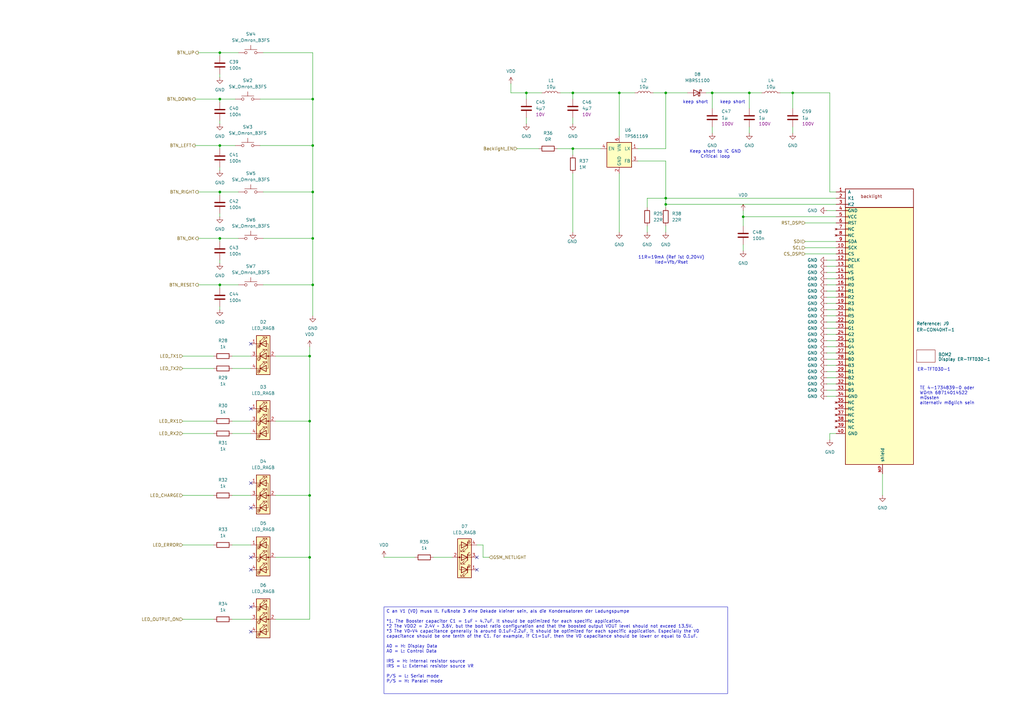
<source format=kicad_sch>
(kicad_sch
	(version 20231120)
	(generator "eeschema")
	(generator_version "8.0")
	(uuid "84253378-beb1-46d8-9edf-bdf057f3b7f4")
	(paper "A3")
	(lib_symbols
		(symbol "Device:C"
			(pin_numbers hide)
			(pin_names
				(offset 0.254)
			)
			(exclude_from_sim no)
			(in_bom yes)
			(on_board yes)
			(property "Reference" "C"
				(at 0.635 2.54 0)
				(effects
					(font
						(size 1.27 1.27)
					)
					(justify left)
				)
			)
			(property "Value" "C"
				(at 0.635 -2.54 0)
				(effects
					(font
						(size 1.27 1.27)
					)
					(justify left)
				)
			)
			(property "Footprint" ""
				(at 0.9652 -3.81 0)
				(effects
					(font
						(size 1.27 1.27)
					)
					(hide yes)
				)
			)
			(property "Datasheet" "~"
				(at 0 0 0)
				(effects
					(font
						(size 1.27 1.27)
					)
					(hide yes)
				)
			)
			(property "Description" "Unpolarized capacitor"
				(at 0 0 0)
				(effects
					(font
						(size 1.27 1.27)
					)
					(hide yes)
				)
			)
			(property "ki_keywords" "cap capacitor"
				(at 0 0 0)
				(effects
					(font
						(size 1.27 1.27)
					)
					(hide yes)
				)
			)
			(property "ki_fp_filters" "C_*"
				(at 0 0 0)
				(effects
					(font
						(size 1.27 1.27)
					)
					(hide yes)
				)
			)
			(symbol "C_0_1"
				(polyline
					(pts
						(xy -2.032 -0.762) (xy 2.032 -0.762)
					)
					(stroke
						(width 0.508)
						(type default)
					)
					(fill
						(type none)
					)
				)
				(polyline
					(pts
						(xy -2.032 0.762) (xy 2.032 0.762)
					)
					(stroke
						(width 0.508)
						(type default)
					)
					(fill
						(type none)
					)
				)
			)
			(symbol "C_1_1"
				(pin passive line
					(at 0 3.81 270)
					(length 2.794)
					(name "~"
						(effects
							(font
								(size 1.27 1.27)
							)
						)
					)
					(number "1"
						(effects
							(font
								(size 1.27 1.27)
							)
						)
					)
				)
				(pin passive line
					(at 0 -3.81 90)
					(length 2.794)
					(name "~"
						(effects
							(font
								(size 1.27 1.27)
							)
						)
					)
					(number "2"
						(effects
							(font
								(size 1.27 1.27)
							)
						)
					)
				)
			)
		)
		(symbol "Device:D_Schottky"
			(pin_numbers hide)
			(pin_names
				(offset 1.016) hide)
			(exclude_from_sim no)
			(in_bom yes)
			(on_board yes)
			(property "Reference" "D"
				(at 0 2.54 0)
				(effects
					(font
						(size 1.27 1.27)
					)
				)
			)
			(property "Value" "D_Schottky"
				(at 0 -2.54 0)
				(effects
					(font
						(size 1.27 1.27)
					)
				)
			)
			(property "Footprint" ""
				(at 0 0 0)
				(effects
					(font
						(size 1.27 1.27)
					)
					(hide yes)
				)
			)
			(property "Datasheet" "~"
				(at 0 0 0)
				(effects
					(font
						(size 1.27 1.27)
					)
					(hide yes)
				)
			)
			(property "Description" "Schottky diode"
				(at 0 0 0)
				(effects
					(font
						(size 1.27 1.27)
					)
					(hide yes)
				)
			)
			(property "ki_keywords" "diode Schottky"
				(at 0 0 0)
				(effects
					(font
						(size 1.27 1.27)
					)
					(hide yes)
				)
			)
			(property "ki_fp_filters" "TO-???* *_Diode_* *SingleDiode* D_*"
				(at 0 0 0)
				(effects
					(font
						(size 1.27 1.27)
					)
					(hide yes)
				)
			)
			(symbol "D_Schottky_0_1"
				(polyline
					(pts
						(xy 1.27 0) (xy -1.27 0)
					)
					(stroke
						(width 0)
						(type default)
					)
					(fill
						(type none)
					)
				)
				(polyline
					(pts
						(xy 1.27 1.27) (xy 1.27 -1.27) (xy -1.27 0) (xy 1.27 1.27)
					)
					(stroke
						(width 0.254)
						(type default)
					)
					(fill
						(type none)
					)
				)
				(polyline
					(pts
						(xy -1.905 0.635) (xy -1.905 1.27) (xy -1.27 1.27) (xy -1.27 -1.27) (xy -0.635 -1.27) (xy -0.635 -0.635)
					)
					(stroke
						(width 0.254)
						(type default)
					)
					(fill
						(type none)
					)
				)
			)
			(symbol "D_Schottky_1_1"
				(pin passive line
					(at -3.81 0 0)
					(length 2.54)
					(name "K"
						(effects
							(font
								(size 1.27 1.27)
							)
						)
					)
					(number "1"
						(effects
							(font
								(size 1.27 1.27)
							)
						)
					)
				)
				(pin passive line
					(at 3.81 0 180)
					(length 2.54)
					(name "A"
						(effects
							(font
								(size 1.27 1.27)
							)
						)
					)
					(number "2"
						(effects
							(font
								(size 1.27 1.27)
							)
						)
					)
				)
			)
		)
		(symbol "Device:L"
			(pin_numbers hide)
			(pin_names
				(offset 1.016) hide)
			(exclude_from_sim no)
			(in_bom yes)
			(on_board yes)
			(property "Reference" "L"
				(at -1.27 0 90)
				(effects
					(font
						(size 1.27 1.27)
					)
				)
			)
			(property "Value" "L"
				(at 1.905 0 90)
				(effects
					(font
						(size 1.27 1.27)
					)
				)
			)
			(property "Footprint" ""
				(at 0 0 0)
				(effects
					(font
						(size 1.27 1.27)
					)
					(hide yes)
				)
			)
			(property "Datasheet" "~"
				(at 0 0 0)
				(effects
					(font
						(size 1.27 1.27)
					)
					(hide yes)
				)
			)
			(property "Description" "Inductor"
				(at 0 0 0)
				(effects
					(font
						(size 1.27 1.27)
					)
					(hide yes)
				)
			)
			(property "ki_keywords" "inductor choke coil reactor magnetic"
				(at 0 0 0)
				(effects
					(font
						(size 1.27 1.27)
					)
					(hide yes)
				)
			)
			(property "ki_fp_filters" "Choke_* *Coil* Inductor_* L_*"
				(at 0 0 0)
				(effects
					(font
						(size 1.27 1.27)
					)
					(hide yes)
				)
			)
			(symbol "L_0_1"
				(arc
					(start 0 -2.54)
					(mid 0.6323 -1.905)
					(end 0 -1.27)
					(stroke
						(width 0)
						(type default)
					)
					(fill
						(type none)
					)
				)
				(arc
					(start 0 -1.27)
					(mid 0.6323 -0.635)
					(end 0 0)
					(stroke
						(width 0)
						(type default)
					)
					(fill
						(type none)
					)
				)
				(arc
					(start 0 0)
					(mid 0.6323 0.635)
					(end 0 1.27)
					(stroke
						(width 0)
						(type default)
					)
					(fill
						(type none)
					)
				)
				(arc
					(start 0 1.27)
					(mid 0.6323 1.905)
					(end 0 2.54)
					(stroke
						(width 0)
						(type default)
					)
					(fill
						(type none)
					)
				)
			)
			(symbol "L_1_1"
				(pin passive line
					(at 0 3.81 270)
					(length 1.27)
					(name "1"
						(effects
							(font
								(size 1.27 1.27)
							)
						)
					)
					(number "1"
						(effects
							(font
								(size 1.27 1.27)
							)
						)
					)
				)
				(pin passive line
					(at 0 -3.81 90)
					(length 1.27)
					(name "2"
						(effects
							(font
								(size 1.27 1.27)
							)
						)
					)
					(number "2"
						(effects
							(font
								(size 1.27 1.27)
							)
						)
					)
				)
			)
		)
		(symbol "Device:LED_RAGB"
			(pin_names
				(offset 0) hide)
			(exclude_from_sim no)
			(in_bom yes)
			(on_board yes)
			(property "Reference" "D"
				(at 0 9.398 0)
				(effects
					(font
						(size 1.27 1.27)
					)
				)
			)
			(property "Value" "LED_RAGB"
				(at 0 -8.89 0)
				(effects
					(font
						(size 1.27 1.27)
					)
				)
			)
			(property "Footprint" ""
				(at 0 -1.27 0)
				(effects
					(font
						(size 1.27 1.27)
					)
					(hide yes)
				)
			)
			(property "Datasheet" "~"
				(at 0 -1.27 0)
				(effects
					(font
						(size 1.27 1.27)
					)
					(hide yes)
				)
			)
			(property "Description" "RGB LED, red/anode/green/blue"
				(at 0 0 0)
				(effects
					(font
						(size 1.27 1.27)
					)
					(hide yes)
				)
			)
			(property "ki_keywords" "LED RGB diode"
				(at 0 0 0)
				(effects
					(font
						(size 1.27 1.27)
					)
					(hide yes)
				)
			)
			(property "ki_fp_filters" "LED* LED_SMD:* LED_THT:*"
				(at 0 0 0)
				(effects
					(font
						(size 1.27 1.27)
					)
					(hide yes)
				)
			)
			(symbol "LED_RAGB_0_0"
				(text "B"
					(at -1.905 -6.35 0)
					(effects
						(font
							(size 1.27 1.27)
						)
					)
				)
				(text "G"
					(at -1.905 -1.27 0)
					(effects
						(font
							(size 1.27 1.27)
						)
					)
				)
				(text "R"
					(at -1.905 3.81 0)
					(effects
						(font
							(size 1.27 1.27)
						)
					)
				)
			)
			(symbol "LED_RAGB_0_1"
				(polyline
					(pts
						(xy -1.27 -5.08) (xy -2.54 -5.08)
					)
					(stroke
						(width 0)
						(type default)
					)
					(fill
						(type none)
					)
				)
				(polyline
					(pts
						(xy -1.27 -5.08) (xy 1.27 -5.08)
					)
					(stroke
						(width 0)
						(type default)
					)
					(fill
						(type none)
					)
				)
				(polyline
					(pts
						(xy -1.27 -3.81) (xy -1.27 -6.35)
					)
					(stroke
						(width 0.254)
						(type default)
					)
					(fill
						(type none)
					)
				)
				(polyline
					(pts
						(xy -1.27 0) (xy -2.54 0)
					)
					(stroke
						(width 0)
						(type default)
					)
					(fill
						(type none)
					)
				)
				(polyline
					(pts
						(xy -1.27 1.27) (xy -1.27 -1.27)
					)
					(stroke
						(width 0.254)
						(type default)
					)
					(fill
						(type none)
					)
				)
				(polyline
					(pts
						(xy -1.27 5.08) (xy -2.54 5.08)
					)
					(stroke
						(width 0)
						(type default)
					)
					(fill
						(type none)
					)
				)
				(polyline
					(pts
						(xy -1.27 5.08) (xy 1.27 5.08)
					)
					(stroke
						(width 0)
						(type default)
					)
					(fill
						(type none)
					)
				)
				(polyline
					(pts
						(xy -1.27 6.35) (xy -1.27 3.81)
					)
					(stroke
						(width 0.254)
						(type default)
					)
					(fill
						(type none)
					)
				)
				(polyline
					(pts
						(xy 1.27 0) (xy -1.27 0)
					)
					(stroke
						(width 0)
						(type default)
					)
					(fill
						(type none)
					)
				)
				(polyline
					(pts
						(xy 1.27 0) (xy 2.54 0)
					)
					(stroke
						(width 0)
						(type default)
					)
					(fill
						(type none)
					)
				)
				(polyline
					(pts
						(xy -1.27 1.27) (xy -1.27 -1.27) (xy -1.27 -1.27)
					)
					(stroke
						(width 0)
						(type default)
					)
					(fill
						(type none)
					)
				)
				(polyline
					(pts
						(xy -1.27 6.35) (xy -1.27 3.81) (xy -1.27 3.81)
					)
					(stroke
						(width 0)
						(type default)
					)
					(fill
						(type none)
					)
				)
				(polyline
					(pts
						(xy 1.27 -5.08) (xy 2.032 -5.08) (xy 2.032 5.08) (xy 1.27 5.08)
					)
					(stroke
						(width 0)
						(type default)
					)
					(fill
						(type none)
					)
				)
				(polyline
					(pts
						(xy 1.27 -3.81) (xy 1.27 -6.35) (xy -1.27 -5.08) (xy 1.27 -3.81)
					)
					(stroke
						(width 0.254)
						(type default)
					)
					(fill
						(type none)
					)
				)
				(polyline
					(pts
						(xy 1.27 1.27) (xy 1.27 -1.27) (xy -1.27 0) (xy 1.27 1.27)
					)
					(stroke
						(width 0.254)
						(type default)
					)
					(fill
						(type none)
					)
				)
				(polyline
					(pts
						(xy 1.27 6.35) (xy 1.27 3.81) (xy -1.27 5.08) (xy 1.27 6.35)
					)
					(stroke
						(width 0.254)
						(type default)
					)
					(fill
						(type none)
					)
				)
				(polyline
					(pts
						(xy -1.016 -3.81) (xy 0.508 -2.286) (xy -0.254 -2.286) (xy 0.508 -2.286) (xy 0.508 -3.048)
					)
					(stroke
						(width 0)
						(type default)
					)
					(fill
						(type none)
					)
				)
				(polyline
					(pts
						(xy -1.016 1.27) (xy 0.508 2.794) (xy -0.254 2.794) (xy 0.508 2.794) (xy 0.508 2.032)
					)
					(stroke
						(width 0)
						(type default)
					)
					(fill
						(type none)
					)
				)
				(polyline
					(pts
						(xy -1.016 6.35) (xy 0.508 7.874) (xy -0.254 7.874) (xy 0.508 7.874) (xy 0.508 7.112)
					)
					(stroke
						(width 0)
						(type default)
					)
					(fill
						(type none)
					)
				)
				(polyline
					(pts
						(xy 0 -3.81) (xy 1.524 -2.286) (xy 0.762 -2.286) (xy 1.524 -2.286) (xy 1.524 -3.048)
					)
					(stroke
						(width 0)
						(type default)
					)
					(fill
						(type none)
					)
				)
				(polyline
					(pts
						(xy 0 1.27) (xy 1.524 2.794) (xy 0.762 2.794) (xy 1.524 2.794) (xy 1.524 2.032)
					)
					(stroke
						(width 0)
						(type default)
					)
					(fill
						(type none)
					)
				)
				(polyline
					(pts
						(xy 0 6.35) (xy 1.524 7.874) (xy 0.762 7.874) (xy 1.524 7.874) (xy 1.524 7.112)
					)
					(stroke
						(width 0)
						(type default)
					)
					(fill
						(type none)
					)
				)
				(rectangle
					(start 1.27 -1.27)
					(end 1.27 1.27)
					(stroke
						(width 0)
						(type default)
					)
					(fill
						(type none)
					)
				)
				(rectangle
					(start 1.27 1.27)
					(end 1.27 1.27)
					(stroke
						(width 0)
						(type default)
					)
					(fill
						(type none)
					)
				)
				(rectangle
					(start 1.27 3.81)
					(end 1.27 6.35)
					(stroke
						(width 0)
						(type default)
					)
					(fill
						(type none)
					)
				)
				(rectangle
					(start 1.27 6.35)
					(end 1.27 6.35)
					(stroke
						(width 0)
						(type default)
					)
					(fill
						(type none)
					)
				)
				(circle
					(center 2.032 0)
					(radius 0.254)
					(stroke
						(width 0)
						(type default)
					)
					(fill
						(type outline)
					)
				)
				(rectangle
					(start 2.794 8.382)
					(end -2.794 -7.62)
					(stroke
						(width 0.254)
						(type default)
					)
					(fill
						(type background)
					)
				)
			)
			(symbol "LED_RAGB_1_1"
				(pin passive line
					(at -5.08 5.08 0)
					(length 2.54)
					(name "RK"
						(effects
							(font
								(size 1.27 1.27)
							)
						)
					)
					(number "1"
						(effects
							(font
								(size 1.27 1.27)
							)
						)
					)
				)
				(pin passive line
					(at 5.08 0 180)
					(length 2.54)
					(name "A"
						(effects
							(font
								(size 1.27 1.27)
							)
						)
					)
					(number "2"
						(effects
							(font
								(size 1.27 1.27)
							)
						)
					)
				)
				(pin passive line
					(at -5.08 0 0)
					(length 2.54)
					(name "GK"
						(effects
							(font
								(size 1.27 1.27)
							)
						)
					)
					(number "3"
						(effects
							(font
								(size 1.27 1.27)
							)
						)
					)
				)
				(pin passive line
					(at -5.08 -5.08 0)
					(length 2.54)
					(name "BK"
						(effects
							(font
								(size 1.27 1.27)
							)
						)
					)
					(number "4"
						(effects
							(font
								(size 1.27 1.27)
							)
						)
					)
				)
			)
		)
		(symbol "Device:R"
			(pin_numbers hide)
			(pin_names
				(offset 0)
			)
			(exclude_from_sim no)
			(in_bom yes)
			(on_board yes)
			(property "Reference" "R"
				(at 2.032 0 90)
				(effects
					(font
						(size 1.27 1.27)
					)
				)
			)
			(property "Value" "R"
				(at 0 0 90)
				(effects
					(font
						(size 1.27 1.27)
					)
				)
			)
			(property "Footprint" ""
				(at -1.778 0 90)
				(effects
					(font
						(size 1.27 1.27)
					)
					(hide yes)
				)
			)
			(property "Datasheet" "~"
				(at 0 0 0)
				(effects
					(font
						(size 1.27 1.27)
					)
					(hide yes)
				)
			)
			(property "Description" "Resistor"
				(at 0 0 0)
				(effects
					(font
						(size 1.27 1.27)
					)
					(hide yes)
				)
			)
			(property "ki_keywords" "R res resistor"
				(at 0 0 0)
				(effects
					(font
						(size 1.27 1.27)
					)
					(hide yes)
				)
			)
			(property "ki_fp_filters" "R_*"
				(at 0 0 0)
				(effects
					(font
						(size 1.27 1.27)
					)
					(hide yes)
				)
			)
			(symbol "R_0_1"
				(rectangle
					(start -1.016 -2.54)
					(end 1.016 2.54)
					(stroke
						(width 0.254)
						(type default)
					)
					(fill
						(type none)
					)
				)
			)
			(symbol "R_1_1"
				(pin passive line
					(at 0 3.81 270)
					(length 1.27)
					(name "~"
						(effects
							(font
								(size 1.27 1.27)
							)
						)
					)
					(number "1"
						(effects
							(font
								(size 1.27 1.27)
							)
						)
					)
				)
				(pin passive line
					(at 0 -3.81 90)
					(length 1.27)
					(name "~"
						(effects
							(font
								(size 1.27 1.27)
							)
						)
					)
					(number "2"
						(effects
							(font
								(size 1.27 1.27)
							)
						)
					)
				)
			)
		)
		(symbol "Driver_LED:DIO5661ST6"
			(exclude_from_sim no)
			(in_bom yes)
			(on_board yes)
			(property "Reference" "U"
				(at 2.54 10.16 0)
				(effects
					(font
						(size 1.27 1.27)
					)
				)
			)
			(property "Value" "DIO5661ST6"
				(at 7.62 7.62 0)
				(effects
					(font
						(size 1.27 1.27)
					)
				)
			)
			(property "Footprint" "Package_TO_SOT_SMD:SOT-23-6"
				(at 2.54 7.62 0)
				(effects
					(font
						(size 1.27 1.27)
					)
					(hide yes)
				)
			)
			(property "Datasheet" "http://www.dioo.com/uploads/product/20190311/e6c7f30c0fbe92fbfa6965c8ef1c5b19.pdf"
				(at 2.54 7.62 0)
				(effects
					(font
						(size 1.27 1.27)
					)
					(hide yes)
				)
			)
			(property "Description" "37V Step-up LED driver with PWM, 2.7-5.5Vin, 1.3A Iout max, SOT23-6"
				(at 0 0 0)
				(effects
					(font
						(size 1.27 1.27)
					)
					(hide yes)
				)
			)
			(property "ki_keywords" "LED driver single"
				(at 0 0 0)
				(effects
					(font
						(size 1.27 1.27)
					)
					(hide yes)
				)
			)
			(property "ki_fp_filters" "SOT?23*"
				(at 0 0 0)
				(effects
					(font
						(size 1.27 1.27)
					)
					(hide yes)
				)
			)
			(symbol "DIO5661ST6_0_1"
				(rectangle
					(start 5.08 -5.08)
					(end -5.08 5.08)
					(stroke
						(width 0.254)
						(type default)
					)
					(fill
						(type background)
					)
				)
			)
			(symbol "DIO5661ST6_1_1"
				(pin open_collector line
					(at 7.62 2.54 180)
					(length 2.54)
					(name "LX"
						(effects
							(font
								(size 1.27 1.27)
							)
						)
					)
					(number "1"
						(effects
							(font
								(size 1.27 1.27)
							)
						)
					)
				)
				(pin power_in line
					(at 0 -7.62 90)
					(length 2.54)
					(name "GND"
						(effects
							(font
								(size 1.27 1.27)
							)
						)
					)
					(number "2"
						(effects
							(font
								(size 1.27 1.27)
							)
						)
					)
				)
				(pin input line
					(at 7.62 -2.54 180)
					(length 2.54)
					(name "FB"
						(effects
							(font
								(size 1.27 1.27)
							)
						)
					)
					(number "3"
						(effects
							(font
								(size 1.27 1.27)
							)
						)
					)
				)
				(pin input line
					(at -7.62 2.54 0)
					(length 2.54)
					(name "EN"
						(effects
							(font
								(size 1.27 1.27)
							)
						)
					)
					(number "4"
						(effects
							(font
								(size 1.27 1.27)
							)
						)
					)
				)
				(pin no_connect line
					(at -5.08 -2.54 0)
					(length 2.54) hide
					(name "~"
						(effects
							(font
								(size 1.27 1.27)
							)
						)
					)
					(number "5"
						(effects
							(font
								(size 1.27 1.27)
							)
						)
					)
				)
				(pin power_in line
					(at 0 7.62 270)
					(length 2.54)
					(name "VIN"
						(effects
							(font
								(size 1.27 1.27)
							)
						)
					)
					(number "6"
						(effects
							(font
								(size 1.27 1.27)
							)
						)
					)
				)
			)
		)
		(symbol "Switch:SW_Omron_B3FS"
			(pin_numbers hide)
			(pin_names
				(offset 1.016) hide)
			(exclude_from_sim no)
			(in_bom yes)
			(on_board yes)
			(property "Reference" "SW"
				(at 1.27 2.54 0)
				(effects
					(font
						(size 1.27 1.27)
					)
					(justify left)
				)
			)
			(property "Value" "SW_Omron_B3FS"
				(at 0 -1.524 0)
				(effects
					(font
						(size 1.27 1.27)
					)
				)
			)
			(property "Footprint" ""
				(at 0 5.08 0)
				(effects
					(font
						(size 1.27 1.27)
					)
					(hide yes)
				)
			)
			(property "Datasheet" "https://omronfs.omron.com/en_US/ecb/products/pdf/en-b3fs.pdf"
				(at 0 5.08 0)
				(effects
					(font
						(size 1.27 1.27)
					)
					(hide yes)
				)
			)
			(property "Description" "Omron B3FS 6x6mm single pole normally-open tactile switch"
				(at 0 0 0)
				(effects
					(font
						(size 1.27 1.27)
					)
					(hide yes)
				)
			)
			(property "ki_keywords" "switch normally-open pushbutton push-button"
				(at 0 0 0)
				(effects
					(font
						(size 1.27 1.27)
					)
					(hide yes)
				)
			)
			(property "ki_fp_filters" "SW*Omron*B3FS*"
				(at 0 0 0)
				(effects
					(font
						(size 1.27 1.27)
					)
					(hide yes)
				)
			)
			(symbol "SW_Omron_B3FS_0_1"
				(circle
					(center -2.032 0)
					(radius 0.508)
					(stroke
						(width 0)
						(type default)
					)
					(fill
						(type none)
					)
				)
				(polyline
					(pts
						(xy 0 1.27) (xy 0 3.048)
					)
					(stroke
						(width 0)
						(type default)
					)
					(fill
						(type none)
					)
				)
				(polyline
					(pts
						(xy 2.54 1.27) (xy -2.54 1.27)
					)
					(stroke
						(width 0)
						(type default)
					)
					(fill
						(type none)
					)
				)
				(circle
					(center 2.032 0)
					(radius 0.508)
					(stroke
						(width 0)
						(type default)
					)
					(fill
						(type none)
					)
				)
				(pin passive line
					(at -5.08 0 0)
					(length 2.54)
					(name "1"
						(effects
							(font
								(size 1.27 1.27)
							)
						)
					)
					(number "1"
						(effects
							(font
								(size 1.27 1.27)
							)
						)
					)
				)
				(pin passive line
					(at 5.08 0 180)
					(length 2.54)
					(name "2"
						(effects
							(font
								(size 1.27 1.27)
							)
						)
					)
					(number "2"
						(effects
							(font
								(size 1.27 1.27)
							)
						)
					)
				)
			)
		)
		(symbol "myBOM_Part:BOM-Part"
			(pin_numbers hide)
			(pin_names
				(offset 0) hide)
			(exclude_from_sim no)
			(in_bom yes)
			(on_board no)
			(property "Reference" "BOM"
				(at 0 0 0)
				(effects
					(font
						(size 1.27 1.27)
					)
				)
			)
			(property "Value" ""
				(at 0 0 0)
				(effects
					(font
						(size 1.27 1.27)
					)
				)
			)
			(property "Footprint" "myDummy:BOM-Dummy"
				(at 0 0 0)
				(effects
					(font
						(size 1.27 1.27)
					)
					(hide yes)
				)
			)
			(property "Datasheet" ""
				(at 0 0 0)
				(effects
					(font
						(size 1.27 1.27)
					)
					(hide yes)
				)
			)
			(property "Description" ""
				(at 0 0 0)
				(effects
					(font
						(size 1.27 1.27)
					)
					(hide yes)
				)
			)
			(symbol "BOM-Part_0_1"
				(rectangle
					(start -3.81 2.54)
					(end 3.81 -2.54)
					(stroke
						(width 0)
						(type default)
					)
					(fill
						(type none)
					)
				)
			)
		)
		(symbol "mydisplay:ER-TFT030-1"
			(pin_names
				(offset 1.016)
			)
			(exclude_from_sim no)
			(in_bom yes)
			(on_board yes)
			(property "Reference" "J"
				(at 8.128 52.324 0)
				(show_name)
				(effects
					(font
						(size 1.27 1.27)
					)
				)
			)
			(property "Value" "ER-TFT030-1"
				(at 2.032 50.546 0)
				(effects
					(font
						(size 1.27 1.27)
					)
					(justify left)
				)
			)
			(property "Footprint" "myDisplay:DEM128064_TE_3-1734839-6_1x36-1MP_P0.5mm_Horizontal_1_1_con_bottom"
				(at 51.054 -8.89 0)
				(effects
					(font
						(size 1.27 1.27)
					)
					(hide yes)
				)
			)
			(property "Datasheet" "~"
				(at 0 0 0)
				(effects
					(font
						(size 1.27 1.27)
					)
					(hide yes)
				)
			)
			(property "Description" "Generic connectable mounting pin connector, single row, 01x36, script generated (kicad-library-utils/schlib/autogen/connector/)"
				(at 70.612 0 0)
				(effects
					(font
						(size 1.27 1.27)
					)
					(hide yes)
				)
			)
			(property "ki_keywords" "LCD Display"
				(at 0 0 0)
				(effects
					(font
						(size 1.27 1.27)
					)
					(hide yes)
				)
			)
			(property "ki_fp_filters" "Connector*:*_1x??-1MP*"
				(at 0 0 0)
				(effects
					(font
						(size 1.27 1.27)
					)
					(hide yes)
				)
			)
			(symbol "ER-TFT030-1_1_1"
				(rectangle
					(start -1.27 -45.593)
					(end 0 -45.847)
					(stroke
						(width 0.1524)
						(type default)
					)
					(fill
						(type none)
					)
				)
				(rectangle
					(start -1.27 -43.053)
					(end 0 -43.307)
					(stroke
						(width 0.1524)
						(type default)
					)
					(fill
						(type none)
					)
				)
				(rectangle
					(start -1.27 -40.513)
					(end 0 -40.767)
					(stroke
						(width 0.1524)
						(type default)
					)
					(fill
						(type none)
					)
				)
				(rectangle
					(start -1.27 -37.973)
					(end 0 -38.227)
					(stroke
						(width 0.1524)
						(type default)
					)
					(fill
						(type none)
					)
				)
				(rectangle
					(start -1.27 -35.433)
					(end 0 -35.687)
					(stroke
						(width 0.1524)
						(type default)
					)
					(fill
						(type none)
					)
				)
				(rectangle
					(start -1.27 -32.893)
					(end 0 -33.147)
					(stroke
						(width 0.1524)
						(type default)
					)
					(fill
						(type none)
					)
				)
				(rectangle
					(start -1.27 -30.353)
					(end 0 -30.607)
					(stroke
						(width 0.1524)
						(type default)
					)
					(fill
						(type none)
					)
				)
				(rectangle
					(start -1.27 -27.813)
					(end 0 -28.067)
					(stroke
						(width 0.1524)
						(type default)
					)
					(fill
						(type none)
					)
				)
				(rectangle
					(start -1.27 -25.273)
					(end 0 -25.527)
					(stroke
						(width 0.1524)
						(type default)
					)
					(fill
						(type none)
					)
				)
				(rectangle
					(start -1.27 -22.733)
					(end 0 -22.987)
					(stroke
						(width 0.1524)
						(type default)
					)
					(fill
						(type none)
					)
				)
				(rectangle
					(start -1.27 -20.193)
					(end 0 -20.447)
					(stroke
						(width 0.1524)
						(type default)
					)
					(fill
						(type none)
					)
				)
				(rectangle
					(start -1.27 -17.653)
					(end 0 -17.907)
					(stroke
						(width 0.1524)
						(type default)
					)
					(fill
						(type none)
					)
				)
				(rectangle
					(start -1.27 -15.113)
					(end 0 -15.367)
					(stroke
						(width 0.1524)
						(type default)
					)
					(fill
						(type none)
					)
				)
				(rectangle
					(start -1.27 -12.573)
					(end 0 -12.827)
					(stroke
						(width 0.1524)
						(type default)
					)
					(fill
						(type none)
					)
				)
				(rectangle
					(start -1.27 -10.033)
					(end 0 -10.287)
					(stroke
						(width 0.1524)
						(type default)
					)
					(fill
						(type none)
					)
				)
				(rectangle
					(start -1.27 -7.493)
					(end 0 -7.747)
					(stroke
						(width 0.1524)
						(type default)
					)
					(fill
						(type none)
					)
				)
				(rectangle
					(start -1.27 -4.953)
					(end 0 -5.207)
					(stroke
						(width 0.1524)
						(type default)
					)
					(fill
						(type none)
					)
				)
				(rectangle
					(start -1.27 -2.413)
					(end 0 -2.667)
					(stroke
						(width 0.1524)
						(type default)
					)
					(fill
						(type none)
					)
				)
				(rectangle
					(start -1.27 0.127)
					(end 0 -0.127)
					(stroke
						(width 0.1524)
						(type default)
					)
					(fill
						(type none)
					)
				)
				(rectangle
					(start -1.27 2.667)
					(end 0 2.413)
					(stroke
						(width 0.1524)
						(type default)
					)
					(fill
						(type none)
					)
				)
				(rectangle
					(start -1.27 5.207)
					(end 0 4.953)
					(stroke
						(width 0.1524)
						(type default)
					)
					(fill
						(type none)
					)
				)
				(rectangle
					(start -1.27 7.747)
					(end 0 7.493)
					(stroke
						(width 0.1524)
						(type default)
					)
					(fill
						(type none)
					)
				)
				(rectangle
					(start -1.27 10.287)
					(end 0 10.033)
					(stroke
						(width 0.1524)
						(type default)
					)
					(fill
						(type none)
					)
				)
				(rectangle
					(start -1.27 12.827)
					(end 0 12.573)
					(stroke
						(width 0.1524)
						(type default)
					)
					(fill
						(type none)
					)
				)
				(rectangle
					(start -1.27 15.367)
					(end 0 15.113)
					(stroke
						(width 0.1524)
						(type default)
					)
					(fill
						(type none)
					)
				)
				(rectangle
					(start -1.27 17.907)
					(end 0 17.653)
					(stroke
						(width 0.1524)
						(type default)
					)
					(fill
						(type none)
					)
				)
				(rectangle
					(start -1.27 20.447)
					(end 0 20.193)
					(stroke
						(width 0.1524)
						(type default)
					)
					(fill
						(type none)
					)
				)
				(rectangle
					(start -1.27 22.987)
					(end 0 22.733)
					(stroke
						(width 0.1524)
						(type default)
					)
					(fill
						(type none)
					)
				)
				(rectangle
					(start -1.27 25.527)
					(end 0 25.273)
					(stroke
						(width 0.1524)
						(type default)
					)
					(fill
						(type none)
					)
				)
				(rectangle
					(start -1.27 28.067)
					(end 0 27.813)
					(stroke
						(width 0.1524)
						(type default)
					)
					(fill
						(type none)
					)
				)
				(rectangle
					(start -1.27 30.607)
					(end 0 30.353)
					(stroke
						(width 0.1524)
						(type default)
					)
					(fill
						(type none)
					)
				)
				(rectangle
					(start -1.27 33.147)
					(end 0 32.893)
					(stroke
						(width 0.1524)
						(type default)
					)
					(fill
						(type none)
					)
				)
				(rectangle
					(start -1.27 35.687)
					(end 0 35.433)
					(stroke
						(width 0.1524)
						(type default)
					)
					(fill
						(type none)
					)
				)
				(rectangle
					(start -1.27 38.227)
					(end 0 37.973)
					(stroke
						(width 0.1524)
						(type default)
					)
					(fill
						(type none)
					)
				)
				(rectangle
					(start -1.27 40.767)
					(end 0 40.513)
					(stroke
						(width 0.1524)
						(type default)
					)
					(fill
						(type none)
					)
				)
				(rectangle
					(start -1.27 41.91)
					(end 26.67 -63.5)
					(stroke
						(width 0.254)
						(type default)
					)
					(fill
						(type background)
					)
				)
				(rectangle
					(start -1.27 43.307)
					(end 0 43.053)
					(stroke
						(width 0.1524)
						(type default)
					)
					(fill
						(type none)
					)
				)
				(rectangle
					(start -1.27 49.53)
					(end 26.67 41.91)
					(stroke
						(width 0.254)
						(type default)
					)
					(fill
						(type none)
					)
				)
				(text "backlight"
					(at 9.398 46.482 0)
					(effects
						(font
							(size 1.27 1.27)
						)
					)
				)
				(pin passive line
					(at -5.08 48.26 0)
					(length 3.81)
					(name "A"
						(effects
							(font
								(size 1.27 1.27)
							)
						)
					)
					(number "1"
						(effects
							(font
								(size 1.27 1.27)
							)
						)
					)
				)
				(pin input line
					(at -5.08 25.4 0)
					(length 3.81)
					(name "SCK"
						(effects
							(font
								(size 1.27 1.27)
							)
						)
					)
					(number "10"
						(effects
							(font
								(size 1.27 1.27)
							)
						)
					)
				)
				(pin input line
					(at -5.08 22.86 0)
					(length 3.81)
					(name "CS"
						(effects
							(font
								(size 1.27 1.27)
							)
						)
					)
					(number "11"
						(effects
							(font
								(size 1.27 1.27)
							)
						)
					)
				)
				(pin input line
					(at -5.08 20.32 0)
					(length 3.81)
					(name "PCLK"
						(effects
							(font
								(size 1.27 1.27)
							)
						)
					)
					(number "12"
						(effects
							(font
								(size 1.27 1.27)
							)
						)
					)
				)
				(pin input line
					(at -5.08 17.78 0)
					(length 3.81)
					(name "DE"
						(effects
							(font
								(size 1.27 1.27)
							)
						)
					)
					(number "13"
						(effects
							(font
								(size 1.27 1.27)
							)
						)
					)
				)
				(pin input line
					(at -5.08 15.24 0)
					(length 3.81)
					(name "VS"
						(effects
							(font
								(size 1.27 1.27)
							)
						)
					)
					(number "14"
						(effects
							(font
								(size 1.27 1.27)
							)
						)
					)
				)
				(pin input line
					(at -5.08 12.7 0)
					(length 3.81)
					(name "HS"
						(effects
							(font
								(size 1.27 1.27)
							)
						)
					)
					(number "15"
						(effects
							(font
								(size 1.27 1.27)
							)
						)
					)
				)
				(pin input line
					(at -5.08 10.16 0)
					(length 3.81)
					(name "R0"
						(effects
							(font
								(size 1.27 1.27)
							)
						)
					)
					(number "16"
						(effects
							(font
								(size 1.27 1.27)
							)
						)
					)
				)
				(pin input line
					(at -5.08 7.62 0)
					(length 3.81)
					(name "R1"
						(effects
							(font
								(size 1.27 1.27)
							)
						)
					)
					(number "17"
						(effects
							(font
								(size 1.27 1.27)
							)
						)
					)
				)
				(pin input line
					(at -5.08 5.08 0)
					(length 3.81)
					(name "R2"
						(effects
							(font
								(size 1.27 1.27)
							)
						)
					)
					(number "18"
						(effects
							(font
								(size 1.27 1.27)
							)
						)
					)
				)
				(pin input line
					(at -5.08 2.54 0)
					(length 3.81)
					(name "R3"
						(effects
							(font
								(size 1.27 1.27)
							)
						)
					)
					(number "19"
						(effects
							(font
								(size 1.27 1.27)
							)
						)
					)
				)
				(pin passive line
					(at -5.08 45.72 0)
					(length 3.81)
					(name "K1"
						(effects
							(font
								(size 1.27 1.27)
							)
						)
					)
					(number "2"
						(effects
							(font
								(size 1.27 1.27)
							)
						)
					)
				)
				(pin input line
					(at -5.08 0 0)
					(length 3.81)
					(name "R4"
						(effects
							(font
								(size 1.27 1.27)
							)
						)
					)
					(number "20"
						(effects
							(font
								(size 1.27 1.27)
							)
						)
					)
				)
				(pin input line
					(at -5.08 -2.54 0)
					(length 3.81)
					(name "R5"
						(effects
							(font
								(size 1.27 1.27)
							)
						)
					)
					(number "21"
						(effects
							(font
								(size 1.27 1.27)
							)
						)
					)
				)
				(pin input line
					(at -5.08 -5.08 0)
					(length 3.81)
					(name "G0"
						(effects
							(font
								(size 1.27 1.27)
							)
						)
					)
					(number "22"
						(effects
							(font
								(size 1.27 1.27)
							)
						)
					)
				)
				(pin input line
					(at -5.08 -7.62 0)
					(length 3.81)
					(name "G1"
						(effects
							(font
								(size 1.27 1.27)
							)
						)
					)
					(number "23"
						(effects
							(font
								(size 1.27 1.27)
							)
						)
					)
				)
				(pin input line
					(at -5.08 -10.16 0)
					(length 3.81)
					(name "G2"
						(effects
							(font
								(size 1.27 1.27)
							)
						)
					)
					(number "24"
						(effects
							(font
								(size 1.27 1.27)
							)
						)
					)
				)
				(pin input line
					(at -5.08 -12.7 0)
					(length 3.81)
					(name "G3"
						(effects
							(font
								(size 1.27 1.27)
							)
						)
					)
					(number "25"
						(effects
							(font
								(size 1.27 1.27)
							)
						)
					)
				)
				(pin input line
					(at -5.08 -15.24 0)
					(length 3.81)
					(name "G4"
						(effects
							(font
								(size 1.27 1.27)
							)
						)
					)
					(number "26"
						(effects
							(font
								(size 1.27 1.27)
							)
						)
					)
				)
				(pin input line
					(at -5.08 -17.78 0)
					(length 3.81)
					(name "G5"
						(effects
							(font
								(size 1.27 1.27)
							)
						)
					)
					(number "27"
						(effects
							(font
								(size 1.27 1.27)
							)
						)
					)
				)
				(pin input line
					(at -5.08 -20.32 0)
					(length 3.81)
					(name "B0"
						(effects
							(font
								(size 1.27 1.27)
							)
						)
					)
					(number "28"
						(effects
							(font
								(size 1.27 1.27)
							)
						)
					)
				)
				(pin input line
					(at -5.08 -25.4 0)
					(length 3.81)
					(name "B1"
						(effects
							(font
								(size 1.27 1.27)
							)
						)
					)
					(number "29"
						(effects
							(font
								(size 1.27 1.27)
							)
						)
					)
				)
				(pin passive line
					(at -5.08 43.18 0)
					(length 3.81)
					(name "K2"
						(effects
							(font
								(size 1.27 1.27)
							)
						)
					)
					(number "3"
						(effects
							(font
								(size 1.27 1.27)
							)
						)
					)
				)
				(pin input line
					(at -5.08 -27.94 0)
					(length 3.81)
					(name "B2"
						(effects
							(font
								(size 1.27 1.27)
							)
						)
					)
					(number "30"
						(effects
							(font
								(size 1.27 1.27)
							)
						)
					)
				)
				(pin input line
					(at -5.08 -22.86 0)
					(length 3.81)
					(name "B3"
						(effects
							(font
								(size 1.27 1.27)
							)
						)
					)
					(number "31"
						(effects
							(font
								(size 1.27 1.27)
							)
						)
					)
				)
				(pin input line
					(at -5.08 -30.48 0)
					(length 3.81)
					(name "B4"
						(effects
							(font
								(size 1.27 1.27)
							)
						)
					)
					(number "32"
						(effects
							(font
								(size 1.27 1.27)
							)
						)
					)
				)
				(pin input line
					(at -5.08 -33.02 0)
					(length 3.81)
					(name "B5"
						(effects
							(font
								(size 1.27 1.27)
							)
						)
					)
					(number "33"
						(effects
							(font
								(size 1.27 1.27)
							)
						)
					)
				)
				(pin power_in line
					(at -5.08 -35.56 0)
					(length 3.81)
					(name "GND"
						(effects
							(font
								(size 1.27 1.27)
							)
						)
					)
					(number "34"
						(effects
							(font
								(size 1.27 1.27)
							)
						)
					)
				)
				(pin no_connect line
					(at -5.08 -38.1 0)
					(length 3.81)
					(name "NC"
						(effects
							(font
								(size 1.27 1.27)
							)
						)
					)
					(number "35"
						(effects
							(font
								(size 1.27 1.27)
							)
						)
					)
				)
				(pin no_connect line
					(at -5.08 -40.64 0)
					(length 3.81)
					(name "NC"
						(effects
							(font
								(size 1.27 1.27)
							)
						)
					)
					(number "36"
						(effects
							(font
								(size 1.27 1.27)
							)
						)
					)
				)
				(pin no_connect line
					(at -5.08 -43.18 0)
					(length 3.81)
					(name "NC"
						(effects
							(font
								(size 1.27 1.27)
							)
						)
					)
					(number "37"
						(effects
							(font
								(size 1.27 1.27)
							)
						)
					)
				)
				(pin no_connect line
					(at -5.08 -45.72 0)
					(length 3.81)
					(name "NC"
						(effects
							(font
								(size 1.27 1.27)
							)
						)
					)
					(number "38"
						(effects
							(font
								(size 1.27 1.27)
							)
						)
					)
				)
				(pin no_connect line
					(at -5.08 -48.26 0)
					(length 3.81)
					(name "NC"
						(effects
							(font
								(size 1.27 1.27)
							)
						)
					)
					(number "39"
						(effects
							(font
								(size 1.27 1.27)
							)
						)
					)
				)
				(pin power_in line
					(at -5.08 40.64 0)
					(length 3.81)
					(name "GND"
						(effects
							(font
								(size 1.27 1.27)
							)
						)
					)
					(number "4"
						(effects
							(font
								(size 1.27 1.27)
							)
						)
					)
				)
				(pin power_in line
					(at -5.08 -50.8 0)
					(length 3.81)
					(name "GND"
						(effects
							(font
								(size 1.27 1.27)
							)
						)
					)
					(number "40"
						(effects
							(font
								(size 1.27 1.27)
							)
						)
					)
				)
				(pin power_in line
					(at -5.08 38.1 0)
					(length 3.81)
					(name "VCC"
						(effects
							(font
								(size 1.27 1.27)
							)
						)
					)
					(number "5"
						(effects
							(font
								(size 1.27 1.27)
							)
						)
					)
				)
				(pin input line
					(at -5.08 35.56 0)
					(length 3.81)
					(name "RST"
						(effects
							(font
								(size 1.27 1.27)
							)
						)
					)
					(number "6"
						(effects
							(font
								(size 1.27 1.27)
							)
						)
					)
				)
				(pin no_connect line
					(at -5.08 33.02 0)
					(length 3.81)
					(name "NC"
						(effects
							(font
								(size 1.27 1.27)
							)
						)
					)
					(number "7"
						(effects
							(font
								(size 1.27 1.27)
							)
						)
					)
				)
				(pin no_connect line
					(at -5.08 30.48 0)
					(length 3.81)
					(name "NC"
						(effects
							(font
								(size 1.27 1.27)
							)
						)
					)
					(number "8"
						(effects
							(font
								(size 1.27 1.27)
							)
						)
					)
				)
				(pin input line
					(at -5.08 27.94 0)
					(length 3.81)
					(name "SDA"
						(effects
							(font
								(size 1.27 1.27)
							)
						)
					)
					(number "9"
						(effects
							(font
								(size 1.27 1.27)
							)
						)
					)
				)
				(pin passive line
					(at 13.97 -67.31 90)
					(length 3.81)
					(name "shield"
						(effects
							(font
								(size 1.27 1.27)
							)
						)
					)
					(number "MP"
						(effects
							(font
								(size 1.27 1.27)
							)
						)
					)
				)
			)
		)
		(symbol "power:GND"
			(power)
			(pin_numbers hide)
			(pin_names
				(offset 0) hide)
			(exclude_from_sim no)
			(in_bom yes)
			(on_board yes)
			(property "Reference" "#PWR"
				(at 0 -6.35 0)
				(effects
					(font
						(size 1.27 1.27)
					)
					(hide yes)
				)
			)
			(property "Value" "GND"
				(at 0 -3.81 0)
				(effects
					(font
						(size 1.27 1.27)
					)
				)
			)
			(property "Footprint" ""
				(at 0 0 0)
				(effects
					(font
						(size 1.27 1.27)
					)
					(hide yes)
				)
			)
			(property "Datasheet" ""
				(at 0 0 0)
				(effects
					(font
						(size 1.27 1.27)
					)
					(hide yes)
				)
			)
			(property "Description" "Power symbol creates a global label with name \"GND\" , ground"
				(at 0 0 0)
				(effects
					(font
						(size 1.27 1.27)
					)
					(hide yes)
				)
			)
			(property "ki_keywords" "global power"
				(at 0 0 0)
				(effects
					(font
						(size 1.27 1.27)
					)
					(hide yes)
				)
			)
			(symbol "GND_0_1"
				(polyline
					(pts
						(xy 0 0) (xy 0 -1.27) (xy 1.27 -1.27) (xy 0 -2.54) (xy -1.27 -1.27) (xy 0 -1.27)
					)
					(stroke
						(width 0)
						(type default)
					)
					(fill
						(type none)
					)
				)
			)
			(symbol "GND_1_1"
				(pin power_in line
					(at 0 0 270)
					(length 0)
					(name "~"
						(effects
							(font
								(size 1.27 1.27)
							)
						)
					)
					(number "1"
						(effects
							(font
								(size 1.27 1.27)
							)
						)
					)
				)
			)
		)
		(symbol "power:VDD"
			(power)
			(pin_numbers hide)
			(pin_names
				(offset 0) hide)
			(exclude_from_sim no)
			(in_bom yes)
			(on_board yes)
			(property "Reference" "#PWR"
				(at 0 -3.81 0)
				(effects
					(font
						(size 1.27 1.27)
					)
					(hide yes)
				)
			)
			(property "Value" "VDD"
				(at 0 3.556 0)
				(effects
					(font
						(size 1.27 1.27)
					)
				)
			)
			(property "Footprint" ""
				(at 0 0 0)
				(effects
					(font
						(size 1.27 1.27)
					)
					(hide yes)
				)
			)
			(property "Datasheet" ""
				(at 0 0 0)
				(effects
					(font
						(size 1.27 1.27)
					)
					(hide yes)
				)
			)
			(property "Description" "Power symbol creates a global label with name \"VDD\""
				(at 0 0 0)
				(effects
					(font
						(size 1.27 1.27)
					)
					(hide yes)
				)
			)
			(property "ki_keywords" "global power"
				(at 0 0 0)
				(effects
					(font
						(size 1.27 1.27)
					)
					(hide yes)
				)
			)
			(symbol "VDD_0_1"
				(polyline
					(pts
						(xy -0.762 1.27) (xy 0 2.54)
					)
					(stroke
						(width 0)
						(type default)
					)
					(fill
						(type none)
					)
				)
				(polyline
					(pts
						(xy 0 0) (xy 0 2.54)
					)
					(stroke
						(width 0)
						(type default)
					)
					(fill
						(type none)
					)
				)
				(polyline
					(pts
						(xy 0 2.54) (xy 0.762 1.27)
					)
					(stroke
						(width 0)
						(type default)
					)
					(fill
						(type none)
					)
				)
			)
			(symbol "VDD_1_1"
				(pin power_in line
					(at 0 0 90)
					(length 0)
					(name "~"
						(effects
							(font
								(size 1.27 1.27)
							)
						)
					)
					(number "1"
						(effects
							(font
								(size 1.27 1.27)
							)
						)
					)
				)
			)
		)
	)
	(junction
		(at 128.27 40.64)
		(diameter 0)
		(color 0 0 0 0)
		(uuid "050b78db-a852-4711-82b6-de6581fbef60")
	)
	(junction
		(at 128.27 59.69)
		(diameter 0)
		(color 0 0 0 0)
		(uuid "09ea8b88-eeed-478c-b029-4006167b4733")
	)
	(junction
		(at 273.05 38.1)
		(diameter 0)
		(color 0 0 0 0)
		(uuid "0ca07080-65ae-4f75-a7fa-e2f3c8f5f160")
	)
	(junction
		(at 90.17 116.84)
		(diameter 0)
		(color 0 0 0 0)
		(uuid "0f1fddea-222a-469e-817a-6978f93939d6")
	)
	(junction
		(at 127 203.2)
		(diameter 0)
		(color 0 0 0 0)
		(uuid "2cba3d17-a034-41e4-aa39-41e36e316623")
	)
	(junction
		(at 90.17 78.74)
		(diameter 0)
		(color 0 0 0 0)
		(uuid "4534dc78-b1f0-428f-a64c-580819e3b86b")
	)
	(junction
		(at 90.17 59.69)
		(diameter 0)
		(color 0 0 0 0)
		(uuid "457f6f1f-6484-4d97-8e75-3db0e79d7a9e")
	)
	(junction
		(at 127 172.72)
		(diameter 0)
		(color 0 0 0 0)
		(uuid "5a777841-1397-4958-a69d-a128829b0cad")
	)
	(junction
		(at 254 38.1)
		(diameter 0)
		(color 0 0 0 0)
		(uuid "5d305c52-ed75-48ff-9b42-f69adb303ab4")
	)
	(junction
		(at 127 228.6)
		(diameter 0)
		(color 0 0 0 0)
		(uuid "6478c851-c302-48c1-80b7-76d3ffb46a62")
	)
	(junction
		(at 215.9 38.1)
		(diameter 0)
		(color 0 0 0 0)
		(uuid "65872909-b76f-44cb-bb0e-8470e69e5925")
	)
	(junction
		(at 234.95 60.96)
		(diameter 0)
		(color 0 0 0 0)
		(uuid "6a6ded28-a252-4723-8cbc-91082a8ebd00")
	)
	(junction
		(at 128.27 97.79)
		(diameter 0)
		(color 0 0 0 0)
		(uuid "6ca90126-9ff4-4ed9-91bf-e0a3b960aa65")
	)
	(junction
		(at 128.27 116.84)
		(diameter 0)
		(color 0 0 0 0)
		(uuid "77f684fb-f194-439a-86ea-9728483abb18")
	)
	(junction
		(at 325.12 38.1)
		(diameter 0)
		(color 0 0 0 0)
		(uuid "7c4fca42-42e0-48ea-8313-db57aa08bc7c")
	)
	(junction
		(at 127 146.05)
		(diameter 0)
		(color 0 0 0 0)
		(uuid "825d8efe-d4f5-4167-8849-79b8a07386a0")
	)
	(junction
		(at 292.1 38.1)
		(diameter 0)
		(color 0 0 0 0)
		(uuid "958b6eff-2748-4dfe-876a-c7c2cea31a80")
	)
	(junction
		(at 304.8 88.9)
		(diameter 0)
		(color 0 0 0 0)
		(uuid "9ca64937-80ea-42e6-842c-e1aaee57a64c")
	)
	(junction
		(at 90.17 21.59)
		(diameter 0)
		(color 0 0 0 0)
		(uuid "a7fe4ad1-c362-4d4b-8b6e-507641b342f2")
	)
	(junction
		(at 307.34 38.1)
		(diameter 0)
		(color 0 0 0 0)
		(uuid "bcf97c79-cd52-46df-8c32-fb64a27b8661")
	)
	(junction
		(at 273.05 83.82)
		(diameter 0)
		(color 0 0 0 0)
		(uuid "dbb6800c-8857-4084-ad96-b5356fef96a3")
	)
	(junction
		(at 128.27 78.74)
		(diameter 0)
		(color 0 0 0 0)
		(uuid "ee0232e8-76cf-43b4-8226-3ac959615107")
	)
	(junction
		(at 90.17 97.79)
		(diameter 0)
		(color 0 0 0 0)
		(uuid "efaa3fb9-1bbc-42ff-bf70-aef7ae470b21")
	)
	(junction
		(at 90.17 40.64)
		(diameter 0)
		(color 0 0 0 0)
		(uuid "f2d07cab-6d90-4366-8808-88cf55817af4")
	)
	(junction
		(at 273.05 81.28)
		(diameter 0)
		(color 0 0 0 0)
		(uuid "f6f6cead-4ab8-4bfd-a88e-36f919c9cc3c")
	)
	(junction
		(at 234.95 38.1)
		(diameter 0)
		(color 0 0 0 0)
		(uuid "f8e4dac7-8ada-4a39-984e-5e6492541391")
	)
	(no_connect
		(at 195.58 228.6)
		(uuid "19d829e2-6e8f-4d36-aafa-dde58e2020c7")
	)
	(no_connect
		(at 195.58 233.68)
		(uuid "1c12d39e-3de5-492a-ab9a-ddcf1775d9fc")
	)
	(no_connect
		(at 102.87 233.68)
		(uuid "31582f7e-e75a-48a2-8003-45df77411068")
	)
	(no_connect
		(at 102.87 248.92)
		(uuid "3a71f098-7bc8-4be7-9e8d-863073f99e7e")
	)
	(no_connect
		(at 102.87 259.08)
		(uuid "4ebe867d-9881-4d15-a930-d62d8fc6f0c2")
	)
	(no_connect
		(at 102.87 167.64)
		(uuid "63e6be5f-3082-424f-84c1-7523869f5608")
	)
	(no_connect
		(at 102.87 228.6)
		(uuid "a88f17aa-0834-48c9-b3d6-a3bd16a78876")
	)
	(no_connect
		(at 102.87 140.97)
		(uuid "b900f7af-89c0-4e9e-bf1f-ef2ccb456b1f")
	)
	(no_connect
		(at 102.87 198.12)
		(uuid "c76782e9-a095-4124-bd16-710df5112224")
	)
	(no_connect
		(at 102.87 208.28)
		(uuid "cba86a3e-c82c-4996-9f70-6fb4155d71b7")
	)
	(wire
		(pts
			(xy 273.05 83.82) (xy 273.05 85.09)
		)
		(stroke
			(width 0)
			(type default)
		)
		(uuid "031c37dd-b304-4d8f-84d4-d11c82fd9ff3")
	)
	(wire
		(pts
			(xy 342.9 139.7) (xy 339.09 139.7)
		)
		(stroke
			(width 0)
			(type default)
		)
		(uuid "04935dfc-5bb9-43a4-bcd4-c519f1088063")
	)
	(wire
		(pts
			(xy 74.93 172.72) (xy 87.63 172.72)
		)
		(stroke
			(width 0)
			(type default)
		)
		(uuid "04b9c2a2-b19b-477a-bb87-b9ee9d3cb903")
	)
	(wire
		(pts
			(xy 128.27 97.79) (xy 128.27 116.84)
		)
		(stroke
			(width 0)
			(type default)
		)
		(uuid "04caa5d3-f257-47e4-8c7f-c79fb48c9975")
	)
	(wire
		(pts
			(xy 215.9 48.26) (xy 215.9 50.8)
		)
		(stroke
			(width 0)
			(type default)
		)
		(uuid "07140362-4bcc-484e-a255-27eaae3ad333")
	)
	(wire
		(pts
			(xy 107.95 116.84) (xy 128.27 116.84)
		)
		(stroke
			(width 0)
			(type default)
		)
		(uuid "08413591-54e7-4874-93d2-284229262b22")
	)
	(wire
		(pts
			(xy 254 55.88) (xy 254 38.1)
		)
		(stroke
			(width 0)
			(type default)
		)
		(uuid "08c373d7-d39f-4590-82aa-3487cef51fb2")
	)
	(wire
		(pts
			(xy 265.43 81.28) (xy 273.05 81.28)
		)
		(stroke
			(width 0)
			(type default)
		)
		(uuid "0b2d3792-9c22-41f1-a83b-366917ad85dd")
	)
	(wire
		(pts
			(xy 90.17 78.74) (xy 90.17 80.01)
		)
		(stroke
			(width 0)
			(type default)
		)
		(uuid "0cba4da9-5498-4b83-a45c-3ca79faca615")
	)
	(wire
		(pts
			(xy 342.9 111.76) (xy 339.09 111.76)
		)
		(stroke
			(width 0)
			(type default)
		)
		(uuid "0d6ffa80-0e69-4f76-9683-ef5332e32d3f")
	)
	(wire
		(pts
			(xy 95.25 223.52) (xy 102.87 223.52)
		)
		(stroke
			(width 0)
			(type default)
		)
		(uuid "0db5dc68-28f5-46b2-ab88-dcc525903ab5")
	)
	(wire
		(pts
			(xy 127 228.6) (xy 127 254)
		)
		(stroke
			(width 0)
			(type default)
		)
		(uuid "0fe75e0a-a870-4aa1-b5bf-9de5ec90d2f4")
	)
	(wire
		(pts
			(xy 325.12 38.1) (xy 340.36 38.1)
		)
		(stroke
			(width 0)
			(type default)
		)
		(uuid "10732aad-06ef-437c-984f-a478d37efac6")
	)
	(wire
		(pts
			(xy 90.17 30.48) (xy 90.17 31.75)
		)
		(stroke
			(width 0)
			(type default)
		)
		(uuid "12126c0d-9801-42cc-ba4d-667037bcc785")
	)
	(wire
		(pts
			(xy 289.56 38.1) (xy 292.1 38.1)
		)
		(stroke
			(width 0)
			(type default)
		)
		(uuid "12e059a8-1421-4c6b-99b9-96d67cd9b77d")
	)
	(wire
		(pts
			(xy 107.95 21.59) (xy 128.27 21.59)
		)
		(stroke
			(width 0)
			(type default)
		)
		(uuid "12eea46f-a254-40b1-87cb-fbd455373c98")
	)
	(wire
		(pts
			(xy 273.05 38.1) (xy 281.94 38.1)
		)
		(stroke
			(width 0)
			(type default)
		)
		(uuid "13982056-964e-432e-bd24-ec27b9c4c617")
	)
	(wire
		(pts
			(xy 228.6 60.96) (xy 234.95 60.96)
		)
		(stroke
			(width 0)
			(type default)
		)
		(uuid "1439e1f0-f5fb-4fb5-9a8d-87db721662cd")
	)
	(wire
		(pts
			(xy 342.9 83.82) (xy 273.05 83.82)
		)
		(stroke
			(width 0)
			(type default)
		)
		(uuid "152d9c2a-8979-4827-924d-bcb954f56e4f")
	)
	(wire
		(pts
			(xy 113.03 146.05) (xy 127 146.05)
		)
		(stroke
			(width 0)
			(type default)
		)
		(uuid "163235c3-4144-4bd1-9582-4d827a49630e")
	)
	(wire
		(pts
			(xy 307.34 38.1) (xy 307.34 44.45)
		)
		(stroke
			(width 0)
			(type default)
		)
		(uuid "19c980da-2918-4c97-884a-1532baf95132")
	)
	(wire
		(pts
			(xy 106.68 59.69) (xy 128.27 59.69)
		)
		(stroke
			(width 0)
			(type default)
		)
		(uuid "19d9072e-87e5-4624-8bbe-27de14ce13a9")
	)
	(wire
		(pts
			(xy 273.05 60.96) (xy 273.05 38.1)
		)
		(stroke
			(width 0)
			(type default)
		)
		(uuid "1cfe14cf-5894-4f6d-9e22-d7b7558fd059")
	)
	(wire
		(pts
			(xy 292.1 38.1) (xy 307.34 38.1)
		)
		(stroke
			(width 0)
			(type default)
		)
		(uuid "1d80db4c-f2f4-459d-9987-ef8a31cdaff6")
	)
	(wire
		(pts
			(xy 234.95 48.26) (xy 234.95 50.8)
		)
		(stroke
			(width 0)
			(type default)
		)
		(uuid "1dae10df-49b3-44b4-9fe5-939c1c59567c")
	)
	(wire
		(pts
			(xy 96.52 40.64) (xy 90.17 40.64)
		)
		(stroke
			(width 0)
			(type default)
		)
		(uuid "1f108c19-13b9-43a2-9bbd-aa3d916846c8")
	)
	(wire
		(pts
			(xy 209.55 34.29) (xy 209.55 38.1)
		)
		(stroke
			(width 0)
			(type default)
		)
		(uuid "22b4f9ab-3f77-4f09-b054-b31b45450918")
	)
	(wire
		(pts
			(xy 113.03 254) (xy 127 254)
		)
		(stroke
			(width 0)
			(type default)
		)
		(uuid "22df8711-423d-4a47-9d47-b0fcd912ff06")
	)
	(wire
		(pts
			(xy 90.17 68.58) (xy 90.17 69.85)
		)
		(stroke
			(width 0)
			(type default)
		)
		(uuid "2483e2b9-b362-42ca-91d2-00cc8810590b")
	)
	(wire
		(pts
			(xy 74.93 223.52) (xy 87.63 223.52)
		)
		(stroke
			(width 0)
			(type default)
		)
		(uuid "26b329eb-0e8c-4a05-bfe4-23c81cd0cdc9")
	)
	(wire
		(pts
			(xy 273.05 92.71) (xy 273.05 95.25)
		)
		(stroke
			(width 0)
			(type default)
		)
		(uuid "277149f2-2fed-4822-b123-ef104f17fa63")
	)
	(wire
		(pts
			(xy 113.03 228.6) (xy 127 228.6)
		)
		(stroke
			(width 0)
			(type default)
		)
		(uuid "29059c2b-9247-4223-a64e-7c939e2071c2")
	)
	(wire
		(pts
			(xy 198.12 228.6) (xy 200.66 228.6)
		)
		(stroke
			(width 0)
			(type default)
		)
		(uuid "29df2a19-0b63-4643-b9d6-7b98a0a54a01")
	)
	(wire
		(pts
			(xy 342.9 114.3) (xy 339.09 114.3)
		)
		(stroke
			(width 0)
			(type default)
		)
		(uuid "2a8b1918-e4e5-4c8b-baef-e2605e88ec1b")
	)
	(wire
		(pts
			(xy 95.25 151.13) (xy 102.87 151.13)
		)
		(stroke
			(width 0)
			(type default)
		)
		(uuid "2b5dc5ad-82ea-4ebe-9f51-af1089e983d1")
	)
	(wire
		(pts
			(xy 215.9 38.1) (xy 222.25 38.1)
		)
		(stroke
			(width 0)
			(type default)
		)
		(uuid "2c623da3-c54b-4648-93d9-424a96a4c37c")
	)
	(wire
		(pts
			(xy 198.12 223.52) (xy 198.12 228.6)
		)
		(stroke
			(width 0)
			(type default)
		)
		(uuid "2e610741-d00b-4196-ab63-4613e1b22b2c")
	)
	(wire
		(pts
			(xy 106.68 40.64) (xy 128.27 40.64)
		)
		(stroke
			(width 0)
			(type default)
		)
		(uuid "2f6fd54f-6ac9-46c9-a4f1-086fc95cd95d")
	)
	(wire
		(pts
			(xy 90.17 97.79) (xy 90.17 99.06)
		)
		(stroke
			(width 0)
			(type default)
		)
		(uuid "32e3f6d8-9a41-463f-9fe0-0b284cb23451")
	)
	(wire
		(pts
			(xy 342.9 129.54) (xy 339.09 129.54)
		)
		(stroke
			(width 0)
			(type default)
		)
		(uuid "33379526-bb1c-4171-b016-fadf51c41a10")
	)
	(wire
		(pts
			(xy 342.9 134.62) (xy 339.09 134.62)
		)
		(stroke
			(width 0)
			(type default)
		)
		(uuid "34260bcb-83be-4459-bfef-842d55290514")
	)
	(wire
		(pts
			(xy 212.09 60.96) (xy 220.98 60.96)
		)
		(stroke
			(width 0)
			(type default)
		)
		(uuid "35387ac2-47dc-473b-ad9a-3b75a5a4451b")
	)
	(wire
		(pts
			(xy 265.43 85.09) (xy 265.43 81.28)
		)
		(stroke
			(width 0)
			(type default)
		)
		(uuid "37cd0f8f-fe96-4cd9-8829-aa53b18bbe79")
	)
	(wire
		(pts
			(xy 325.12 44.45) (xy 325.12 38.1)
		)
		(stroke
			(width 0)
			(type default)
		)
		(uuid "3b5277a8-02f4-4ada-b35e-31f529bc5c20")
	)
	(wire
		(pts
			(xy 339.09 162.56) (xy 342.9 162.56)
		)
		(stroke
			(width 0)
			(type default)
		)
		(uuid "3b9f871b-f66a-467a-be4a-1f7d6d0df484")
	)
	(wire
		(pts
			(xy 330.2 104.14) (xy 342.9 104.14)
		)
		(stroke
			(width 0)
			(type default)
		)
		(uuid "3cb22523-c736-4052-b125-fecc64e45a17")
	)
	(wire
		(pts
			(xy 342.9 109.22) (xy 339.09 109.22)
		)
		(stroke
			(width 0)
			(type default)
		)
		(uuid "3d70cf68-bf8a-494d-962d-395478c24f53")
	)
	(wire
		(pts
			(xy 113.03 203.2) (xy 127 203.2)
		)
		(stroke
			(width 0)
			(type default)
		)
		(uuid "3d96dc43-b870-4a2d-a09a-5a3efd357a4d")
	)
	(wire
		(pts
			(xy 128.27 59.69) (xy 128.27 78.74)
		)
		(stroke
			(width 0)
			(type default)
		)
		(uuid "3ea4c3b2-3d78-473e-a507-b1806e1b9b91")
	)
	(wire
		(pts
			(xy 90.17 40.64) (xy 80.01 40.64)
		)
		(stroke
			(width 0)
			(type default)
		)
		(uuid "3ef9eaa1-ce9b-4277-a062-ed36c0632842")
	)
	(wire
		(pts
			(xy 342.9 157.48) (xy 339.09 157.48)
		)
		(stroke
			(width 0)
			(type default)
		)
		(uuid "403de72e-18eb-4efc-9087-23154d3c5578")
	)
	(wire
		(pts
			(xy 265.43 92.71) (xy 265.43 95.25)
		)
		(stroke
			(width 0)
			(type default)
		)
		(uuid "41f1038b-c384-417a-9b75-96cbe03b8a14")
	)
	(wire
		(pts
			(xy 304.8 92.71) (xy 304.8 88.9)
		)
		(stroke
			(width 0)
			(type default)
		)
		(uuid "45a9b33c-50a2-4807-9caa-9a3ba0cdd044")
	)
	(wire
		(pts
			(xy 342.9 121.92) (xy 339.09 121.92)
		)
		(stroke
			(width 0)
			(type default)
		)
		(uuid "468570f8-501c-4161-97f3-af3685823f80")
	)
	(wire
		(pts
			(xy 128.27 21.59) (xy 128.27 40.64)
		)
		(stroke
			(width 0)
			(type default)
		)
		(uuid "47469d34-0c56-4cc6-9862-adc4059e336b")
	)
	(wire
		(pts
			(xy 273.05 38.1) (xy 267.97 38.1)
		)
		(stroke
			(width 0)
			(type default)
		)
		(uuid "47e08ce4-b44a-4232-a39c-1c60e59c9199")
	)
	(wire
		(pts
			(xy 128.27 116.84) (xy 128.27 129.54)
		)
		(stroke
			(width 0)
			(type default)
		)
		(uuid "4a063cde-68cb-41b1-b019-2ce1254217f7")
	)
	(wire
		(pts
			(xy 81.28 21.59) (xy 90.17 21.59)
		)
		(stroke
			(width 0)
			(type default)
		)
		(uuid "4a3ed479-4808-46b1-a72d-a3312f832f93")
	)
	(wire
		(pts
			(xy 330.2 99.06) (xy 342.9 99.06)
		)
		(stroke
			(width 0)
			(type default)
		)
		(uuid "4a79cb61-7e4a-4aa1-b2fd-11cb32f60c4a")
	)
	(wire
		(pts
			(xy 127 142.24) (xy 127 146.05)
		)
		(stroke
			(width 0)
			(type default)
		)
		(uuid "4b912d24-18d7-4e58-8b92-333873ceb2b6")
	)
	(wire
		(pts
			(xy 90.17 125.73) (xy 90.17 127)
		)
		(stroke
			(width 0)
			(type default)
		)
		(uuid "4c4e3d02-34fe-43ee-b4f9-9467de6e482f")
	)
	(wire
		(pts
			(xy 74.93 151.13) (xy 87.63 151.13)
		)
		(stroke
			(width 0)
			(type default)
		)
		(uuid "523419c4-e691-4726-94cd-69f1cd8f21a1")
	)
	(wire
		(pts
			(xy 90.17 116.84) (xy 97.79 116.84)
		)
		(stroke
			(width 0)
			(type default)
		)
		(uuid "5422b1e3-f1b8-4179-afbc-b94b026557fe")
	)
	(wire
		(pts
			(xy 304.8 88.9) (xy 342.9 88.9)
		)
		(stroke
			(width 0)
			(type default)
		)
		(uuid "55baf9ea-0409-4c32-aafd-b1d3710c01f9")
	)
	(wire
		(pts
			(xy 307.34 38.1) (xy 312.42 38.1)
		)
		(stroke
			(width 0)
			(type default)
		)
		(uuid "573c6425-311a-4a23-86ac-eedb52cda3b1")
	)
	(wire
		(pts
			(xy 342.9 137.16) (xy 339.09 137.16)
		)
		(stroke
			(width 0)
			(type default)
		)
		(uuid "57621143-f087-4db8-818b-ee7daf921488")
	)
	(wire
		(pts
			(xy 234.95 60.96) (xy 234.95 63.5)
		)
		(stroke
			(width 0)
			(type default)
		)
		(uuid "5844a253-3dd9-439e-b0a8-fdf7cf220d1e")
	)
	(wire
		(pts
			(xy 342.9 119.38) (xy 339.09 119.38)
		)
		(stroke
			(width 0)
			(type default)
		)
		(uuid "5a8a9694-adb5-4dbc-acef-cf56956e16ed")
	)
	(wire
		(pts
			(xy 342.9 147.32) (xy 339.09 147.32)
		)
		(stroke
			(width 0)
			(type default)
		)
		(uuid "5ab73afa-fbe7-4eee-8ddb-cc380b7bde39")
	)
	(wire
		(pts
			(xy 342.9 81.28) (xy 273.05 81.28)
		)
		(stroke
			(width 0)
			(type default)
		)
		(uuid "5dca52de-1f3c-4279-982d-86d55ea26820")
	)
	(wire
		(pts
			(xy 340.36 177.8) (xy 340.36 180.34)
		)
		(stroke
			(width 0)
			(type default)
		)
		(uuid "5e1037d6-3fc2-4241-b517-d3ac1b4bfe07")
	)
	(wire
		(pts
			(xy 304.8 100.33) (xy 304.8 102.87)
		)
		(stroke
			(width 0)
			(type default)
		)
		(uuid "5e550ed4-3aa3-40fc-b3f2-d6cea8bc768a")
	)
	(wire
		(pts
			(xy 292.1 52.07) (xy 292.1 54.61)
		)
		(stroke
			(width 0)
			(type default)
		)
		(uuid "5f24c1e5-f39f-43c1-bb96-dbb606ed2a5c")
	)
	(wire
		(pts
			(xy 90.17 59.69) (xy 96.52 59.69)
		)
		(stroke
			(width 0)
			(type default)
		)
		(uuid "61279e69-f567-44ce-b8c7-7a5a7c24fa53")
	)
	(wire
		(pts
			(xy 340.36 78.74) (xy 342.9 78.74)
		)
		(stroke
			(width 0)
			(type default)
		)
		(uuid "62bce9ae-30d3-429e-b660-d4e75e3e5ae3")
	)
	(wire
		(pts
			(xy 215.9 40.64) (xy 215.9 38.1)
		)
		(stroke
			(width 0)
			(type default)
		)
		(uuid "62d511ee-1066-461b-bfcf-544f0cefe01c")
	)
	(wire
		(pts
			(xy 342.9 177.8) (xy 340.36 177.8)
		)
		(stroke
			(width 0)
			(type default)
		)
		(uuid "6309ea05-ac30-4222-b534-0be6e6b74404")
	)
	(wire
		(pts
			(xy 90.17 21.59) (xy 97.79 21.59)
		)
		(stroke
			(width 0)
			(type default)
		)
		(uuid "63f2cd9e-56fa-4872-9342-d1059c426674")
	)
	(wire
		(pts
			(xy 234.95 71.12) (xy 234.95 95.25)
		)
		(stroke
			(width 0)
			(type default)
		)
		(uuid "64596f84-b56e-4ba1-a7b2-7af13c3ca561")
	)
	(wire
		(pts
			(xy 90.17 59.69) (xy 90.17 60.96)
		)
		(stroke
			(width 0)
			(type default)
		)
		(uuid "659943d8-abc3-4cc8-8e6a-52fd6ed5ae69")
	)
	(wire
		(pts
			(xy 330.2 101.6) (xy 342.9 101.6)
		)
		(stroke
			(width 0)
			(type default)
		)
		(uuid "67d05e3d-c078-4fdd-b323-ca41ceaeb8ed")
	)
	(wire
		(pts
			(xy 361.95 194.31) (xy 361.95 203.2)
		)
		(stroke
			(width 0)
			(type default)
		)
		(uuid "684565f9-5b2d-4d8a-9fbf-5b606d3b3f55")
	)
	(wire
		(pts
			(xy 342.9 149.86) (xy 339.09 149.86)
		)
		(stroke
			(width 0)
			(type default)
		)
		(uuid "68e8ee8e-8cb5-4150-adf8-a3f42424b547")
	)
	(wire
		(pts
			(xy 95.25 203.2) (xy 102.87 203.2)
		)
		(stroke
			(width 0)
			(type default)
		)
		(uuid "6a24004e-0e6d-4bc8-9d78-c44960552a82")
	)
	(wire
		(pts
			(xy 95.25 172.72) (xy 102.87 172.72)
		)
		(stroke
			(width 0)
			(type default)
		)
		(uuid "6d0dfc41-0d47-4761-8ff2-e3c097d38242")
	)
	(wire
		(pts
			(xy 81.28 116.84) (xy 90.17 116.84)
		)
		(stroke
			(width 0)
			(type default)
		)
		(uuid "77280873-982b-4154-9b85-b546cf2cbe1d")
	)
	(wire
		(pts
			(xy 74.93 146.05) (xy 87.63 146.05)
		)
		(stroke
			(width 0)
			(type default)
		)
		(uuid "7ac89c58-d4c5-4278-9b79-0d3a2e038726")
	)
	(wire
		(pts
			(xy 107.95 78.74) (xy 128.27 78.74)
		)
		(stroke
			(width 0)
			(type default)
		)
		(uuid "7b16a597-86eb-4363-9bd4-9e1c69127152")
	)
	(wire
		(pts
			(xy 234.95 60.96) (xy 246.38 60.96)
		)
		(stroke
			(width 0)
			(type default)
		)
		(uuid "800ee157-98c8-4734-9074-b7444bd31ed5")
	)
	(wire
		(pts
			(xy 342.9 160.02) (xy 339.09 160.02)
		)
		(stroke
			(width 0)
			(type default)
		)
		(uuid "83780bb6-ac7a-40d8-91b7-572ab9bd9887")
	)
	(wire
		(pts
			(xy 307.34 52.07) (xy 307.34 54.61)
		)
		(stroke
			(width 0)
			(type default)
		)
		(uuid "8653b342-47d1-4ddf-8c8f-b603c087f997")
	)
	(wire
		(pts
			(xy 80.01 59.69) (xy 90.17 59.69)
		)
		(stroke
			(width 0)
			(type default)
		)
		(uuid "928886d8-1a08-4551-86ec-6a0822e83bc0")
	)
	(wire
		(pts
			(xy 342.9 152.4) (xy 339.09 152.4)
		)
		(stroke
			(width 0)
			(type default)
		)
		(uuid "936f53e3-9564-4a66-9757-ba66f3c727e0")
	)
	(wire
		(pts
			(xy 325.12 38.1) (xy 320.04 38.1)
		)
		(stroke
			(width 0)
			(type default)
		)
		(uuid "94e6492f-96d1-4267-8c2d-09519b14cefc")
	)
	(wire
		(pts
			(xy 81.28 78.74) (xy 90.17 78.74)
		)
		(stroke
			(width 0)
			(type default)
		)
		(uuid "94e690e7-5ee0-41f7-b4d8-f9a641ea1f57")
	)
	(wire
		(pts
			(xy 254 38.1) (xy 234.95 38.1)
		)
		(stroke
			(width 0)
			(type default)
		)
		(uuid "965f86fb-06fb-4ce6-aa47-8c5547f07fb8")
	)
	(wire
		(pts
			(xy 90.17 78.74) (xy 97.79 78.74)
		)
		(stroke
			(width 0)
			(type default)
		)
		(uuid "97717dca-9f25-4abe-a51e-e981a877fd20")
	)
	(wire
		(pts
			(xy 234.95 38.1) (xy 234.95 40.64)
		)
		(stroke
			(width 0)
			(type default)
		)
		(uuid "9892b7aa-0df8-4649-a5bf-5a948ee85d52")
	)
	(wire
		(pts
			(xy 90.17 106.68) (xy 90.17 107.95)
		)
		(stroke
			(width 0)
			(type default)
		)
		(uuid "9d207d81-2096-4871-87e0-79407f3e0f22")
	)
	(wire
		(pts
			(xy 107.95 97.79) (xy 128.27 97.79)
		)
		(stroke
			(width 0)
			(type default)
		)
		(uuid "9e3a422c-dafe-418c-8efc-f4614e282f18")
	)
	(wire
		(pts
			(xy 229.87 38.1) (xy 234.95 38.1)
		)
		(stroke
			(width 0)
			(type default)
		)
		(uuid "a52dd29f-ed7e-4292-960c-1272a966148c")
	)
	(wire
		(pts
			(xy 342.9 132.08) (xy 339.09 132.08)
		)
		(stroke
			(width 0)
			(type default)
		)
		(uuid "a6bee9fa-8d79-4213-88c7-6b7e733f128a")
	)
	(wire
		(pts
			(xy 128.27 40.64) (xy 128.27 59.69)
		)
		(stroke
			(width 0)
			(type default)
		)
		(uuid "a849691d-d18d-43a8-b976-c07c1e3157bf")
	)
	(wire
		(pts
			(xy 340.36 38.1) (xy 340.36 78.74)
		)
		(stroke
			(width 0)
			(type default)
		)
		(uuid "ad9fff11-e1ee-4689-9295-14d68633ef0c")
	)
	(wire
		(pts
			(xy 342.9 154.94) (xy 339.09 154.94)
		)
		(stroke
			(width 0)
			(type default)
		)
		(uuid "aff78cc9-f5ef-41cb-a399-576e732763b4")
	)
	(wire
		(pts
			(xy 342.9 106.68) (xy 339.09 106.68)
		)
		(stroke
			(width 0)
			(type default)
		)
		(uuid "aff7e11e-9246-47e7-9099-b9f6b4cc754f")
	)
	(wire
		(pts
			(xy 342.9 116.84) (xy 339.09 116.84)
		)
		(stroke
			(width 0)
			(type default)
		)
		(uuid "b139d173-dce4-47f1-b147-5ee8f04881cd")
	)
	(wire
		(pts
			(xy 157.48 228.6) (xy 170.18 228.6)
		)
		(stroke
			(width 0)
			(type default)
		)
		(uuid "b4cb68b2-af85-45d6-8279-8eeee8b1a5a8")
	)
	(wire
		(pts
			(xy 90.17 116.84) (xy 90.17 118.11)
		)
		(stroke
			(width 0)
			(type default)
		)
		(uuid "b55a9b25-725d-433b-867e-e2dbc1d4ab59")
	)
	(wire
		(pts
			(xy 209.55 38.1) (xy 215.9 38.1)
		)
		(stroke
			(width 0)
			(type default)
		)
		(uuid "b7163729-0763-48ee-8ef8-f5119995fd55")
	)
	(wire
		(pts
			(xy 339.09 86.36) (xy 342.9 86.36)
		)
		(stroke
			(width 0)
			(type default)
		)
		(uuid "ba4c3082-6735-41f8-ac58-e0665d1b79a9")
	)
	(wire
		(pts
			(xy 273.05 81.28) (xy 273.05 66.04)
		)
		(stroke
			(width 0)
			(type default)
		)
		(uuid "bb149e3b-b09e-43c9-b7e6-6b0c37b7d8eb")
	)
	(wire
		(pts
			(xy 342.9 144.78) (xy 339.09 144.78)
		)
		(stroke
			(width 0)
			(type default)
		)
		(uuid "bb51c609-45f2-45b6-96cf-21639c53dfda")
	)
	(wire
		(pts
			(xy 261.62 60.96) (xy 273.05 60.96)
		)
		(stroke
			(width 0)
			(type default)
		)
		(uuid "bc1acd05-7966-4ecd-8115-92708dc2afa2")
	)
	(wire
		(pts
			(xy 90.17 97.79) (xy 97.79 97.79)
		)
		(stroke
			(width 0)
			(type default)
		)
		(uuid "bc535da4-1a9f-4e31-ac5d-ee297af165eb")
	)
	(wire
		(pts
			(xy 292.1 38.1) (xy 292.1 44.45)
		)
		(stroke
			(width 0)
			(type default)
		)
		(uuid "bc90a437-656f-413b-9803-e20b2c1de8d6")
	)
	(wire
		(pts
			(xy 113.03 172.72) (xy 127 172.72)
		)
		(stroke
			(width 0)
			(type default)
		)
		(uuid "bd23f27a-0924-4016-bb70-465250cdb54c")
	)
	(wire
		(pts
			(xy 90.17 87.63) (xy 90.17 88.9)
		)
		(stroke
			(width 0)
			(type default)
		)
		(uuid "be7cd789-5ead-420e-bd2e-e2badcdc6c05")
	)
	(wire
		(pts
			(xy 128.27 78.74) (xy 128.27 97.79)
		)
		(stroke
			(width 0)
			(type default)
		)
		(uuid "c16be79b-cb9b-45e1-9043-2e337caf24b9")
	)
	(wire
		(pts
			(xy 90.17 49.53) (xy 90.17 50.8)
		)
		(stroke
			(width 0)
			(type default)
		)
		(uuid "c80eb028-080f-4647-9405-d4815732c951")
	)
	(wire
		(pts
			(xy 95.25 146.05) (xy 102.87 146.05)
		)
		(stroke
			(width 0)
			(type default)
		)
		(uuid "c877e9ac-f874-431d-b5ba-75ecf31ee4c7")
	)
	(wire
		(pts
			(xy 90.17 21.59) (xy 90.17 22.86)
		)
		(stroke
			(width 0)
			(type default)
		)
		(uuid "cf22aa0d-1513-456e-b67b-5428e8ea3f38")
	)
	(wire
		(pts
			(xy 254 71.12) (xy 254 95.25)
		)
		(stroke
			(width 0)
			(type default)
		)
		(uuid "d16c47fa-7f09-4d3c-9a0d-b134e2c2f446")
	)
	(wire
		(pts
			(xy 330.2 91.44) (xy 342.9 91.44)
		)
		(stroke
			(width 0)
			(type default)
		)
		(uuid "d94a221f-acd4-4d5e-8ed4-cae90ec9b4ff")
	)
	(wire
		(pts
			(xy 127 172.72) (xy 127 203.2)
		)
		(stroke
			(width 0)
			(type default)
		)
		(uuid "d98681fe-285b-443a-a4dd-0f56d0d80106")
	)
	(wire
		(pts
			(xy 342.9 142.24) (xy 339.09 142.24)
		)
		(stroke
			(width 0)
			(type default)
		)
		(uuid "da39889c-7880-4db0-b4bc-d04d69a52ed9")
	)
	(wire
		(pts
			(xy 81.28 97.79) (xy 90.17 97.79)
		)
		(stroke
			(width 0)
			(type default)
		)
		(uuid "db722380-6847-449f-b375-c312dea4ffc4")
	)
	(wire
		(pts
			(xy 127 146.05) (xy 127 172.72)
		)
		(stroke
			(width 0)
			(type default)
		)
		(uuid "e08ba5d9-f798-4c0c-87ea-5bf661529bca")
	)
	(wire
		(pts
			(xy 74.93 177.8) (xy 87.63 177.8)
		)
		(stroke
			(width 0)
			(type default)
		)
		(uuid "e122e9f6-9e44-40b4-a5db-fada2248cd2c")
	)
	(wire
		(pts
			(xy 127 203.2) (xy 127 228.6)
		)
		(stroke
			(width 0)
			(type default)
		)
		(uuid "e3e06d91-9aa4-40a5-be3f-52286d89242a")
	)
	(wire
		(pts
			(xy 304.8 86.36) (xy 304.8 88.9)
		)
		(stroke
			(width 0)
			(type default)
		)
		(uuid "e4f36497-66ca-4ff4-b9c3-516783ddbd44")
	)
	(wire
		(pts
			(xy 273.05 81.28) (xy 273.05 83.82)
		)
		(stroke
			(width 0)
			(type default)
		)
		(uuid "e5f96acf-30f5-403d-a7d0-27c778cc281a")
	)
	(wire
		(pts
			(xy 74.93 203.2) (xy 87.63 203.2)
		)
		(stroke
			(width 0)
			(type default)
		)
		(uuid "e8635dd3-a7ce-475a-9c01-d81e8182bb7b")
	)
	(wire
		(pts
			(xy 195.58 223.52) (xy 198.12 223.52)
		)
		(stroke
			(width 0)
			(type default)
		)
		(uuid "ea2e2d3e-94c3-4601-a726-8b2c51aca240")
	)
	(wire
		(pts
			(xy 342.9 124.46) (xy 339.09 124.46)
		)
		(stroke
			(width 0)
			(type default)
		)
		(uuid "edfecb3d-1479-4cb2-a73b-17d2ad3bc09c")
	)
	(wire
		(pts
			(xy 273.05 66.04) (xy 261.62 66.04)
		)
		(stroke
			(width 0)
			(type default)
		)
		(uuid "eea7dbf2-7948-4d6c-8580-8ebff2064fe6")
	)
	(wire
		(pts
			(xy 177.8 228.6) (xy 185.42 228.6)
		)
		(stroke
			(width 0)
			(type default)
		)
		(uuid "f67a3dd6-3456-4df0-b3f6-9823caf58b4a")
	)
	(wire
		(pts
			(xy 95.25 177.8) (xy 102.87 177.8)
		)
		(stroke
			(width 0)
			(type default)
		)
		(uuid "f6eb9cd6-f598-4cda-80c6-9cd84cd679de")
	)
	(wire
		(pts
			(xy 254 38.1) (xy 260.35 38.1)
		)
		(stroke
			(width 0)
			(type default)
		)
		(uuid "f88f6317-9a1e-4bd9-b7dd-8e33216f38ce")
	)
	(wire
		(pts
			(xy 74.93 254) (xy 87.63 254)
		)
		(stroke
			(width 0)
			(type default)
		)
		(uuid "f9df7de0-9019-47c5-9129-93c0dd53bb64")
	)
	(wire
		(pts
			(xy 95.25 254) (xy 102.87 254)
		)
		(stroke
			(width 0)
			(type default)
		)
		(uuid "fbf0ea52-e537-4f52-b344-740f0f815aec")
	)
	(wire
		(pts
			(xy 90.17 40.64) (xy 90.17 41.91)
		)
		(stroke
			(width 0)
			(type default)
		)
		(uuid "fc3cc4b0-7709-43f8-b3c9-270d1dcd8372")
	)
	(wire
		(pts
			(xy 325.12 54.61) (xy 325.12 52.07)
		)
		(stroke
			(width 0)
			(type default)
		)
		(uuid "fca6606b-40a9-4167-be8b-551f762804be")
	)
	(wire
		(pts
			(xy 342.9 127) (xy 339.09 127)
		)
		(stroke
			(width 0)
			(type default)
		)
		(uuid "fdb32ec6-96b0-4738-b9d2-d6f50994dba7")
	)
	(text_box "C an V1 (V0) muss lt. Fußnote 3 eine Dekade kleiner sein, als die Kondensatoren der Ladungspumpe\n\n*1. The Booster capacitor C1 = 1uF ~ 4.7uF. It should be optimized for each specific application.\n*2 The VDD2 = 2.4V ~ 3.6V, but the boost ratio configuration and that the boosted output VOUT level should not exceed 13.5V.\n*3 The V0~V4 capacitance generally is around 0.1uF~2.2uF, it should be optimized for each specific application. Especially the V0\ncapacitance should be one tenth of the C1. For example, if C1=1uF, then the V0 capacitance should be lower or equal to 0.1uF. \n\nA0 = H: Display Data\nA0 = L: Control Data\n\nIRS = H: Internal resistor source\nIRS = L: External resistor source VR\n\nP/S = L: Serial mode\nP/S = H: Paralel mode\n\n"
		(exclude_from_sim no)
		(at 157.48 248.92 0)
		(size 140.97 35.56)
		(stroke
			(width 0)
			(type default)
		)
		(fill
			(type none)
		)
		(effects
			(font
				(size 1.27 1.27)
			)
			(justify left top)
		)
		(uuid "bb2873bc-84c5-4bfe-9648-b0bd833bff14")
	)
	(text "keep short"
		(exclude_from_sim no)
		(at 300.482 41.91 0)
		(effects
			(font
				(size 1.27 1.27)
			)
		)
		(uuid "2226eeab-89dd-4a84-9107-79f86a652878")
	)
	(text "keep short"
		(exclude_from_sim no)
		(at 285.242 41.91 0)
		(effects
			(font
				(size 1.27 1.27)
			)
		)
		(uuid "6f2ea796-9276-4f81-9bd0-d2d313e23926")
	)
	(text "TE 4-1734839-0 oder \nWürth 68714014522 \nmüssten \nalternativ möglich sein\n\n"
		(exclude_from_sim no)
		(at 377.19 163.322 0)
		(effects
			(font
				(size 1.27 1.27)
			)
			(justify left)
		)
		(uuid "8128fe32-786d-45cd-ae4a-d9b3faeff2fe")
	)
	(text "11R=19mA (Ref ist 0,204V)\nIled=Vfb/Rset"
		(exclude_from_sim no)
		(at 275.336 106.68 0)
		(effects
			(font
				(size 1.27 1.27)
			)
		)
		(uuid "827e8fef-1f1a-4de7-b26c-57882bde47bc")
	)
	(text "Keep short to IC GND\nCritical loop"
		(exclude_from_sim no)
		(at 293.37 63.246 0)
		(effects
			(font
				(size 1.27 1.27)
			)
		)
		(uuid "bd7950ec-a2de-4d1d-a881-213de5123e82")
	)
	(text "ER-TFT030-1 "
		(exclude_from_sim no)
		(at 383.54 151.638 0)
		(effects
			(font
				(size 1.27 1.27)
			)
		)
		(uuid "db99c8ff-6fd4-4df0-84a1-986441746b29")
	)
	(hierarchical_label "LED_RX1"
		(shape input)
		(at 74.93 172.72 180)
		(fields_autoplaced yes)
		(effects
			(font
				(size 1.27 1.27)
			)
			(justify right)
		)
		(uuid "2ded6aa6-c03b-4ce3-ad96-680bb45f66eb")
	)
	(hierarchical_label "LED_RX2"
		(shape input)
		(at 74.93 177.8 180)
		(fields_autoplaced yes)
		(effects
			(font
				(size 1.27 1.27)
			)
			(justify right)
		)
		(uuid "3a84fdbb-e338-4b1d-a536-bdebc71d0f9e")
	)
	(hierarchical_label "Backlight_EN"
		(shape input)
		(at 212.09 60.96 180)
		(fields_autoplaced yes)
		(effects
			(font
				(size 1.27 1.27)
			)
			(justify right)
		)
		(uuid "3b036ff8-e8a8-4e93-a8be-51bcb1a43093")
	)
	(hierarchical_label "LED_TX1"
		(shape input)
		(at 74.93 146.05 180)
		(fields_autoplaced yes)
		(effects
			(font
				(size 1.27 1.27)
			)
			(justify right)
		)
		(uuid "4c5027b4-144e-4c44-a732-acd0a91ab2ba")
	)
	(hierarchical_label "BTN_LEFT"
		(shape output)
		(at 80.01 59.69 180)
		(fields_autoplaced yes)
		(effects
			(font
				(size 1.27 1.27)
			)
			(justify right)
		)
		(uuid "50af985e-dc2a-43a2-b66a-a9a9d0d9f453")
	)
	(hierarchical_label "LED_TX2"
		(shape input)
		(at 74.93 151.13 180)
		(fields_autoplaced yes)
		(effects
			(font
				(size 1.27 1.27)
			)
			(justify right)
		)
		(uuid "5cd75f61-5e5b-4c5f-8c78-e5cf1b5c1a2b")
	)
	(hierarchical_label "SDI"
		(shape input)
		(at 330.2 99.06 180)
		(fields_autoplaced yes)
		(effects
			(font
				(size 1.27 1.27)
			)
			(justify right)
		)
		(uuid "a1943efc-24ed-4b95-b20f-a8d03b3674d0")
	)
	(hierarchical_label "LED_CHARGE"
		(shape input)
		(at 74.93 203.2 180)
		(fields_autoplaced yes)
		(effects
			(font
				(size 1.27 1.27)
			)
			(justify right)
		)
		(uuid "b5b417c4-03b1-4a84-9616-2e9730584ae8")
	)
	(hierarchical_label "SCL"
		(shape input)
		(at 330.2 101.6 180)
		(fields_autoplaced yes)
		(effects
			(font
				(size 1.27 1.27)
			)
			(justify right)
		)
		(uuid "bb56bcd0-dc56-43c7-85d5-bfb2b659af09")
	)
	(hierarchical_label "BTN_DOWN"
		(shape output)
		(at 80.01 40.64 180)
		(fields_autoplaced yes)
		(effects
			(font
				(size 1.27 1.27)
			)
			(justify right)
		)
		(uuid "bf40315f-21fe-40da-9c5b-caf1481c0a13")
	)
	(hierarchical_label "BTN_RESET"
		(shape output)
		(at 81.28 116.84 180)
		(fields_autoplaced yes)
		(effects
			(font
				(size 1.27 1.27)
			)
			(justify right)
		)
		(uuid "d78ec582-ff20-4204-849c-a4642fec5151")
	)
	(hierarchical_label "RST_DSP"
		(shape input)
		(at 330.2 91.44 180)
		(fields_autoplaced yes)
		(effects
			(font
				(size 1.27 1.27)
			)
			(justify right)
		)
		(uuid "da5f1c23-de47-41f4-97d7-d88f9ef8c162")
	)
	(hierarchical_label "BTN_UP"
		(shape output)
		(at 81.28 21.59 180)
		(fields_autoplaced yes)
		(effects
			(font
				(size 1.27 1.27)
			)
			(justify right)
		)
		(uuid "dd1d85d2-0b68-428d-bc9e-13ded7992103")
	)
	(hierarchical_label "LED_OUTPUT_ON"
		(shape input)
		(at 74.93 254 180)
		(fields_autoplaced yes)
		(effects
			(font
				(size 1.27 1.27)
			)
			(justify right)
		)
		(uuid "dd670e3a-9ecf-4742-9fa9-4916a662b8d4")
	)
	(hierarchical_label "GSM_NETLIGHT"
		(shape input)
		(at 200.66 228.6 0)
		(fields_autoplaced yes)
		(effects
			(font
				(size 1.27 1.27)
			)
			(justify left)
		)
		(uuid "dfb07bc0-35de-4970-9d65-ee9324edeeb1")
	)
	(hierarchical_label "BTN_RIGHT"
		(shape output)
		(at 81.28 78.74 180)
		(fields_autoplaced yes)
		(effects
			(font
				(size 1.27 1.27)
			)
			(justify right)
		)
		(uuid "f29bae34-0b78-445f-aa00-8de7544cf7aa")
	)
	(hierarchical_label "BTN_OK"
		(shape output)
		(at 81.28 97.79 180)
		(fields_autoplaced yes)
		(effects
			(font
				(size 1.27 1.27)
			)
			(justify right)
		)
		(uuid "f420e466-b28a-4b3d-97ac-e4a21f70564b")
	)
	(hierarchical_label "LED_ERROR"
		(shape input)
		(at 74.93 223.52 180)
		(fields_autoplaced yes)
		(effects
			(font
				(size 1.27 1.27)
			)
			(justify right)
		)
		(uuid "f941e243-81fd-48fd-af64-7c0dfc94a5bf")
	)
	(hierarchical_label "CS_DSP"
		(shape input)
		(at 330.2 104.14 180)
		(fields_autoplaced yes)
		(effects
			(font
				(size 1.27 1.27)
			)
			(justify right)
		)
		(uuid "fd1018ab-7451-43e8-bbd9-f1e42bd31566")
	)
	(symbol
		(lib_id "Device:R")
		(at 91.44 151.13 90)
		(unit 1)
		(exclude_from_sim no)
		(in_bom yes)
		(on_board yes)
		(dnp no)
		(fields_autoplaced yes)
		(uuid "03286f13-24d9-41d2-bfcf-f308040c9a36")
		(property "Reference" "R29"
			(at 91.44 154.94 90)
			(effects
				(font
					(size 1.27 1.27)
				)
			)
		)
		(property "Value" "1k"
			(at 91.44 157.48 90)
			(effects
				(font
					(size 1.27 1.27)
				)
			)
		)
		(property "Footprint" "Resistor_SMD:R_0603_1608Metric"
			(at 91.44 152.908 90)
			(effects
				(font
					(size 1.27 1.27)
				)
				(hide yes)
			)
		)
		(property "Datasheet" "~"
			(at 91.44 151.13 0)
			(effects
				(font
					(size 1.27 1.27)
				)
				(hide yes)
			)
		)
		(property "Description" "1k0 0,1W 1% 0603 SMD"
			(at 91.44 151.13 0)
			(effects
				(font
					(size 1.27 1.27)
				)
				(hide yes)
			)
		)
		(property "ECS Art#" "R197"
			(at 91.44 151.13 0)
			(effects
				(font
					(size 1.27 1.27)
				)
				(hide yes)
			)
		)
		(property "HAN" "RC0603FR-071KL"
			(at 91.44 151.13 0)
			(effects
				(font
					(size 1.27 1.27)
				)
				(hide yes)
			)
		)
		(property "MF" "YAGEO"
			(at 91.44 151.13 0)
			(effects
				(font
					(size 1.27 1.27)
				)
				(hide yes)
			)
		)
		(pin "2"
			(uuid "5159d2e6-8a80-45fd-a34c-57b077571826")
		)
		(pin "1"
			(uuid "d96e060d-fa3f-4f8a-884d-c45071a1588d")
		)
		(instances
			(project "controll_board"
				(path "/c727c9ac-c904-48c5-97eb-b572033b6df0/b732b7a3-1c85-44f7-87d5-278ac3753575"
					(reference "R29")
					(unit 1)
				)
			)
		)
	)
	(symbol
		(lib_id "Device:R")
		(at 91.44 177.8 90)
		(unit 1)
		(exclude_from_sim no)
		(in_bom yes)
		(on_board yes)
		(dnp no)
		(fields_autoplaced yes)
		(uuid "08c0f05e-9f2d-4832-b0db-2b3965325bd4")
		(property "Reference" "R31"
			(at 91.44 181.61 90)
			(effects
				(font
					(size 1.27 1.27)
				)
			)
		)
		(property "Value" "1k"
			(at 91.44 184.15 90)
			(effects
				(font
					(size 1.27 1.27)
				)
			)
		)
		(property "Footprint" "Resistor_SMD:R_0603_1608Metric"
			(at 91.44 179.578 90)
			(effects
				(font
					(size 1.27 1.27)
				)
				(hide yes)
			)
		)
		(property "Datasheet" "~"
			(at 91.44 177.8 0)
			(effects
				(font
					(size 1.27 1.27)
				)
				(hide yes)
			)
		)
		(property "Description" "1k0 0,1W 1% 0603 SMD"
			(at 91.44 177.8 0)
			(effects
				(font
					(size 1.27 1.27)
				)
				(hide yes)
			)
		)
		(property "ECS Art#" "R197"
			(at 91.44 177.8 0)
			(effects
				(font
					(size 1.27 1.27)
				)
				(hide yes)
			)
		)
		(property "HAN" "RC0603FR-071KL"
			(at 91.44 177.8 0)
			(effects
				(font
					(size 1.27 1.27)
				)
				(hide yes)
			)
		)
		(property "MF" "YAGEO"
			(at 91.44 177.8 0)
			(effects
				(font
					(size 1.27 1.27)
				)
				(hide yes)
			)
		)
		(pin "2"
			(uuid "1b8a4d91-6092-4169-969a-99b96806ff5a")
		)
		(pin "1"
			(uuid "7ec4be10-d102-4986-8d11-97b12b1bcad1")
		)
		(instances
			(project "controll_board"
				(path "/c727c9ac-c904-48c5-97eb-b572033b6df0/b732b7a3-1c85-44f7-87d5-278ac3753575"
					(reference "R31")
					(unit 1)
				)
			)
		)
	)
	(symbol
		(lib_id "power:GND")
		(at 339.09 162.56 270)
		(unit 1)
		(exclude_from_sim no)
		(in_bom yes)
		(on_board yes)
		(dnp no)
		(fields_autoplaced yes)
		(uuid "0996d075-2b9c-4b00-b08b-4317f653b56e")
		(property "Reference" "#PWR0128"
			(at 332.74 162.56 0)
			(effects
				(font
					(size 1.27 1.27)
				)
				(hide yes)
			)
		)
		(property "Value" "GND"
			(at 335.28 162.5599 90)
			(effects
				(font
					(size 1.27 1.27)
				)
				(justify right)
			)
		)
		(property "Footprint" ""
			(at 339.09 162.56 0)
			(effects
				(font
					(size 1.27 1.27)
				)
				(hide yes)
			)
		)
		(property "Datasheet" ""
			(at 339.09 162.56 0)
			(effects
				(font
					(size 1.27 1.27)
				)
				(hide yes)
			)
		)
		(property "Description" "Power symbol creates a global label with name \"GND\" , ground"
			(at 339.09 162.56 0)
			(effects
				(font
					(size 1.27 1.27)
				)
				(hide yes)
			)
		)
		(pin "1"
			(uuid "d15f2153-5491-46e3-ad76-cd02d3819158")
		)
		(instances
			(project "controll_board"
				(path "/c727c9ac-c904-48c5-97eb-b572033b6df0/b732b7a3-1c85-44f7-87d5-278ac3753575"
					(reference "#PWR0128")
					(unit 1)
				)
			)
		)
	)
	(symbol
		(lib_id "power:GND")
		(at 339.09 111.76 270)
		(unit 1)
		(exclude_from_sim no)
		(in_bom yes)
		(on_board yes)
		(dnp no)
		(fields_autoplaced yes)
		(uuid "09b825ef-d593-4864-a87d-f41c2c6adeab")
		(property "Reference" "#PWR0108"
			(at 332.74 111.76 0)
			(effects
				(font
					(size 1.27 1.27)
				)
				(hide yes)
			)
		)
		(property "Value" "GND"
			(at 335.28 111.7599 90)
			(effects
				(font
					(size 1.27 1.27)
				)
				(justify right)
			)
		)
		(property "Footprint" ""
			(at 339.09 111.76 0)
			(effects
				(font
					(size 1.27 1.27)
				)
				(hide yes)
			)
		)
		(property "Datasheet" ""
			(at 339.09 111.76 0)
			(effects
				(font
					(size 1.27 1.27)
				)
				(hide yes)
			)
		)
		(property "Description" "Power symbol creates a global label with name \"GND\" , ground"
			(at 339.09 111.76 0)
			(effects
				(font
					(size 1.27 1.27)
				)
				(hide yes)
			)
		)
		(pin "1"
			(uuid "abb7d15c-d81e-4d35-ab9e-70bcdc70e023")
		)
		(instances
			(project "controll_board"
				(path "/c727c9ac-c904-48c5-97eb-b572033b6df0/b732b7a3-1c85-44f7-87d5-278ac3753575"
					(reference "#PWR0108")
					(unit 1)
				)
			)
		)
	)
	(symbol
		(lib_id "power:GND")
		(at 361.95 203.2 0)
		(unit 1)
		(exclude_from_sim no)
		(in_bom yes)
		(on_board yes)
		(dnp no)
		(fields_autoplaced yes)
		(uuid "13bcd9b3-be1f-4ae7-b1d9-8dfa6a3bad0f")
		(property "Reference" "#PWR0130"
			(at 361.95 209.55 0)
			(effects
				(font
					(size 1.27 1.27)
				)
				(hide yes)
			)
		)
		(property "Value" "GND"
			(at 361.95 208.28 0)
			(effects
				(font
					(size 1.27 1.27)
				)
			)
		)
		(property "Footprint" ""
			(at 361.95 203.2 0)
			(effects
				(font
					(size 1.27 1.27)
				)
				(hide yes)
			)
		)
		(property "Datasheet" ""
			(at 361.95 203.2 0)
			(effects
				(font
					(size 1.27 1.27)
				)
				(hide yes)
			)
		)
		(property "Description" "Power symbol creates a global label with name \"GND\" , ground"
			(at 361.95 203.2 0)
			(effects
				(font
					(size 1.27 1.27)
				)
				(hide yes)
			)
		)
		(pin "1"
			(uuid "98201fb2-b4db-4046-9e3a-230606c20798")
		)
		(instances
			(project "controll_board"
				(path "/c727c9ac-c904-48c5-97eb-b572033b6df0/b732b7a3-1c85-44f7-87d5-278ac3753575"
					(reference "#PWR0130")
					(unit 1)
				)
			)
		)
	)
	(symbol
		(lib_id "myBOM_Part:BOM-Part")
		(at 379.73 146.05 0)
		(unit 1)
		(exclude_from_sim no)
		(in_bom yes)
		(on_board yes)
		(dnp no)
		(fields_autoplaced yes)
		(uuid "195d4591-d887-4237-a13b-b1d9c266b747")
		(property "Reference" "BOM2"
			(at 384.81 145.4149 0)
			(effects
				(font
					(size 1.27 1.27)
				)
				(justify left)
			)
		)
		(property "Value" "Display ER-TFT030-1"
			(at 384.81 147.32 0)
			(effects
				(font
					(size 1.27 1.27)
				)
				(justify left)
			)
		)
		(property "Footprint" "myDisplay:ER-TFT030-1"
			(at 379.73 146.05 0)
			(effects
				(font
					(size 1.27 1.27)
				)
				(hide yes)
			)
		)
		(property "Datasheet" "https://www.buydisplay.com/download/manual/ER-TFT030-1_Datasheet.pdf"
			(at 379.73 146.05 0)
			(effects
				(font
					(size 1.27 1.27)
				)
				(hide yes)
			)
		)
		(property "Description" "3 inch 360x640 IPS TFT LCD Display"
			(at 379.73 146.05 0)
			(effects
				(font
					(size 1.27 1.27)
				)
				(hide yes)
			)
		)
		(property "Voltage" ""
			(at 379.73 146.05 0)
			(effects
				(font
					(size 1.27 1.27)
				)
			)
		)
		(property "Toleranz" ""
			(at 379.73 146.05 0)
			(effects
				(font
					(size 1.27 1.27)
				)
			)
		)
		(property "ECS Art#" "DIS006"
			(at 379.73 146.05 0)
			(effects
				(font
					(size 1.27 1.27)
				)
				(hide yes)
			)
		)
		(property "HAN" "ER-TFT030-1"
			(at 379.73 146.05 0)
			(effects
				(font
					(size 1.27 1.27)
				)
				(hide yes)
			)
		)
		(property "MF" "EastRising"
			(at 379.73 146.05 0)
			(effects
				(font
					(size 1.27 1.27)
				)
				(hide yes)
			)
		)
		(instances
			(project "controll_board"
				(path "/c727c9ac-c904-48c5-97eb-b572033b6df0/b732b7a3-1c85-44f7-87d5-278ac3753575"
					(reference "BOM2")
					(unit 1)
				)
			)
		)
	)
	(symbol
		(lib_id "power:GND")
		(at 339.09 116.84 270)
		(unit 1)
		(exclude_from_sim no)
		(in_bom yes)
		(on_board yes)
		(dnp no)
		(fields_autoplaced yes)
		(uuid "1cde8775-ed4a-431f-97ca-869fa946a50c")
		(property "Reference" "#PWR0110"
			(at 332.74 116.84 0)
			(effects
				(font
					(size 1.27 1.27)
				)
				(hide yes)
			)
		)
		(property "Value" "GND"
			(at 335.28 116.8399 90)
			(effects
				(font
					(size 1.27 1.27)
				)
				(justify right)
			)
		)
		(property "Footprint" ""
			(at 339.09 116.84 0)
			(effects
				(font
					(size 1.27 1.27)
				)
				(hide yes)
			)
		)
		(property "Datasheet" ""
			(at 339.09 116.84 0)
			(effects
				(font
					(size 1.27 1.27)
				)
				(hide yes)
			)
		)
		(property "Description" "Power symbol creates a global label with name \"GND\" , ground"
			(at 339.09 116.84 0)
			(effects
				(font
					(size 1.27 1.27)
				)
				(hide yes)
			)
		)
		(pin "1"
			(uuid "d9081d0a-b1c0-464e-9c28-86d8b9c70953")
		)
		(instances
			(project "controll_board"
				(path "/c727c9ac-c904-48c5-97eb-b572033b6df0/b732b7a3-1c85-44f7-87d5-278ac3753575"
					(reference "#PWR0110")
					(unit 1)
				)
			)
		)
	)
	(symbol
		(lib_id "Device:L")
		(at 316.23 38.1 90)
		(unit 1)
		(exclude_from_sim no)
		(in_bom yes)
		(on_board yes)
		(dnp no)
		(fields_autoplaced yes)
		(uuid "1e7344cc-e0ef-433e-aef5-b7c9b4a69be6")
		(property "Reference" "L4"
			(at 316.23 33.02 90)
			(effects
				(font
					(size 1.27 1.27)
				)
			)
		)
		(property "Value" "10µ"
			(at 316.23 35.56 90)
			(effects
				(font
					(size 1.27 1.27)
				)
			)
		)
		(property "Footprint" "Inductor_SMD:L_6.3x6.3_H3"
			(at 316.23 38.1 0)
			(effects
				(font
					(size 1.27 1.27)
				)
				(hide yes)
			)
		)
		(property "Datasheet" "https://www.schukat.com/schukat/schukat_cms_de.nsf/index/FrameView?OpenDocument&art=SMFS6020-100&wg=D2324"
			(at 316.23 38.1 0)
			(effects
				(font
					(size 1.27 1.27)
				)
				(hide yes)
			)
		)
		(property "Description" "SPEICHERDROSSEL 10µH 1,1A 170mOhm 5,9x5,9x3mm SMD"
			(at 316.23 38.1 0)
			(effects
				(font
					(size 1.27 1.27)
				)
				(hide yes)
			)
		)
		(property "ECS Art#" "L098"
			(at 316.23 38.1 0)
			(effects
				(font
					(size 1.27 1.27)
				)
				(hide yes)
			)
		)
		(property "Voltage" ""
			(at 316.23 38.1 0)
			(effects
				(font
					(size 1.27 1.27)
				)
			)
		)
		(property "Toleranz" ""
			(at 316.23 38.1 0)
			(effects
				(font
					(size 1.27 1.27)
				)
			)
		)
		(property "HAN" "SMFS6020-550926-T"
			(at 316.23 38.1 0)
			(effects
				(font
					(size 1.27 1.27)
				)
				(hide yes)
			)
		)
		(property "MF" "CTC"
			(at 316.23 38.1 0)
			(effects
				(font
					(size 1.27 1.27)
				)
				(hide yes)
			)
		)
		(pin "1"
			(uuid "d2aa0283-deec-4cbe-9edf-efb92ca112fa")
		)
		(pin "2"
			(uuid "779990c4-c218-4aca-948b-45587d8bead8")
		)
		(instances
			(project "controll_board"
				(path "/c727c9ac-c904-48c5-97eb-b572033b6df0/b732b7a3-1c85-44f7-87d5-278ac3753575"
					(reference "L4")
					(unit 1)
				)
			)
		)
	)
	(symbol
		(lib_id "Device:R")
		(at 91.44 146.05 90)
		(unit 1)
		(exclude_from_sim no)
		(in_bom yes)
		(on_board yes)
		(dnp no)
		(fields_autoplaced yes)
		(uuid "1f1fa674-1357-412a-b785-ea558374a360")
		(property "Reference" "R28"
			(at 91.44 139.7 90)
			(effects
				(font
					(size 1.27 1.27)
				)
			)
		)
		(property "Value" "1k"
			(at 91.44 142.24 90)
			(effects
				(font
					(size 1.27 1.27)
				)
			)
		)
		(property "Footprint" "Resistor_SMD:R_0603_1608Metric"
			(at 91.44 147.828 90)
			(effects
				(font
					(size 1.27 1.27)
				)
				(hide yes)
			)
		)
		(property "Datasheet" "~"
			(at 91.44 146.05 0)
			(effects
				(font
					(size 1.27 1.27)
				)
				(hide yes)
			)
		)
		(property "Description" "1k0 0,1W 1% 0603 SMD"
			(at 91.44 146.05 0)
			(effects
				(font
					(size 1.27 1.27)
				)
				(hide yes)
			)
		)
		(property "ECS Art#" "R197"
			(at 91.44 146.05 0)
			(effects
				(font
					(size 1.27 1.27)
				)
				(hide yes)
			)
		)
		(property "HAN" "RC0603FR-071KL"
			(at 91.44 146.05 0)
			(effects
				(font
					(size 1.27 1.27)
				)
				(hide yes)
			)
		)
		(property "MF" "YAGEO"
			(at 91.44 146.05 0)
			(effects
				(font
					(size 1.27 1.27)
				)
				(hide yes)
			)
		)
		(pin "2"
			(uuid "4a114279-33b8-48d5-be4b-5e1b590f44d8")
		)
		(pin "1"
			(uuid "286aaec0-9287-4225-89c4-6b07985d765d")
		)
		(instances
			(project "controll_board"
				(path "/c727c9ac-c904-48c5-97eb-b572033b6df0/b732b7a3-1c85-44f7-87d5-278ac3753575"
					(reference "R28")
					(unit 1)
				)
			)
		)
	)
	(symbol
		(lib_id "Device:C")
		(at 325.12 48.26 180)
		(unit 1)
		(exclude_from_sim no)
		(in_bom yes)
		(on_board yes)
		(dnp no)
		(fields_autoplaced yes)
		(uuid "2055e8a8-ff75-45c4-a291-fd2ece7025fe")
		(property "Reference" "C59"
			(at 328.93 45.7199 0)
			(effects
				(font
					(size 1.27 1.27)
				)
				(justify right)
			)
		)
		(property "Value" "1µ"
			(at 328.93 48.2599 0)
			(effects
				(font
					(size 1.27 1.27)
				)
				(justify right)
			)
		)
		(property "Footprint" "Capacitor_SMD:C_1210_3225Metric"
			(at 324.1548 44.45 0)
			(effects
				(font
					(size 1.27 1.27)
				)
				(hide yes)
			)
		)
		(property "Datasheet" "https://product.samsungsem.com/mlcc/CL32B105KCJSNN.do"
			(at 325.12 48.26 0)
			(effects
				(font
					(size 1.27 1.27)
				)
				(hide yes)
			)
		)
		(property "Description" "1µ0 100V 10% X7R 1210 SMD"
			(at 325.12 48.26 0)
			(effects
				(font
					(size 1.27 1.27)
				)
				(hide yes)
			)
		)
		(property "Voltage" "100V"
			(at 328.93 50.7999 0)
			(effects
				(font
					(size 1.27 1.27)
				)
				(justify right)
			)
		)
		(property "Toleranz" "10%"
			(at 328.93 52.0699 0)
			(effects
				(font
					(size 1.27 1.27)
				)
				(justify right)
				(hide yes)
			)
		)
		(property "ECS Art#" "C216"
			(at 325.12 48.26 0)
			(effects
				(font
					(size 1.27 1.27)
				)
				(hide yes)
			)
		)
		(property "HAN" "CL32B105KCJSNNE"
			(at 325.12 48.26 0)
			(effects
				(font
					(size 1.27 1.27)
				)
				(hide yes)
			)
		)
		(property "MF" "SAMSUNG"
			(at 325.12 48.26 0)
			(effects
				(font
					(size 1.27 1.27)
				)
				(hide yes)
			)
		)
		(pin "1"
			(uuid "ee5cae8d-207a-4ba4-be7c-00f4d6a4e220")
		)
		(pin "2"
			(uuid "4661db47-60d2-4205-b77e-b305839a4441")
		)
		(instances
			(project "controll_board"
				(path "/c727c9ac-c904-48c5-97eb-b572033b6df0/b732b7a3-1c85-44f7-87d5-278ac3753575"
					(reference "C59")
					(unit 1)
				)
			)
		)
	)
	(symbol
		(lib_id "Switch:SW_Omron_B3FS")
		(at 101.6 40.64 0)
		(unit 1)
		(exclude_from_sim no)
		(in_bom yes)
		(on_board yes)
		(dnp no)
		(fields_autoplaced yes)
		(uuid "221fc737-1c4b-4fdc-92a3-8a47eab961a1")
		(property "Reference" "SW2"
			(at 101.6 33.02 0)
			(effects
				(font
					(size 1.27 1.27)
				)
			)
		)
		(property "Value" "SW_Omron_B3FS"
			(at 101.6 35.56 0)
			(effects
				(font
					(size 1.27 1.27)
				)
			)
		)
		(property "Footprint" "Button_Switch_THT:SW_PUSH_6mm_H9.5mm"
			(at 101.6 35.56 0)
			(effects
				(font
					(size 1.27 1.27)
				)
				(hide yes)
			)
		)
		(property "Datasheet" "https://omronfs.omron.com/en_US/ecb/products/pdf/en-b3fs.pdf"
			(at 101.6 35.56 0)
			(effects
				(font
					(size 1.27 1.27)
				)
				(hide yes)
			)
		)
		(property "Description" "Omron B3FS 6x6mm single pole normally-open tactile switch"
			(at 101.6 40.64 0)
			(effects
				(font
					(size 1.27 1.27)
				)
				(hide yes)
			)
		)
		(property "Voltage" ""
			(at 101.6 40.64 0)
			(effects
				(font
					(size 1.27 1.27)
				)
			)
		)
		(property "Toleranz" ""
			(at 101.6 40.64 0)
			(effects
				(font
					(size 1.27 1.27)
				)
			)
		)
		(property "HAN" "PHAP3305D"
			(at 101.6 40.64 0)
			(effects
				(font
					(size 1.27 1.27)
				)
				(hide yes)
			)
		)
		(property "ECS Art#" "EM018"
			(at 101.6 40.64 0)
			(effects
				(font
					(size 1.27 1.27)
				)
				(hide yes)
			)
		)
		(property "MF" "APEM"
			(at 101.6 40.64 0)
			(effects
				(font
					(size 1.27 1.27)
				)
				(hide yes)
			)
		)
		(pin "1"
			(uuid "583504b4-c03b-403b-95e8-af0b4f6b8b2d")
		)
		(pin "2"
			(uuid "bca58c8a-b0e3-4908-8635-a18aca5e1221")
		)
		(instances
			(project "controll_board"
				(path "/c727c9ac-c904-48c5-97eb-b572033b6df0/b732b7a3-1c85-44f7-87d5-278ac3753575"
					(reference "SW2")
					(unit 1)
				)
			)
		)
	)
	(symbol
		(lib_id "Device:R")
		(at 91.44 223.52 90)
		(unit 1)
		(exclude_from_sim no)
		(in_bom yes)
		(on_board yes)
		(dnp no)
		(fields_autoplaced yes)
		(uuid "2329869c-2aa8-4047-a605-a1b0eb51ec7d")
		(property "Reference" "R33"
			(at 91.44 217.17 90)
			(effects
				(font
					(size 1.27 1.27)
				)
			)
		)
		(property "Value" "1k"
			(at 91.44 219.71 90)
			(effects
				(font
					(size 1.27 1.27)
				)
			)
		)
		(property "Footprint" "Resistor_SMD:R_0603_1608Metric"
			(at 91.44 225.298 90)
			(effects
				(font
					(size 1.27 1.27)
				)
				(hide yes)
			)
		)
		(property "Datasheet" "~"
			(at 91.44 223.52 0)
			(effects
				(font
					(size 1.27 1.27)
				)
				(hide yes)
			)
		)
		(property "Description" "1k0 0,1W 1% 0603 SMD"
			(at 91.44 223.52 0)
			(effects
				(font
					(size 1.27 1.27)
				)
				(hide yes)
			)
		)
		(property "ECS Art#" "R197"
			(at 91.44 223.52 0)
			(effects
				(font
					(size 1.27 1.27)
				)
				(hide yes)
			)
		)
		(property "HAN" "RC0603FR-071KL"
			(at 91.44 223.52 0)
			(effects
				(font
					(size 1.27 1.27)
				)
				(hide yes)
			)
		)
		(property "MF" "YAGEO"
			(at 91.44 223.52 0)
			(effects
				(font
					(size 1.27 1.27)
				)
				(hide yes)
			)
		)
		(pin "2"
			(uuid "cf51f608-f11e-40eb-971b-68a88ac893ba")
		)
		(pin "1"
			(uuid "a4d41d8b-d491-447c-8dda-72a0effa9e19")
		)
		(instances
			(project "controll_board"
				(path "/c727c9ac-c904-48c5-97eb-b572033b6df0/b732b7a3-1c85-44f7-87d5-278ac3753575"
					(reference "R33")
					(unit 1)
				)
			)
		)
	)
	(symbol
		(lib_id "power:GND")
		(at 90.17 127 0)
		(unit 1)
		(exclude_from_sim no)
		(in_bom yes)
		(on_board yes)
		(dnp no)
		(fields_autoplaced yes)
		(uuid "232d3dfe-6571-411d-b451-cc57d12991e5")
		(property "Reference" "#PWR091"
			(at 90.17 133.35 0)
			(effects
				(font
					(size 1.27 1.27)
				)
				(hide yes)
			)
		)
		(property "Value" "GND"
			(at 90.17 132.08 0)
			(effects
				(font
					(size 1.27 1.27)
				)
			)
		)
		(property "Footprint" ""
			(at 90.17 127 0)
			(effects
				(font
					(size 1.27 1.27)
				)
				(hide yes)
			)
		)
		(property "Datasheet" ""
			(at 90.17 127 0)
			(effects
				(font
					(size 1.27 1.27)
				)
				(hide yes)
			)
		)
		(property "Description" "Power symbol creates a global label with name \"GND\" , ground"
			(at 90.17 127 0)
			(effects
				(font
					(size 1.27 1.27)
				)
				(hide yes)
			)
		)
		(pin "1"
			(uuid "c7cb8333-2f01-4738-bc1f-157865133846")
		)
		(instances
			(project "controll_board"
				(path "/c727c9ac-c904-48c5-97eb-b572033b6df0/b732b7a3-1c85-44f7-87d5-278ac3753575"
					(reference "#PWR091")
					(unit 1)
				)
			)
		)
	)
	(symbol
		(lib_id "power:GND")
		(at 339.09 144.78 270)
		(unit 1)
		(exclude_from_sim no)
		(in_bom yes)
		(on_board yes)
		(dnp no)
		(fields_autoplaced yes)
		(uuid "281696a0-71c8-46a2-8b99-4fc1821810d2")
		(property "Reference" "#PWR0121"
			(at 332.74 144.78 0)
			(effects
				(font
					(size 1.27 1.27)
				)
				(hide yes)
			)
		)
		(property "Value" "GND"
			(at 335.28 144.7799 90)
			(effects
				(font
					(size 1.27 1.27)
				)
				(justify right)
			)
		)
		(property "Footprint" ""
			(at 339.09 144.78 0)
			(effects
				(font
					(size 1.27 1.27)
				)
				(hide yes)
			)
		)
		(property "Datasheet" ""
			(at 339.09 144.78 0)
			(effects
				(font
					(size 1.27 1.27)
				)
				(hide yes)
			)
		)
		(property "Description" "Power symbol creates a global label with name \"GND\" , ground"
			(at 339.09 144.78 0)
			(effects
				(font
					(size 1.27 1.27)
				)
				(hide yes)
			)
		)
		(pin "1"
			(uuid "461e910c-6f3e-4ab5-8f50-36802c2951ce")
		)
		(instances
			(project "controll_board"
				(path "/c727c9ac-c904-48c5-97eb-b572033b6df0/b732b7a3-1c85-44f7-87d5-278ac3753575"
					(reference "#PWR0121")
					(unit 1)
				)
			)
		)
	)
	(symbol
		(lib_id "Device:C")
		(at 90.17 121.92 180)
		(unit 1)
		(exclude_from_sim no)
		(in_bom yes)
		(on_board yes)
		(dnp no)
		(fields_autoplaced yes)
		(uuid "30d61855-ebe4-4252-8bad-99d649847b4a")
		(property "Reference" "C44"
			(at 93.98 120.6499 0)
			(effects
				(font
					(size 1.27 1.27)
				)
				(justify right)
			)
		)
		(property "Value" "100n"
			(at 93.98 123.1899 0)
			(effects
				(font
					(size 1.27 1.27)
				)
				(justify right)
			)
		)
		(property "Footprint" "Capacitor_SMD:C_0603_1608Metric"
			(at 89.2048 118.11 0)
			(effects
				(font
					(size 1.27 1.27)
				)
				(hide yes)
			)
		)
		(property "Datasheet" "https://product.samsungsem.com/mlcc/CL10B104KB8NNN.do"
			(at 90.17 121.92 0)
			(effects
				(font
					(size 1.27 1.27)
				)
				(hide yes)
			)
		)
		(property "Description" "100n 10% 50V X7R 0603 SMD"
			(at 90.17 121.92 0)
			(effects
				(font
					(size 1.27 1.27)
				)
				(hide yes)
			)
		)
		(property "ECS Art#" "C067"
			(at 90.17 121.92 0)
			(effects
				(font
					(size 1.27 1.27)
				)
				(hide yes)
			)
		)
		(property "HAN" "CL10B104KB8NNNC"
			(at 90.17 121.92 0)
			(effects
				(font
					(size 1.27 1.27)
				)
				(hide yes)
			)
		)
		(property "MF" "SAMSUNG"
			(at 90.17 121.92 0)
			(effects
				(font
					(size 1.27 1.27)
				)
				(hide yes)
			)
		)
		(property "Toleranz" "10%"
			(at 90.17 121.92 0)
			(effects
				(font
					(size 1.27 1.27)
				)
				(hide yes)
			)
		)
		(property "Voltage" "50V"
			(at 90.17 121.92 0)
			(effects
				(font
					(size 1.27 1.27)
				)
				(hide yes)
			)
		)
		(pin "2"
			(uuid "2a228436-09d3-4000-bfa2-05518efd3933")
		)
		(pin "1"
			(uuid "4b52347f-365a-4715-9528-2938af977873")
		)
		(instances
			(project "controll_board"
				(path "/c727c9ac-c904-48c5-97eb-b572033b6df0/b732b7a3-1c85-44f7-87d5-278ac3753575"
					(reference "C44")
					(unit 1)
				)
			)
		)
	)
	(symbol
		(lib_id "Device:R")
		(at 91.44 172.72 90)
		(unit 1)
		(exclude_from_sim no)
		(in_bom yes)
		(on_board yes)
		(dnp no)
		(fields_autoplaced yes)
		(uuid "34920f1d-07de-4d05-a4f9-41fcdc132a38")
		(property "Reference" "R30"
			(at 91.44 166.37 90)
			(effects
				(font
					(size 1.27 1.27)
				)
			)
		)
		(property "Value" "1k"
			(at 91.44 168.91 90)
			(effects
				(font
					(size 1.27 1.27)
				)
			)
		)
		(property "Footprint" "Resistor_SMD:R_0603_1608Metric"
			(at 91.44 174.498 90)
			(effects
				(font
					(size 1.27 1.27)
				)
				(hide yes)
			)
		)
		(property "Datasheet" "~"
			(at 91.44 172.72 0)
			(effects
				(font
					(size 1.27 1.27)
				)
				(hide yes)
			)
		)
		(property "Description" "1k0 0,1W 1% 0603 SMD"
			(at 91.44 172.72 0)
			(effects
				(font
					(size 1.27 1.27)
				)
				(hide yes)
			)
		)
		(property "ECS Art#" "R197"
			(at 91.44 172.72 0)
			(effects
				(font
					(size 1.27 1.27)
				)
				(hide yes)
			)
		)
		(property "HAN" "RC0603FR-071KL"
			(at 91.44 172.72 0)
			(effects
				(font
					(size 1.27 1.27)
				)
				(hide yes)
			)
		)
		(property "MF" "YAGEO"
			(at 91.44 172.72 0)
			(effects
				(font
					(size 1.27 1.27)
				)
				(hide yes)
			)
		)
		(pin "2"
			(uuid "4c7b6043-a15e-4e32-9f18-e0ee5a7e10cc")
		)
		(pin "1"
			(uuid "917702c4-665f-4649-9d60-019e59568a89")
		)
		(instances
			(project "controll_board"
				(path "/c727c9ac-c904-48c5-97eb-b572033b6df0/b732b7a3-1c85-44f7-87d5-278ac3753575"
					(reference "R30")
					(unit 1)
				)
			)
		)
	)
	(symbol
		(lib_id "Switch:SW_Omron_B3FS")
		(at 102.87 116.84 0)
		(unit 1)
		(exclude_from_sim no)
		(in_bom yes)
		(on_board yes)
		(dnp no)
		(fields_autoplaced yes)
		(uuid "36164e18-4e01-4469-9e06-260a83b7c2fe")
		(property "Reference" "SW7"
			(at 102.87 109.22 0)
			(effects
				(font
					(size 1.27 1.27)
				)
			)
		)
		(property "Value" "SW_Omron_B3FS"
			(at 102.87 111.76 0)
			(effects
				(font
					(size 1.27 1.27)
				)
			)
		)
		(property "Footprint" "Button_Switch_THT:SW_PUSH_6mm_H9.5mm"
			(at 102.87 111.76 0)
			(effects
				(font
					(size 1.27 1.27)
				)
				(hide yes)
			)
		)
		(property "Datasheet" "https://omronfs.omron.com/en_US/ecb/products/pdf/en-b3fs.pdf"
			(at 102.87 111.76 0)
			(effects
				(font
					(size 1.27 1.27)
				)
				(hide yes)
			)
		)
		(property "Description" "Omron B3FS 6x6mm single pole normally-open tactile switch"
			(at 102.87 116.84 0)
			(effects
				(font
					(size 1.27 1.27)
				)
				(hide yes)
			)
		)
		(property "Voltage" ""
			(at 102.87 116.84 0)
			(effects
				(font
					(size 1.27 1.27)
				)
			)
		)
		(property "Toleranz" ""
			(at 102.87 116.84 0)
			(effects
				(font
					(size 1.27 1.27)
				)
			)
		)
		(property "HAN" "PHAP3305D"
			(at 102.87 116.84 0)
			(effects
				(font
					(size 1.27 1.27)
				)
				(hide yes)
			)
		)
		(property "ECS Art#" "EM018"
			(at 102.87 116.84 0)
			(effects
				(font
					(size 1.27 1.27)
				)
				(hide yes)
			)
		)
		(property "MF" "APEM"
			(at 102.87 116.84 0)
			(effects
				(font
					(size 1.27 1.27)
				)
				(hide yes)
			)
		)
		(pin "1"
			(uuid "49d3fd36-2f5e-421d-b3bf-03e62ce878ab")
		)
		(pin "2"
			(uuid "4165ed2d-b0ea-48b0-a2ec-d0c913472219")
		)
		(instances
			(project "controll_board"
				(path "/c727c9ac-c904-48c5-97eb-b572033b6df0/b732b7a3-1c85-44f7-87d5-278ac3753575"
					(reference "SW7")
					(unit 1)
				)
			)
		)
	)
	(symbol
		(lib_id "Device:C")
		(at 90.17 45.72 180)
		(unit 1)
		(exclude_from_sim no)
		(in_bom yes)
		(on_board yes)
		(dnp no)
		(fields_autoplaced yes)
		(uuid "368b1eeb-5320-4e8c-9bdb-777554de5c71")
		(property "Reference" "C40"
			(at 93.98 44.4499 0)
			(effects
				(font
					(size 1.27 1.27)
				)
				(justify right)
			)
		)
		(property "Value" "100n"
			(at 93.98 46.9899 0)
			(effects
				(font
					(size 1.27 1.27)
				)
				(justify right)
			)
		)
		(property "Footprint" "Capacitor_SMD:C_0603_1608Metric"
			(at 89.2048 41.91 0)
			(effects
				(font
					(size 1.27 1.27)
				)
				(hide yes)
			)
		)
		(property "Datasheet" "https://product.samsungsem.com/mlcc/CL10B104KB8NNN.do"
			(at 90.17 45.72 0)
			(effects
				(font
					(size 1.27 1.27)
				)
				(hide yes)
			)
		)
		(property "Description" "100n 10% 50V X7R 0603 SMD"
			(at 90.17 45.72 0)
			(effects
				(font
					(size 1.27 1.27)
				)
				(hide yes)
			)
		)
		(property "ECS Art#" "C067"
			(at 90.17 45.72 0)
			(effects
				(font
					(size 1.27 1.27)
				)
				(hide yes)
			)
		)
		(property "HAN" "CL10B104KB8NNNC"
			(at 90.17 45.72 0)
			(effects
				(font
					(size 1.27 1.27)
				)
				(hide yes)
			)
		)
		(property "MF" "SAMSUNG"
			(at 90.17 45.72 0)
			(effects
				(font
					(size 1.27 1.27)
				)
				(hide yes)
			)
		)
		(property "Toleranz" "10%"
			(at 90.17 45.72 0)
			(effects
				(font
					(size 1.27 1.27)
				)
				(hide yes)
			)
		)
		(property "Voltage" "50V"
			(at 90.17 45.72 0)
			(effects
				(font
					(size 1.27 1.27)
				)
				(hide yes)
			)
		)
		(pin "2"
			(uuid "8e25fbfb-96cd-4301-88b1-e94d5c0c335b")
		)
		(pin "1"
			(uuid "32fddd5b-bccd-479d-a480-4aeb8aefec4d")
		)
		(instances
			(project "controll_board"
				(path "/c727c9ac-c904-48c5-97eb-b572033b6df0/b732b7a3-1c85-44f7-87d5-278ac3753575"
					(reference "C40")
					(unit 1)
				)
			)
		)
	)
	(symbol
		(lib_id "Device:L")
		(at 264.16 38.1 90)
		(unit 1)
		(exclude_from_sim no)
		(in_bom yes)
		(on_board yes)
		(dnp no)
		(fields_autoplaced yes)
		(uuid "3b9caea7-1b4a-4cec-a340-46d7c8c51b6e")
		(property "Reference" "L2"
			(at 264.16 33.02 90)
			(effects
				(font
					(size 1.27 1.27)
				)
			)
		)
		(property "Value" "10µ"
			(at 264.16 35.56 90)
			(effects
				(font
					(size 1.27 1.27)
				)
			)
		)
		(property "Footprint" "Inductor_SMD:L_6.3x6.3_H3"
			(at 264.16 38.1 0)
			(effects
				(font
					(size 1.27 1.27)
				)
				(hide yes)
			)
		)
		(property "Datasheet" "https://www.schukat.com/schukat/schukat_cms_de.nsf/index/FrameView?OpenDocument&art=SMFS6020-100&wg=D2324"
			(at 264.16 38.1 0)
			(effects
				(font
					(size 1.27 1.27)
				)
				(hide yes)
			)
		)
		(property "Description" "SPEICHERDROSSEL 10µH 1,1A 170mOhm 5,9x5,9x3mm SMD"
			(at 264.16 38.1 0)
			(effects
				(font
					(size 1.27 1.27)
				)
				(hide yes)
			)
		)
		(property "ECS Art#" "L098"
			(at 264.16 38.1 0)
			(effects
				(font
					(size 1.27 1.27)
				)
				(hide yes)
			)
		)
		(property "Voltage" ""
			(at 264.16 38.1 0)
			(effects
				(font
					(size 1.27 1.27)
				)
			)
		)
		(property "Toleranz" ""
			(at 264.16 38.1 0)
			(effects
				(font
					(size 1.27 1.27)
				)
			)
		)
		(property "HAN" "SMFS6020-550926-T"
			(at 264.16 38.1 0)
			(effects
				(font
					(size 1.27 1.27)
				)
				(hide yes)
			)
		)
		(property "MF" "CTC"
			(at 264.16 38.1 0)
			(effects
				(font
					(size 1.27 1.27)
				)
				(hide yes)
			)
		)
		(pin "1"
			(uuid "408d1d0e-6a89-446f-9a49-b4b1185fa1b4")
		)
		(pin "2"
			(uuid "5a291a6a-d8f7-45bd-95db-8fed216712f6")
		)
		(instances
			(project "controll_board"
				(path "/c727c9ac-c904-48c5-97eb-b572033b6df0/b732b7a3-1c85-44f7-87d5-278ac3753575"
					(reference "L2")
					(unit 1)
				)
			)
		)
	)
	(symbol
		(lib_id "Device:C")
		(at 234.95 44.45 0)
		(unit 1)
		(exclude_from_sim no)
		(in_bom yes)
		(on_board yes)
		(dnp no)
		(fields_autoplaced yes)
		(uuid "3dddad3e-00ae-4bb9-a4f2-2139295790de")
		(property "Reference" "C46"
			(at 238.76 41.9099 0)
			(effects
				(font
					(size 1.27 1.27)
				)
				(justify left)
			)
		)
		(property "Value" "4µ7"
			(at 238.76 44.4499 0)
			(effects
				(font
					(size 1.27 1.27)
				)
				(justify left)
			)
		)
		(property "Footprint" "Capacitor_SMD:C_0603_1608Metric"
			(at 235.9152 48.26 0)
			(effects
				(font
					(size 1.27 1.27)
				)
				(hide yes)
			)
		)
		(property "Datasheet" "https://product.samsungsem.com/mlcc/CL10A475KP8NNN.do"
			(at 234.95 44.45 0)
			(effects
				(font
					(size 1.27 1.27)
				)
				(hide yes)
			)
		)
		(property "Description" "4µ70 10% 10V X5R 0603 SMD"
			(at 234.95 44.45 0)
			(effects
				(font
					(size 1.27 1.27)
				)
				(hide yes)
			)
		)
		(property "Voltage" "10V"
			(at 238.76 46.9899 0)
			(effects
				(font
					(size 1.27 1.27)
				)
				(justify left)
			)
		)
		(property "ECS Art#" "C087"
			(at 234.95 44.45 0)
			(effects
				(font
					(size 1.27 1.27)
				)
				(hide yes)
			)
		)
		(property "HAN" "CL10A475KP8NNNC"
			(at 234.95 44.45 0)
			(effects
				(font
					(size 1.27 1.27)
				)
				(hide yes)
			)
		)
		(property "MF" "SAMSUNG"
			(at 234.95 44.45 0)
			(effects
				(font
					(size 1.27 1.27)
				)
				(hide yes)
			)
		)
		(property "Toleranz" "10%"
			(at 234.95 44.45 0)
			(effects
				(font
					(size 1.27 1.27)
				)
				(hide yes)
			)
		)
		(pin "2"
			(uuid "08ca9b5e-9742-453b-88cd-f8866c7da564")
		)
		(pin "1"
			(uuid "4f31a79f-c5ec-433e-a739-a7abf8acf19b")
		)
		(instances
			(project "controll_board"
				(path "/c727c9ac-c904-48c5-97eb-b572033b6df0/b732b7a3-1c85-44f7-87d5-278ac3753575"
					(reference "C46")
					(unit 1)
				)
			)
		)
	)
	(symbol
		(lib_id "Device:R")
		(at 173.99 228.6 90)
		(unit 1)
		(exclude_from_sim no)
		(in_bom yes)
		(on_board yes)
		(dnp no)
		(fields_autoplaced yes)
		(uuid "3ebb0d1b-8bd5-430f-89aa-54c7b553a8e7")
		(property "Reference" "R35"
			(at 173.99 222.25 90)
			(effects
				(font
					(size 1.27 1.27)
				)
			)
		)
		(property "Value" "1k"
			(at 173.99 224.79 90)
			(effects
				(font
					(size 1.27 1.27)
				)
			)
		)
		(property "Footprint" "Resistor_SMD:R_0603_1608Metric"
			(at 173.99 230.378 90)
			(effects
				(font
					(size 1.27 1.27)
				)
				(hide yes)
			)
		)
		(property "Datasheet" "~"
			(at 173.99 228.6 0)
			(effects
				(font
					(size 1.27 1.27)
				)
				(hide yes)
			)
		)
		(property "Description" "1k0 0,1W 1% 0603 SMD"
			(at 173.99 228.6 0)
			(effects
				(font
					(size 1.27 1.27)
				)
				(hide yes)
			)
		)
		(property "ECS Art#" "R197"
			(at 173.99 228.6 0)
			(effects
				(font
					(size 1.27 1.27)
				)
				(hide yes)
			)
		)
		(property "HAN" "RC0603FR-071KL"
			(at 173.99 228.6 0)
			(effects
				(font
					(size 1.27 1.27)
				)
				(hide yes)
			)
		)
		(property "MF" "YAGEO"
			(at 173.99 228.6 0)
			(effects
				(font
					(size 1.27 1.27)
				)
				(hide yes)
			)
		)
		(pin "2"
			(uuid "893f08d0-2da3-4e68-857f-781e16259291")
		)
		(pin "1"
			(uuid "09ce2969-8c61-420e-a753-bb153c80fea7")
		)
		(instances
			(project "controll_board"
				(path "/c727c9ac-c904-48c5-97eb-b572033b6df0/b732b7a3-1c85-44f7-87d5-278ac3753575"
					(reference "R35")
					(unit 1)
				)
			)
		)
	)
	(symbol
		(lib_id "power:GND")
		(at 339.09 149.86 270)
		(unit 1)
		(exclude_from_sim no)
		(in_bom yes)
		(on_board yes)
		(dnp no)
		(fields_autoplaced yes)
		(uuid "41058073-dc8b-441c-a08e-4e397f4d3dfe")
		(property "Reference" "#PWR0123"
			(at 332.74 149.86 0)
			(effects
				(font
					(size 1.27 1.27)
				)
				(hide yes)
			)
		)
		(property "Value" "GND"
			(at 335.28 149.8599 90)
			(effects
				(font
					(size 1.27 1.27)
				)
				(justify right)
			)
		)
		(property "Footprint" ""
			(at 339.09 149.86 0)
			(effects
				(font
					(size 1.27 1.27)
				)
				(hide yes)
			)
		)
		(property "Datasheet" ""
			(at 339.09 149.86 0)
			(effects
				(font
					(size 1.27 1.27)
				)
				(hide yes)
			)
		)
		(property "Description" "Power symbol creates a global label with name \"GND\" , ground"
			(at 339.09 149.86 0)
			(effects
				(font
					(size 1.27 1.27)
				)
				(hide yes)
			)
		)
		(pin "1"
			(uuid "4d7d2c37-c542-4da6-a70b-af34db731121")
		)
		(instances
			(project "controll_board"
				(path "/c727c9ac-c904-48c5-97eb-b572033b6df0/b732b7a3-1c85-44f7-87d5-278ac3753575"
					(reference "#PWR0123")
					(unit 1)
				)
			)
		)
	)
	(symbol
		(lib_id "power:GND")
		(at 339.09 119.38 270)
		(unit 1)
		(exclude_from_sim no)
		(in_bom yes)
		(on_board yes)
		(dnp no)
		(fields_autoplaced yes)
		(uuid "45b09793-4aff-4bd6-842f-53473e60f5e8")
		(property "Reference" "#PWR0111"
			(at 332.74 119.38 0)
			(effects
				(font
					(size 1.27 1.27)
				)
				(hide yes)
			)
		)
		(property "Value" "GND"
			(at 335.28 119.3799 90)
			(effects
				(font
					(size 1.27 1.27)
				)
				(justify right)
			)
		)
		(property "Footprint" ""
			(at 339.09 119.38 0)
			(effects
				(font
					(size 1.27 1.27)
				)
				(hide yes)
			)
		)
		(property "Datasheet" ""
			(at 339.09 119.38 0)
			(effects
				(font
					(size 1.27 1.27)
				)
				(hide yes)
			)
		)
		(property "Description" "Power symbol creates a global label with name \"GND\" , ground"
			(at 339.09 119.38 0)
			(effects
				(font
					(size 1.27 1.27)
				)
				(hide yes)
			)
		)
		(pin "1"
			(uuid "799f8786-c480-4590-ba2b-b82aae94c388")
		)
		(instances
			(project "controll_board"
				(path "/c727c9ac-c904-48c5-97eb-b572033b6df0/b732b7a3-1c85-44f7-87d5-278ac3753575"
					(reference "#PWR0111")
					(unit 1)
				)
			)
		)
	)
	(symbol
		(lib_id "Device:R")
		(at 265.43 88.9 0)
		(unit 1)
		(exclude_from_sim no)
		(in_bom yes)
		(on_board yes)
		(dnp no)
		(fields_autoplaced yes)
		(uuid "4717234c-d0f8-49ad-8ee5-7aac694eaa76")
		(property "Reference" "R25"
			(at 267.97 87.6299 0)
			(effects
				(font
					(size 1.27 1.27)
				)
				(justify left)
			)
		)
		(property "Value" "22R"
			(at 267.97 90.1699 0)
			(effects
				(font
					(size 1.27 1.27)
				)
				(justify left)
			)
		)
		(property "Footprint" "Resistor_SMD:R_0603_1608Metric"
			(at 263.652 88.9 90)
			(effects
				(font
					(size 1.27 1.27)
				)
				(hide yes)
			)
		)
		(property "Datasheet" "~"
			(at 265.43 88.9 0)
			(effects
				(font
					(size 1.27 1.27)
				)
				(hide yes)
			)
		)
		(property "Description" "22R0 0,1W 1% 0603 SMD"
			(at 265.43 88.9 0)
			(effects
				(font
					(size 1.27 1.27)
				)
				(hide yes)
			)
		)
		(property "ECS Art#" "R157"
			(at 265.43 88.9 0)
			(effects
				(font
					(size 1.27 1.27)
				)
				(hide yes)
			)
		)
		(property "HAN" "RC0603FR-0722RL"
			(at 265.43 88.9 0)
			(effects
				(font
					(size 1.27 1.27)
				)
				(hide yes)
			)
		)
		(property "MF" "YAGEO"
			(at 265.43 88.9 0)
			(effects
				(font
					(size 1.27 1.27)
				)
				(hide yes)
			)
		)
		(pin "2"
			(uuid "697a4a97-5dae-4621-a6c3-b8443fb0f15e")
		)
		(pin "1"
			(uuid "e94e9ea3-dd27-47ff-8aad-b9979a39cc5e")
		)
		(instances
			(project "controll_board"
				(path "/c727c9ac-c904-48c5-97eb-b572033b6df0/b732b7a3-1c85-44f7-87d5-278ac3753575"
					(reference "R25")
					(unit 1)
				)
			)
		)
	)
	(symbol
		(lib_id "Switch:SW_Omron_B3FS")
		(at 102.87 78.74 0)
		(unit 1)
		(exclude_from_sim no)
		(in_bom yes)
		(on_board yes)
		(dnp no)
		(fields_autoplaced yes)
		(uuid "48db7663-bce0-4bfb-848e-64163766f2da")
		(property "Reference" "SW5"
			(at 102.87 71.12 0)
			(effects
				(font
					(size 1.27 1.27)
				)
			)
		)
		(property "Value" "SW_Omron_B3FS"
			(at 102.87 73.66 0)
			(effects
				(font
					(size 1.27 1.27)
				)
			)
		)
		(property "Footprint" "Button_Switch_THT:SW_PUSH_6mm_H9.5mm"
			(at 102.87 73.66 0)
			(effects
				(font
					(size 1.27 1.27)
				)
				(hide yes)
			)
		)
		(property "Datasheet" "https://omronfs.omron.com/en_US/ecb/products/pdf/en-b3fs.pdf"
			(at 102.87 73.66 0)
			(effects
				(font
					(size 1.27 1.27)
				)
				(hide yes)
			)
		)
		(property "Description" "Omron B3FS 6x6mm single pole normally-open tactile switch"
			(at 102.87 78.74 0)
			(effects
				(font
					(size 1.27 1.27)
				)
				(hide yes)
			)
		)
		(property "Voltage" ""
			(at 102.87 78.74 0)
			(effects
				(font
					(size 1.27 1.27)
				)
			)
		)
		(property "Toleranz" ""
			(at 102.87 78.74 0)
			(effects
				(font
					(size 1.27 1.27)
				)
			)
		)
		(property "HAN" "PHAP3305D"
			(at 102.87 78.74 0)
			(effects
				(font
					(size 1.27 1.27)
				)
				(hide yes)
			)
		)
		(property "ECS Art#" "EM018"
			(at 102.87 78.74 0)
			(effects
				(font
					(size 1.27 1.27)
				)
				(hide yes)
			)
		)
		(property "MF" "APEM"
			(at 102.87 78.74 0)
			(effects
				(font
					(size 1.27 1.27)
				)
				(hide yes)
			)
		)
		(pin "1"
			(uuid "5e5cb255-65ee-4da7-8578-1e2dee89921d")
		)
		(pin "2"
			(uuid "6fe60418-917f-4650-a007-c0f544bc8dce")
		)
		(instances
			(project "controll_board"
				(path "/c727c9ac-c904-48c5-97eb-b572033b6df0/b732b7a3-1c85-44f7-87d5-278ac3753575"
					(reference "SW5")
					(unit 1)
				)
			)
		)
	)
	(symbol
		(lib_id "Device:C")
		(at 90.17 26.67 180)
		(unit 1)
		(exclude_from_sim no)
		(in_bom yes)
		(on_board yes)
		(dnp no)
		(fields_autoplaced yes)
		(uuid "4f383de0-209b-43f4-acd3-b3fe46b70770")
		(property "Reference" "C39"
			(at 93.98 25.3999 0)
			(effects
				(font
					(size 1.27 1.27)
				)
				(justify right)
			)
		)
		(property "Value" "100n"
			(at 93.98 27.9399 0)
			(effects
				(font
					(size 1.27 1.27)
				)
				(justify right)
			)
		)
		(property "Footprint" "Capacitor_SMD:C_0603_1608Metric"
			(at 89.2048 22.86 0)
			(effects
				(font
					(size 1.27 1.27)
				)
				(hide yes)
			)
		)
		(property "Datasheet" "https://product.samsungsem.com/mlcc/CL10B104KB8NNN.do"
			(at 90.17 26.67 0)
			(effects
				(font
					(size 1.27 1.27)
				)
				(hide yes)
			)
		)
		(property "Description" "100n 10% 50V X7R 0603 SMD"
			(at 90.17 26.67 0)
			(effects
				(font
					(size 1.27 1.27)
				)
				(hide yes)
			)
		)
		(property "ECS Art#" "C067"
			(at 90.17 26.67 0)
			(effects
				(font
					(size 1.27 1.27)
				)
				(hide yes)
			)
		)
		(property "HAN" "CL10B104KB8NNNC"
			(at 90.17 26.67 0)
			(effects
				(font
					(size 1.27 1.27)
				)
				(hide yes)
			)
		)
		(property "MF" "SAMSUNG"
			(at 90.17 26.67 0)
			(effects
				(font
					(size 1.27 1.27)
				)
				(hide yes)
			)
		)
		(property "Toleranz" "10%"
			(at 90.17 26.67 0)
			(effects
				(font
					(size 1.27 1.27)
				)
				(hide yes)
			)
		)
		(property "Voltage" "50V"
			(at 90.17 26.67 0)
			(effects
				(font
					(size 1.27 1.27)
				)
				(hide yes)
			)
		)
		(pin "2"
			(uuid "117f2389-24f6-4321-b954-2262440bcd04")
		)
		(pin "1"
			(uuid "a3fcd7d7-5428-45a6-a748-dbd918e5fa84")
		)
		(instances
			(project "controll_board"
				(path "/c727c9ac-c904-48c5-97eb-b572033b6df0/b732b7a3-1c85-44f7-87d5-278ac3753575"
					(reference "C39")
					(unit 1)
				)
			)
		)
	)
	(symbol
		(lib_id "power:GND")
		(at 339.09 124.46 270)
		(unit 1)
		(exclude_from_sim no)
		(in_bom yes)
		(on_board yes)
		(dnp no)
		(fields_autoplaced yes)
		(uuid "51cc88fb-8066-4dc7-83b2-18bddb500938")
		(property "Reference" "#PWR0113"
			(at 332.74 124.46 0)
			(effects
				(font
					(size 1.27 1.27)
				)
				(hide yes)
			)
		)
		(property "Value" "GND"
			(at 335.28 124.4599 90)
			(effects
				(font
					(size 1.27 1.27)
				)
				(justify right)
			)
		)
		(property "Footprint" ""
			(at 339.09 124.46 0)
			(effects
				(font
					(size 1.27 1.27)
				)
				(hide yes)
			)
		)
		(property "Datasheet" ""
			(at 339.09 124.46 0)
			(effects
				(font
					(size 1.27 1.27)
				)
				(hide yes)
			)
		)
		(property "Description" "Power symbol creates a global label with name \"GND\" , ground"
			(at 339.09 124.46 0)
			(effects
				(font
					(size 1.27 1.27)
				)
				(hide yes)
			)
		)
		(pin "1"
			(uuid "51a8d777-884d-4529-af6a-06d43f97eb1a")
		)
		(instances
			(project "controll_board"
				(path "/c727c9ac-c904-48c5-97eb-b572033b6df0/b732b7a3-1c85-44f7-87d5-278ac3753575"
					(reference "#PWR0113")
					(unit 1)
				)
			)
		)
	)
	(symbol
		(lib_id "power:GND")
		(at 90.17 88.9 0)
		(unit 1)
		(exclude_from_sim no)
		(in_bom yes)
		(on_board yes)
		(dnp no)
		(fields_autoplaced yes)
		(uuid "51dcf3cd-33d3-401f-8a13-b204acb64f4f")
		(property "Reference" "#PWR089"
			(at 90.17 95.25 0)
			(effects
				(font
					(size 1.27 1.27)
				)
				(hide yes)
			)
		)
		(property "Value" "GND"
			(at 90.17 93.98 0)
			(effects
				(font
					(size 1.27 1.27)
				)
			)
		)
		(property "Footprint" ""
			(at 90.17 88.9 0)
			(effects
				(font
					(size 1.27 1.27)
				)
				(hide yes)
			)
		)
		(property "Datasheet" ""
			(at 90.17 88.9 0)
			(effects
				(font
					(size 1.27 1.27)
				)
				(hide yes)
			)
		)
		(property "Description" "Power symbol creates a global label with name \"GND\" , ground"
			(at 90.17 88.9 0)
			(effects
				(font
					(size 1.27 1.27)
				)
				(hide yes)
			)
		)
		(pin "1"
			(uuid "12b49d25-9907-414e-8790-831c14413ac9")
		)
		(instances
			(project "controll_board"
				(path "/c727c9ac-c904-48c5-97eb-b572033b6df0/b732b7a3-1c85-44f7-87d5-278ac3753575"
					(reference "#PWR089")
					(unit 1)
				)
			)
		)
	)
	(symbol
		(lib_id "Switch:SW_Omron_B3FS")
		(at 101.6 59.69 0)
		(unit 1)
		(exclude_from_sim no)
		(in_bom yes)
		(on_board yes)
		(dnp no)
		(fields_autoplaced yes)
		(uuid "5229911f-01e2-4817-ba9e-f6bc5eca8180")
		(property "Reference" "SW3"
			(at 101.6 52.07 0)
			(effects
				(font
					(size 1.27 1.27)
				)
			)
		)
		(property "Value" "SW_Omron_B3FS"
			(at 101.6 54.61 0)
			(effects
				(font
					(size 1.27 1.27)
				)
			)
		)
		(property "Footprint" "Button_Switch_THT:SW_PUSH_6mm_H9.5mm"
			(at 101.6 54.61 0)
			(effects
				(font
					(size 1.27 1.27)
				)
				(hide yes)
			)
		)
		(property "Datasheet" "https://omronfs.omron.com/en_US/ecb/products/pdf/en-b3fs.pdf"
			(at 101.6 54.61 0)
			(effects
				(font
					(size 1.27 1.27)
				)
				(hide yes)
			)
		)
		(property "Description" "Omron B3FS 6x6mm single pole normally-open tactile switch"
			(at 101.6 59.69 0)
			(effects
				(font
					(size 1.27 1.27)
				)
				(hide yes)
			)
		)
		(property "Voltage" ""
			(at 101.6 59.69 0)
			(effects
				(font
					(size 1.27 1.27)
				)
			)
		)
		(property "Toleranz" ""
			(at 101.6 59.69 0)
			(effects
				(font
					(size 1.27 1.27)
				)
			)
		)
		(property "HAN" "PHAP3305D"
			(at 101.6 59.69 0)
			(effects
				(font
					(size 1.27 1.27)
				)
				(hide yes)
			)
		)
		(property "ECS Art#" "EM018"
			(at 101.6 59.69 0)
			(effects
				(font
					(size 1.27 1.27)
				)
				(hide yes)
			)
		)
		(property "MF" "APEM"
			(at 101.6 59.69 0)
			(effects
				(font
					(size 1.27 1.27)
				)
				(hide yes)
			)
		)
		(pin "1"
			(uuid "cbe87ecb-0a9c-4c0d-9dcc-32f96f6f02b0")
		)
		(pin "2"
			(uuid "cc5ed7e9-9eea-4f60-aa50-3a275e6ff82b")
		)
		(instances
			(project "controll_board"
				(path "/c727c9ac-c904-48c5-97eb-b572033b6df0/b732b7a3-1c85-44f7-87d5-278ac3753575"
					(reference "SW3")
					(unit 1)
				)
			)
		)
	)
	(symbol
		(lib_id "power:VDD")
		(at 304.8 86.36 0)
		(unit 1)
		(exclude_from_sim no)
		(in_bom yes)
		(on_board yes)
		(dnp no)
		(uuid "576130e7-6ea3-4e84-beb9-df4cc8219e84")
		(property "Reference" "#PWR0102"
			(at 304.8 90.17 0)
			(effects
				(font
					(size 1.27 1.27)
				)
				(hide yes)
			)
		)
		(property "Value" "VDD"
			(at 304.8 80.01 0)
			(effects
				(font
					(size 1.27 1.27)
				)
			)
		)
		(property "Footprint" ""
			(at 304.8 86.36 0)
			(effects
				(font
					(size 1.27 1.27)
				)
				(hide yes)
			)
		)
		(property "Datasheet" ""
			(at 304.8 86.36 0)
			(effects
				(font
					(size 1.27 1.27)
				)
				(hide yes)
			)
		)
		(property "Description" "Power symbol creates a global label with name \"VDD\""
			(at 304.8 86.36 0)
			(effects
				(font
					(size 1.27 1.27)
				)
				(hide yes)
			)
		)
		(pin "1"
			(uuid "36a87759-1c42-4a11-a642-143fb80473cf")
		)
		(instances
			(project "controll_board"
				(path "/c727c9ac-c904-48c5-97eb-b572033b6df0/b732b7a3-1c85-44f7-87d5-278ac3753575"
					(reference "#PWR0102")
					(unit 1)
				)
			)
		)
	)
	(symbol
		(lib_id "power:GND")
		(at 339.09 142.24 270)
		(unit 1)
		(exclude_from_sim no)
		(in_bom yes)
		(on_board yes)
		(dnp no)
		(fields_autoplaced yes)
		(uuid "5961fda5-d2dd-456e-9eb2-a37b99fc9cf9")
		(property "Reference" "#PWR0120"
			(at 332.74 142.24 0)
			(effects
				(font
					(size 1.27 1.27)
				)
				(hide yes)
			)
		)
		(property "Value" "GND"
			(at 335.28 142.2399 90)
			(effects
				(font
					(size 1.27 1.27)
				)
				(justify right)
			)
		)
		(property "Footprint" ""
			(at 339.09 142.24 0)
			(effects
				(font
					(size 1.27 1.27)
				)
				(hide yes)
			)
		)
		(property "Datasheet" ""
			(at 339.09 142.24 0)
			(effects
				(font
					(size 1.27 1.27)
				)
				(hide yes)
			)
		)
		(property "Description" "Power symbol creates a global label with name \"GND\" , ground"
			(at 339.09 142.24 0)
			(effects
				(font
					(size 1.27 1.27)
				)
				(hide yes)
			)
		)
		(pin "1"
			(uuid "100a2f48-e4b3-4698-b799-a941f022572e")
		)
		(instances
			(project "controll_board"
				(path "/c727c9ac-c904-48c5-97eb-b572033b6df0/b732b7a3-1c85-44f7-87d5-278ac3753575"
					(reference "#PWR0120")
					(unit 1)
				)
			)
		)
	)
	(symbol
		(lib_id "Device:LED_RAGB")
		(at 107.95 146.05 0)
		(unit 1)
		(exclude_from_sim no)
		(in_bom yes)
		(on_board yes)
		(dnp no)
		(fields_autoplaced yes)
		(uuid "59ae586c-22a2-453b-96df-6ea9b5749dd8")
		(property "Reference" "D2"
			(at 107.95 132.08 0)
			(effects
				(font
					(size 1.27 1.27)
				)
			)
		)
		(property "Value" "LED_RAGB"
			(at 107.95 134.62 0)
			(effects
				(font
					(size 1.27 1.27)
				)
			)
		)
		(property "Footprint" "myLED:LED_LiteOn_LTST-C235KGKRKT_fraesung_1_9mm"
			(at 107.95 147.32 0)
			(effects
				(font
					(size 1.27 1.27)
				)
				(hide yes)
			)
		)
		(property "Datasheet" "http://www.quelighting.com/product/qlsp15rgb-1206"
			(at 107.95 147.32 0)
			(effects
				(font
					(size 1.27 1.27)
				)
				(hide yes)
			)
		)
		(property "Description" "QLSP15RGB LED REVERSE MOUNT RGB 20mA"
			(at 107.95 146.05 0)
			(effects
				(font
					(size 1.27 1.27)
				)
				(hide yes)
			)
		)
		(property "Voltage" ""
			(at 107.95 146.05 0)
			(effects
				(font
					(size 1.27 1.27)
				)
			)
		)
		(property "Toleranz" ""
			(at 107.95 146.05 0)
			(effects
				(font
					(size 1.27 1.27)
				)
			)
		)
		(property "HAN" "QLSP15RGB"
			(at 107.95 146.05 0)
			(effects
				(font
					(size 1.27 1.27)
				)
				(hide yes)
			)
		)
		(property "ECS Art#" "D226"
			(at 107.95 146.05 0)
			(effects
				(font
					(size 1.27 1.27)
				)
				(hide yes)
			)
		)
		(property "MF" "Quelighting Corp"
			(at 107.95 146.05 0)
			(effects
				(font
					(size 1.27 1.27)
				)
				(hide yes)
			)
		)
		(pin "4"
			(uuid "8e566dc5-6a48-41b2-b685-21078c194fc3")
		)
		(pin "2"
			(uuid "150ddf0f-662a-4ac0-b248-eab89f48715d")
		)
		(pin "1"
			(uuid "cc079149-a44b-47ca-ace6-e5c5821e77f0")
		)
		(pin "3"
			(uuid "6fc1e3e0-1d59-49fc-80f7-cdc8bd05f697")
		)
		(instances
			(project ""
				(path "/c727c9ac-c904-48c5-97eb-b572033b6df0/b732b7a3-1c85-44f7-87d5-278ac3753575"
					(reference "D2")
					(unit 1)
				)
			)
		)
	)
	(symbol
		(lib_id "Device:C")
		(at 292.1 48.26 180)
		(unit 1)
		(exclude_from_sim no)
		(in_bom yes)
		(on_board yes)
		(dnp no)
		(fields_autoplaced yes)
		(uuid "5d090e30-4711-4cfe-bdca-781562c149a4")
		(property "Reference" "C47"
			(at 295.91 45.7199 0)
			(effects
				(font
					(size 1.27 1.27)
				)
				(justify right)
			)
		)
		(property "Value" "1µ"
			(at 295.91 48.2599 0)
			(effects
				(font
					(size 1.27 1.27)
				)
				(justify right)
			)
		)
		(property "Footprint" "Capacitor_SMD:C_1210_3225Metric"
			(at 291.1348 44.45 0)
			(effects
				(font
					(size 1.27 1.27)
				)
				(hide yes)
			)
		)
		(property "Datasheet" "https://product.samsungsem.com/mlcc/CL32B105KCJSNN.do"
			(at 292.1 48.26 0)
			(effects
				(font
					(size 1.27 1.27)
				)
				(hide yes)
			)
		)
		(property "Description" "1µ0 100V 10% X7R 1210 SMD"
			(at 292.1 48.26 0)
			(effects
				(font
					(size 1.27 1.27)
				)
				(hide yes)
			)
		)
		(property "Voltage" "100V"
			(at 295.91 50.7999 0)
			(effects
				(font
					(size 1.27 1.27)
				)
				(justify right)
			)
		)
		(property "Toleranz" "10%"
			(at 295.91 52.0699 0)
			(effects
				(font
					(size 1.27 1.27)
				)
				(justify right)
				(hide yes)
			)
		)
		(property "ECS Art#" "C216"
			(at 292.1 48.26 0)
			(effects
				(font
					(size 1.27 1.27)
				)
				(hide yes)
			)
		)
		(property "HAN" "CL32B105KCJSNNE"
			(at 292.1 48.26 0)
			(effects
				(font
					(size 1.27 1.27)
				)
				(hide yes)
			)
		)
		(property "MF" "SAMSUNG"
			(at 292.1 48.26 0)
			(effects
				(font
					(size 1.27 1.27)
				)
				(hide yes)
			)
		)
		(pin "1"
			(uuid "224b9b56-610c-4c03-841e-811a831b326f")
		)
		(pin "2"
			(uuid "afb0cb4f-44d7-4c83-8c51-ca757d95e211")
		)
		(instances
			(project "controll_board"
				(path "/c727c9ac-c904-48c5-97eb-b572033b6df0/b732b7a3-1c85-44f7-87d5-278ac3753575"
					(reference "C47")
					(unit 1)
				)
			)
		)
	)
	(symbol
		(lib_id "power:GND")
		(at 339.09 154.94 270)
		(unit 1)
		(exclude_from_sim no)
		(in_bom yes)
		(on_board yes)
		(dnp no)
		(fields_autoplaced yes)
		(uuid "5e9af79a-d2c3-4e8e-bc77-1b179a443222")
		(property "Reference" "#PWR0125"
			(at 332.74 154.94 0)
			(effects
				(font
					(size 1.27 1.27)
				)
				(hide yes)
			)
		)
		(property "Value" "GND"
			(at 335.28 154.9399 90)
			(effects
				(font
					(size 1.27 1.27)
				)
				(justify right)
			)
		)
		(property "Footprint" ""
			(at 339.09 154.94 0)
			(effects
				(font
					(size 1.27 1.27)
				)
				(hide yes)
			)
		)
		(property "Datasheet" ""
			(at 339.09 154.94 0)
			(effects
				(font
					(size 1.27 1.27)
				)
				(hide yes)
			)
		)
		(property "Description" "Power symbol creates a global label with name \"GND\" , ground"
			(at 339.09 154.94 0)
			(effects
				(font
					(size 1.27 1.27)
				)
				(hide yes)
			)
		)
		(pin "1"
			(uuid "a3a646d0-5072-4bc3-9bfe-d274406e3a4d")
		)
		(instances
			(project "controll_board"
				(path "/c727c9ac-c904-48c5-97eb-b572033b6df0/b732b7a3-1c85-44f7-87d5-278ac3753575"
					(reference "#PWR0125")
					(unit 1)
				)
			)
		)
	)
	(symbol
		(lib_id "power:GND")
		(at 254 95.25 0)
		(unit 1)
		(exclude_from_sim no)
		(in_bom yes)
		(on_board yes)
		(dnp no)
		(fields_autoplaced yes)
		(uuid "5ff2d848-bad8-4708-aae7-51b1aa62a03a")
		(property "Reference" "#PWR099"
			(at 254 101.6 0)
			(effects
				(font
					(size 1.27 1.27)
				)
				(hide yes)
			)
		)
		(property "Value" "GND"
			(at 254 100.33 0)
			(effects
				(font
					(size 1.27 1.27)
				)
			)
		)
		(property "Footprint" ""
			(at 254 95.25 0)
			(effects
				(font
					(size 1.27 1.27)
				)
				(hide yes)
			)
		)
		(property "Datasheet" ""
			(at 254 95.25 0)
			(effects
				(font
					(size 1.27 1.27)
				)
				(hide yes)
			)
		)
		(property "Description" "Power symbol creates a global label with name \"GND\" , ground"
			(at 254 95.25 0)
			(effects
				(font
					(size 1.27 1.27)
				)
				(hide yes)
			)
		)
		(pin "1"
			(uuid "dba78b51-8208-4ccf-8ce6-708c589fb57e")
		)
		(instances
			(project "controll_board"
				(path "/c727c9ac-c904-48c5-97eb-b572033b6df0/b732b7a3-1c85-44f7-87d5-278ac3753575"
					(reference "#PWR099")
					(unit 1)
				)
			)
		)
	)
	(symbol
		(lib_id "power:GND")
		(at 292.1 54.61 0)
		(unit 1)
		(exclude_from_sim no)
		(in_bom yes)
		(on_board yes)
		(dnp no)
		(fields_autoplaced yes)
		(uuid "60aad9f4-cfc6-4ab6-a616-5e6104551f39")
		(property "Reference" "#PWR0101"
			(at 292.1 60.96 0)
			(effects
				(font
					(size 1.27 1.27)
				)
				(hide yes)
			)
		)
		(property "Value" "GND"
			(at 292.1 59.69 0)
			(effects
				(font
					(size 1.27 1.27)
				)
			)
		)
		(property "Footprint" ""
			(at 292.1 54.61 0)
			(effects
				(font
					(size 1.27 1.27)
				)
				(hide yes)
			)
		)
		(property "Datasheet" ""
			(at 292.1 54.61 0)
			(effects
				(font
					(size 1.27 1.27)
				)
				(hide yes)
			)
		)
		(property "Description" "Power symbol creates a global label with name \"GND\" , ground"
			(at 292.1 54.61 0)
			(effects
				(font
					(size 1.27 1.27)
				)
				(hide yes)
			)
		)
		(pin "1"
			(uuid "a9defaf6-3fd5-44ff-a501-d7b3c5a74cbe")
		)
		(instances
			(project "controll_board"
				(path "/c727c9ac-c904-48c5-97eb-b572033b6df0/b732b7a3-1c85-44f7-87d5-278ac3753575"
					(reference "#PWR0101")
					(unit 1)
				)
			)
		)
	)
	(symbol
		(lib_id "power:GND")
		(at 90.17 50.8 0)
		(unit 1)
		(exclude_from_sim no)
		(in_bom yes)
		(on_board yes)
		(dnp no)
		(fields_autoplaced yes)
		(uuid "65c86df4-9058-46d2-adc7-1d046d70d0ce")
		(property "Reference" "#PWR087"
			(at 90.17 57.15 0)
			(effects
				(font
					(size 1.27 1.27)
				)
				(hide yes)
			)
		)
		(property "Value" "GND"
			(at 90.17 55.88 0)
			(effects
				(font
					(size 1.27 1.27)
				)
			)
		)
		(property "Footprint" ""
			(at 90.17 50.8 0)
			(effects
				(font
					(size 1.27 1.27)
				)
				(hide yes)
			)
		)
		(property "Datasheet" ""
			(at 90.17 50.8 0)
			(effects
				(font
					(size 1.27 1.27)
				)
				(hide yes)
			)
		)
		(property "Description" "Power symbol creates a global label with name \"GND\" , ground"
			(at 90.17 50.8 0)
			(effects
				(font
					(size 1.27 1.27)
				)
				(hide yes)
			)
		)
		(pin "1"
			(uuid "f1eef77a-7531-4561-82dd-ff4d78ede206")
		)
		(instances
			(project "controll_board"
				(path "/c727c9ac-c904-48c5-97eb-b572033b6df0/b732b7a3-1c85-44f7-87d5-278ac3753575"
					(reference "#PWR087")
					(unit 1)
				)
			)
		)
	)
	(symbol
		(lib_id "Device:R")
		(at 91.44 203.2 90)
		(unit 1)
		(exclude_from_sim no)
		(in_bom yes)
		(on_board yes)
		(dnp no)
		(fields_autoplaced yes)
		(uuid "6bfe0392-879f-47b6-a8f9-9000563d1baf")
		(property "Reference" "R32"
			(at 91.44 196.85 90)
			(effects
				(font
					(size 1.27 1.27)
				)
			)
		)
		(property "Value" "1k"
			(at 91.44 199.39 90)
			(effects
				(font
					(size 1.27 1.27)
				)
			)
		)
		(property "Footprint" "Resistor_SMD:R_0603_1608Metric"
			(at 91.44 204.978 90)
			(effects
				(font
					(size 1.27 1.27)
				)
				(hide yes)
			)
		)
		(property "Datasheet" "~"
			(at 91.44 203.2 0)
			(effects
				(font
					(size 1.27 1.27)
				)
				(hide yes)
			)
		)
		(property "Description" "1k0 0,1W 1% 0603 SMD"
			(at 91.44 203.2 0)
			(effects
				(font
					(size 1.27 1.27)
				)
				(hide yes)
			)
		)
		(property "ECS Art#" "R197"
			(at 91.44 203.2 0)
			(effects
				(font
					(size 1.27 1.27)
				)
				(hide yes)
			)
		)
		(property "HAN" "RC0603FR-071KL"
			(at 91.44 203.2 0)
			(effects
				(font
					(size 1.27 1.27)
				)
				(hide yes)
			)
		)
		(property "MF" "YAGEO"
			(at 91.44 203.2 0)
			(effects
				(font
					(size 1.27 1.27)
				)
				(hide yes)
			)
		)
		(pin "2"
			(uuid "63fdd9aa-21c8-40f5-a3d8-bbabff5b96b4")
		)
		(pin "1"
			(uuid "eb167e1c-d7cc-482c-8514-e2dab5f820f5")
		)
		(instances
			(project "controll_board"
				(path "/c727c9ac-c904-48c5-97eb-b572033b6df0/b732b7a3-1c85-44f7-87d5-278ac3753575"
					(reference "R32")
					(unit 1)
				)
			)
		)
	)
	(symbol
		(lib_id "power:GND")
		(at 339.09 137.16 270)
		(unit 1)
		(exclude_from_sim no)
		(in_bom yes)
		(on_board yes)
		(dnp no)
		(fields_autoplaced yes)
		(uuid "71dde22c-961e-41c7-aa46-51a1d87dc6bc")
		(property "Reference" "#PWR0118"
			(at 332.74 137.16 0)
			(effects
				(font
					(size 1.27 1.27)
				)
				(hide yes)
			)
		)
		(property "Value" "GND"
			(at 335.28 137.1599 90)
			(effects
				(font
					(size 1.27 1.27)
				)
				(justify right)
			)
		)
		(property "Footprint" ""
			(at 339.09 137.16 0)
			(effects
				(font
					(size 1.27 1.27)
				)
				(hide yes)
			)
		)
		(property "Datasheet" ""
			(at 339.09 137.16 0)
			(effects
				(font
					(size 1.27 1.27)
				)
				(hide yes)
			)
		)
		(property "Description" "Power symbol creates a global label with name \"GND\" , ground"
			(at 339.09 137.16 0)
			(effects
				(font
					(size 1.27 1.27)
				)
				(hide yes)
			)
		)
		(pin "1"
			(uuid "3f95bf3d-11a2-403b-95fd-96c51408e70b")
		)
		(instances
			(project "controll_board"
				(path "/c727c9ac-c904-48c5-97eb-b572033b6df0/b732b7a3-1c85-44f7-87d5-278ac3753575"
					(reference "#PWR0118")
					(unit 1)
				)
			)
		)
	)
	(symbol
		(lib_id "Device:R")
		(at 234.95 67.31 180)
		(unit 1)
		(exclude_from_sim no)
		(in_bom yes)
		(on_board yes)
		(dnp no)
		(fields_autoplaced yes)
		(uuid "764a15b9-0750-465b-9a61-167db661a3a4")
		(property "Reference" "R37"
			(at 237.49 66.0399 0)
			(effects
				(font
					(size 1.27 1.27)
				)
				(justify right)
			)
		)
		(property "Value" "1M"
			(at 237.49 68.5799 0)
			(effects
				(font
					(size 1.27 1.27)
				)
				(justify right)
			)
		)
		(property "Footprint" "Resistor_SMD:R_0603_1608Metric"
			(at 236.728 67.31 90)
			(effects
				(font
					(size 1.27 1.27)
				)
				(hide yes)
			)
		)
		(property "Datasheet" "~"
			(at 234.95 67.31 0)
			(effects
				(font
					(size 1.27 1.27)
				)
				(hide yes)
			)
		)
		(property "Description" "1M00 0,1W 1% 0603 SMD"
			(at 234.95 67.31 0)
			(effects
				(font
					(size 1.27 1.27)
				)
				(hide yes)
			)
		)
		(property "ECS Art#" "R269"
			(at 234.95 67.31 0)
			(effects
				(font
					(size 1.27 1.27)
				)
				(hide yes)
			)
		)
		(property "HAN" "RC0603FR-071ML"
			(at 234.95 67.31 0)
			(effects
				(font
					(size 1.27 1.27)
				)
				(hide yes)
			)
		)
		(property "MF" "YAGEO"
			(at 234.95 67.31 0)
			(effects
				(font
					(size 1.27 1.27)
				)
				(hide yes)
			)
		)
		(pin "2"
			(uuid "199c9235-b151-408a-b61c-26b91e3bf20e")
		)
		(pin "1"
			(uuid "214878b7-5e89-473d-aeef-ea4de16e8d7e")
		)
		(instances
			(project "controll_board"
				(path "/c727c9ac-c904-48c5-97eb-b572033b6df0/b732b7a3-1c85-44f7-87d5-278ac3753575"
					(reference "R37")
					(unit 1)
				)
			)
		)
	)
	(symbol
		(lib_id "power:VDD")
		(at 157.48 228.6 0)
		(unit 1)
		(exclude_from_sim no)
		(in_bom yes)
		(on_board yes)
		(dnp no)
		(fields_autoplaced yes)
		(uuid "78f8d036-a128-46a6-b813-db5b316d5fc2")
		(property "Reference" "#PWR094"
			(at 157.48 232.41 0)
			(effects
				(font
					(size 1.27 1.27)
				)
				(hide yes)
			)
		)
		(property "Value" "VDD"
			(at 157.48 223.52 0)
			(effects
				(font
					(size 1.27 1.27)
				)
			)
		)
		(property "Footprint" ""
			(at 157.48 228.6 0)
			(effects
				(font
					(size 1.27 1.27)
				)
				(hide yes)
			)
		)
		(property "Datasheet" ""
			(at 157.48 228.6 0)
			(effects
				(font
					(size 1.27 1.27)
				)
				(hide yes)
			)
		)
		(property "Description" "Power symbol creates a global label with name \"VDD\""
			(at 157.48 228.6 0)
			(effects
				(font
					(size 1.27 1.27)
				)
				(hide yes)
			)
		)
		(pin "1"
			(uuid "7d30b78c-556c-4ec1-bb1d-0041c43ed749")
		)
		(instances
			(project "controll_board"
				(path "/c727c9ac-c904-48c5-97eb-b572033b6df0/b732b7a3-1c85-44f7-87d5-278ac3753575"
					(reference "#PWR094")
					(unit 1)
				)
			)
		)
	)
	(symbol
		(lib_id "power:GND")
		(at 339.09 160.02 270)
		(unit 1)
		(exclude_from_sim no)
		(in_bom yes)
		(on_board yes)
		(dnp no)
		(fields_autoplaced yes)
		(uuid "7c06265a-61ff-4805-a417-051277d82001")
		(property "Reference" "#PWR0127"
			(at 332.74 160.02 0)
			(effects
				(font
					(size 1.27 1.27)
				)
				(hide yes)
			)
		)
		(property "Value" "GND"
			(at 335.28 160.0199 90)
			(effects
				(font
					(size 1.27 1.27)
				)
				(justify right)
			)
		)
		(property "Footprint" ""
			(at 339.09 160.02 0)
			(effects
				(font
					(size 1.27 1.27)
				)
				(hide yes)
			)
		)
		(property "Datasheet" ""
			(at 339.09 160.02 0)
			(effects
				(font
					(size 1.27 1.27)
				)
				(hide yes)
			)
		)
		(property "Description" "Power symbol creates a global label with name \"GND\" , ground"
			(at 339.09 160.02 0)
			(effects
				(font
					(size 1.27 1.27)
				)
				(hide yes)
			)
		)
		(pin "1"
			(uuid "b2a71b09-5e4f-45c7-a6f3-2732ffac4955")
		)
		(instances
			(project "controll_board"
				(path "/c727c9ac-c904-48c5-97eb-b572033b6df0/b732b7a3-1c85-44f7-87d5-278ac3753575"
					(reference "#PWR0127")
					(unit 1)
				)
			)
		)
	)
	(symbol
		(lib_id "Device:LED_RAGB")
		(at 190.5 228.6 180)
		(unit 1)
		(exclude_from_sim no)
		(in_bom yes)
		(on_board yes)
		(dnp no)
		(fields_autoplaced yes)
		(uuid "7c8c36c5-4674-4ef3-999a-f3883e1b69a0")
		(property "Reference" "D7"
			(at 190.5 215.9 0)
			(effects
				(font
					(size 1.27 1.27)
				)
			)
		)
		(property "Value" "LED_RAGB"
			(at 190.5 218.44 0)
			(effects
				(font
					(size 1.27 1.27)
				)
			)
		)
		(property "Footprint" "myLED:LED_LiteOn_LTST-C235KGKRKT_fraesung_1_9mm"
			(at 190.5 227.33 0)
			(effects
				(font
					(size 1.27 1.27)
				)
				(hide yes)
			)
		)
		(property "Datasheet" "http://www.quelighting.com/product/qlsp15rgb-1206"
			(at 190.5 227.33 0)
			(effects
				(font
					(size 1.27 1.27)
				)
				(hide yes)
			)
		)
		(property "Description" "QLSP15RGB LED REVERSE MOUNT RGB 20mA"
			(at 190.5 228.6 0)
			(effects
				(font
					(size 1.27 1.27)
				)
				(hide yes)
			)
		)
		(property "Voltage" ""
			(at 190.5 228.6 0)
			(effects
				(font
					(size 1.27 1.27)
				)
			)
		)
		(property "Toleranz" ""
			(at 190.5 228.6 0)
			(effects
				(font
					(size 1.27 1.27)
				)
			)
		)
		(property "HAN" "QLSP15RGB"
			(at 190.5 228.6 0)
			(effects
				(font
					(size 1.27 1.27)
				)
				(hide yes)
			)
		)
		(property "ECS Art#" "D226"
			(at 190.5 228.6 0)
			(effects
				(font
					(size 1.27 1.27)
				)
				(hide yes)
			)
		)
		(property "MF" "Quelighting Corp"
			(at 190.5 228.6 0)
			(effects
				(font
					(size 1.27 1.27)
				)
				(hide yes)
			)
		)
		(pin "4"
			(uuid "9ae8c2cb-001e-47c1-98dd-e19b0e095217")
		)
		(pin "2"
			(uuid "254380cf-e8ad-40a9-ac68-b2fdc4b90986")
		)
		(pin "1"
			(uuid "a3038fe7-2314-4542-bc0e-d3fcef36b4c5")
		)
		(pin "3"
			(uuid "cc9e4eb3-6766-4fe8-a446-8c846be1e0e0")
		)
		(instances
			(project "controll_board"
				(path "/c727c9ac-c904-48c5-97eb-b572033b6df0/b732b7a3-1c85-44f7-87d5-278ac3753575"
					(reference "D7")
					(unit 1)
				)
			)
		)
	)
	(symbol
		(lib_id "power:GND")
		(at 90.17 107.95 0)
		(unit 1)
		(exclude_from_sim no)
		(in_bom yes)
		(on_board yes)
		(dnp no)
		(fields_autoplaced yes)
		(uuid "7fae69c0-6f27-4de1-8401-7866e5f2af52")
		(property "Reference" "#PWR090"
			(at 90.17 114.3 0)
			(effects
				(font
					(size 1.27 1.27)
				)
				(hide yes)
			)
		)
		(property "Value" "GND"
			(at 90.17 113.03 0)
			(effects
				(font
					(size 1.27 1.27)
				)
			)
		)
		(property "Footprint" ""
			(at 90.17 107.95 0)
			(effects
				(font
					(size 1.27 1.27)
				)
				(hide yes)
			)
		)
		(property "Datasheet" ""
			(at 90.17 107.95 0)
			(effects
				(font
					(size 1.27 1.27)
				)
				(hide yes)
			)
		)
		(property "Description" "Power symbol creates a global label with name \"GND\" , ground"
			(at 90.17 107.95 0)
			(effects
				(font
					(size 1.27 1.27)
				)
				(hide yes)
			)
		)
		(pin "1"
			(uuid "0539349b-1bd5-4679-84a4-f5c43d446bff")
		)
		(instances
			(project "controll_board"
				(path "/c727c9ac-c904-48c5-97eb-b572033b6df0/b732b7a3-1c85-44f7-87d5-278ac3753575"
					(reference "#PWR090")
					(unit 1)
				)
			)
		)
	)
	(symbol
		(lib_id "power:GND")
		(at 339.09 121.92 270)
		(unit 1)
		(exclude_from_sim no)
		(in_bom yes)
		(on_board yes)
		(dnp no)
		(fields_autoplaced yes)
		(uuid "80507a09-a13f-4e20-b68d-9a961bc67641")
		(property "Reference" "#PWR0112"
			(at 332.74 121.92 0)
			(effects
				(font
					(size 1.27 1.27)
				)
				(hide yes)
			)
		)
		(property "Value" "GND"
			(at 335.28 121.9199 90)
			(effects
				(font
					(size 1.27 1.27)
				)
				(justify right)
			)
		)
		(property "Footprint" ""
			(at 339.09 121.92 0)
			(effects
				(font
					(size 1.27 1.27)
				)
				(hide yes)
			)
		)
		(property "Datasheet" ""
			(at 339.09 121.92 0)
			(effects
				(font
					(size 1.27 1.27)
				)
				(hide yes)
			)
		)
		(property "Description" "Power symbol creates a global label with name \"GND\" , ground"
			(at 339.09 121.92 0)
			(effects
				(font
					(size 1.27 1.27)
				)
				(hide yes)
			)
		)
		(pin "1"
			(uuid "58526390-9c85-497d-8c99-ad4cab06ae7c")
		)
		(instances
			(project "controll_board"
				(path "/c727c9ac-c904-48c5-97eb-b572033b6df0/b732b7a3-1c85-44f7-87d5-278ac3753575"
					(reference "#PWR0112")
					(unit 1)
				)
			)
		)
	)
	(symbol
		(lib_id "power:GND")
		(at 90.17 69.85 0)
		(unit 1)
		(exclude_from_sim no)
		(in_bom yes)
		(on_board yes)
		(dnp no)
		(fields_autoplaced yes)
		(uuid "80e4ee11-2aa6-4ee4-a3ed-6c13961be746")
		(property "Reference" "#PWR088"
			(at 90.17 76.2 0)
			(effects
				(font
					(size 1.27 1.27)
				)
				(hide yes)
			)
		)
		(property "Value" "GND"
			(at 90.17 74.93 0)
			(effects
				(font
					(size 1.27 1.27)
				)
			)
		)
		(property "Footprint" ""
			(at 90.17 69.85 0)
			(effects
				(font
					(size 1.27 1.27)
				)
				(hide yes)
			)
		)
		(property "Datasheet" ""
			(at 90.17 69.85 0)
			(effects
				(font
					(size 1.27 1.27)
				)
				(hide yes)
			)
		)
		(property "Description" "Power symbol creates a global label with name \"GND\" , ground"
			(at 90.17 69.85 0)
			(effects
				(font
					(size 1.27 1.27)
				)
				(hide yes)
			)
		)
		(pin "1"
			(uuid "d25cf5a3-b969-49f2-9a3c-c740e48557e2")
		)
		(instances
			(project "controll_board"
				(path "/c727c9ac-c904-48c5-97eb-b572033b6df0/b732b7a3-1c85-44f7-87d5-278ac3753575"
					(reference "#PWR088")
					(unit 1)
				)
			)
		)
	)
	(symbol
		(lib_id "power:GND")
		(at 339.09 106.68 270)
		(unit 1)
		(exclude_from_sim no)
		(in_bom yes)
		(on_board yes)
		(dnp no)
		(fields_autoplaced yes)
		(uuid "81b5b8ed-e76b-427f-a352-66ec6fabc3dc")
		(property "Reference" "#PWR0106"
			(at 332.74 106.68 0)
			(effects
				(font
					(size 1.27 1.27)
				)
				(hide yes)
			)
		)
		(property "Value" "GND"
			(at 335.28 106.6799 90)
			(effects
				(font
					(size 1.27 1.27)
				)
				(justify right)
			)
		)
		(property "Footprint" ""
			(at 339.09 106.68 0)
			(effects
				(font
					(size 1.27 1.27)
				)
				(hide yes)
			)
		)
		(property "Datasheet" ""
			(at 339.09 106.68 0)
			(effects
				(font
					(size 1.27 1.27)
				)
				(hide yes)
			)
		)
		(property "Description" "Power symbol creates a global label with name \"GND\" , ground"
			(at 339.09 106.68 0)
			(effects
				(font
					(size 1.27 1.27)
				)
				(hide yes)
			)
		)
		(pin "1"
			(uuid "e2d23b13-fd7a-4fcd-a685-3dc4091c7811")
		)
		(instances
			(project "controll_board"
				(path "/c727c9ac-c904-48c5-97eb-b572033b6df0/b732b7a3-1c85-44f7-87d5-278ac3753575"
					(reference "#PWR0106")
					(unit 1)
				)
			)
		)
	)
	(symbol
		(lib_id "power:GND")
		(at 128.27 129.54 0)
		(unit 1)
		(exclude_from_sim no)
		(in_bom yes)
		(on_board yes)
		(dnp no)
		(fields_autoplaced yes)
		(uuid "898e0b8b-9c55-4419-8612-4e22dce9ecf9")
		(property "Reference" "#PWR093"
			(at 128.27 135.89 0)
			(effects
				(font
					(size 1.27 1.27)
				)
				(hide yes)
			)
		)
		(property "Value" "GND"
			(at 128.27 134.62 0)
			(effects
				(font
					(size 1.27 1.27)
				)
			)
		)
		(property "Footprint" ""
			(at 128.27 129.54 0)
			(effects
				(font
					(size 1.27 1.27)
				)
				(hide yes)
			)
		)
		(property "Datasheet" ""
			(at 128.27 129.54 0)
			(effects
				(font
					(size 1.27 1.27)
				)
				(hide yes)
			)
		)
		(property "Description" "Power symbol creates a global label with name \"GND\" , ground"
			(at 128.27 129.54 0)
			(effects
				(font
					(size 1.27 1.27)
				)
				(hide yes)
			)
		)
		(pin "1"
			(uuid "f19c82f7-61a3-4eb9-aad8-440439bad8b6")
		)
		(instances
			(project "controll_board"
				(path "/c727c9ac-c904-48c5-97eb-b572033b6df0/b732b7a3-1c85-44f7-87d5-278ac3753575"
					(reference "#PWR093")
					(unit 1)
				)
			)
		)
	)
	(symbol
		(lib_id "power:GND")
		(at 339.09 86.36 270)
		(unit 1)
		(exclude_from_sim no)
		(in_bom yes)
		(on_board yes)
		(dnp no)
		(fields_autoplaced yes)
		(uuid "8c6325e7-64fb-4cea-8e24-f6c3d50c35a4")
		(property "Reference" "#PWR0105"
			(at 332.74 86.36 0)
			(effects
				(font
					(size 1.27 1.27)
				)
				(hide yes)
			)
		)
		(property "Value" "GND"
			(at 335.28 86.3599 90)
			(effects
				(font
					(size 1.27 1.27)
				)
				(justify right)
			)
		)
		(property "Footprint" ""
			(at 339.09 86.36 0)
			(effects
				(font
					(size 1.27 1.27)
				)
				(hide yes)
			)
		)
		(property "Datasheet" ""
			(at 339.09 86.36 0)
			(effects
				(font
					(size 1.27 1.27)
				)
				(hide yes)
			)
		)
		(property "Description" "Power symbol creates a global label with name \"GND\" , ground"
			(at 339.09 86.36 0)
			(effects
				(font
					(size 1.27 1.27)
				)
				(hide yes)
			)
		)
		(pin "1"
			(uuid "96cc1cc6-d6b0-491a-bd2f-0ff9080d038d")
		)
		(instances
			(project "controll_board"
				(path "/c727c9ac-c904-48c5-97eb-b572033b6df0/b732b7a3-1c85-44f7-87d5-278ac3753575"
					(reference "#PWR0105")
					(unit 1)
				)
			)
		)
	)
	(symbol
		(lib_id "power:GND")
		(at 339.09 129.54 270)
		(unit 1)
		(exclude_from_sim no)
		(in_bom yes)
		(on_board yes)
		(dnp no)
		(fields_autoplaced yes)
		(uuid "8f4f5675-e315-4946-9b08-1d8e232aeda5")
		(property "Reference" "#PWR0115"
			(at 332.74 129.54 0)
			(effects
				(font
					(size 1.27 1.27)
				)
				(hide yes)
			)
		)
		(property "Value" "GND"
			(at 335.28 129.5399 90)
			(effects
				(font
					(size 1.27 1.27)
				)
				(justify right)
			)
		)
		(property "Footprint" ""
			(at 339.09 129.54 0)
			(effects
				(font
					(size 1.27 1.27)
				)
				(hide yes)
			)
		)
		(property "Datasheet" ""
			(at 339.09 129.54 0)
			(effects
				(font
					(size 1.27 1.27)
				)
				(hide yes)
			)
		)
		(property "Description" "Power symbol creates a global label with name \"GND\" , ground"
			(at 339.09 129.54 0)
			(effects
				(font
					(size 1.27 1.27)
				)
				(hide yes)
			)
		)
		(pin "1"
			(uuid "5cadc1b1-398f-48ff-9006-126a5550e0be")
		)
		(instances
			(project "controll_board"
				(path "/c727c9ac-c904-48c5-97eb-b572033b6df0/b732b7a3-1c85-44f7-87d5-278ac3753575"
					(reference "#PWR0115")
					(unit 1)
				)
			)
		)
	)
	(symbol
		(lib_id "Switch:SW_Omron_B3FS")
		(at 102.87 21.59 0)
		(unit 1)
		(exclude_from_sim no)
		(in_bom yes)
		(on_board yes)
		(dnp no)
		(fields_autoplaced yes)
		(uuid "93e22f85-8898-46ac-82f5-e1501ef02b29")
		(property "Reference" "SW4"
			(at 102.87 13.97 0)
			(effects
				(font
					(size 1.27 1.27)
				)
			)
		)
		(property "Value" "SW_Omron_B3FS"
			(at 102.87 16.51 0)
			(effects
				(font
					(size 1.27 1.27)
				)
			)
		)
		(property "Footprint" "Button_Switch_THT:SW_PUSH_6mm_H9.5mm"
			(at 102.87 16.51 0)
			(effects
				(font
					(size 1.27 1.27)
				)
				(hide yes)
			)
		)
		(property "Datasheet" "https://omronfs.omron.com/en_US/ecb/products/pdf/en-b3fs.pdf"
			(at 102.87 16.51 0)
			(effects
				(font
					(size 1.27 1.27)
				)
				(hide yes)
			)
		)
		(property "Description" "Omron B3FS 6x6mm single pole normally-open tactile switch"
			(at 102.87 21.59 0)
			(effects
				(font
					(size 1.27 1.27)
				)
				(hide yes)
			)
		)
		(property "Voltage" ""
			(at 102.87 21.59 0)
			(effects
				(font
					(size 1.27 1.27)
				)
			)
		)
		(property "Toleranz" ""
			(at 102.87 21.59 0)
			(effects
				(font
					(size 1.27 1.27)
				)
			)
		)
		(property "HAN" "PHAP3305D"
			(at 102.87 21.59 0)
			(effects
				(font
					(size 1.27 1.27)
				)
				(hide yes)
			)
		)
		(property "ECS Art#" "EM018"
			(at 102.87 21.59 0)
			(effects
				(font
					(size 1.27 1.27)
				)
				(hide yes)
			)
		)
		(property "MF" "APEM"
			(at 102.87 21.59 0)
			(effects
				(font
					(size 1.27 1.27)
				)
				(hide yes)
			)
		)
		(pin "1"
			(uuid "519ac4f2-c846-449f-83a1-305c3d73061b")
		)
		(pin "2"
			(uuid "7fa673b3-e415-4aba-9b58-38de9a9f4351")
		)
		(instances
			(project "controll_board"
				(path "/c727c9ac-c904-48c5-97eb-b572033b6df0/b732b7a3-1c85-44f7-87d5-278ac3753575"
					(reference "SW4")
					(unit 1)
				)
			)
		)
	)
	(symbol
		(lib_id "Device:D_Schottky")
		(at 285.75 38.1 0)
		(mirror y)
		(unit 1)
		(exclude_from_sim no)
		(in_bom yes)
		(on_board yes)
		(dnp no)
		(fields_autoplaced yes)
		(uuid "950ef88c-33fb-466e-b11b-4cc06263e84c")
		(property "Reference" "D8"
			(at 286.0675 30.48 0)
			(effects
				(font
					(size 1.27 1.27)
				)
			)
		)
		(property "Value" "MBRS1100"
			(at 286.0675 33.02 0)
			(effects
				(font
					(size 1.27 1.27)
				)
			)
		)
		(property "Footprint" "Diode_SMD:D_SMB"
			(at 285.75 38.1 0)
			(effects
				(font
					(size 1.27 1.27)
				)
				(hide yes)
			)
		)
		(property "Datasheet" "https://www.onsemi.com/pdf/datasheet/mbrs1100t3-d.pdf"
			(at 286.0675 35.56 0)
			(effects
				(font
					(size 1.27 1.27)
				)
				(hide yes)
			)
		)
		(property "Description" "MBRS1100T3G SCHOTTKY BARRIER RECTIFIER SMB 1A 100V"
			(at 285.75 38.1 0)
			(effects
				(font
					(size 1.27 1.27)
				)
				(hide yes)
			)
		)
		(property "Toleranz" ""
			(at 285.75 38.1 0)
			(effects
				(font
					(size 1.27 1.27)
				)
			)
		)
		(property "Voltage" ""
			(at 285.75 38.1 0)
			(effects
				(font
					(size 1.27 1.27)
				)
			)
		)
		(property "ECS Art#" "D048"
			(at 285.75 38.1 0)
			(effects
				(font
					(size 1.27 1.27)
				)
				(hide yes)
			)
		)
		(property "HAN" "MBRS1100T3G"
			(at 285.75 38.1 0)
			(effects
				(font
					(size 1.27 1.27)
				)
				(hide yes)
			)
		)
		(property "MF" "ON SEMI"
			(at 285.75 38.1 0)
			(effects
				(font
					(size 1.27 1.27)
				)
				(hide yes)
			)
		)
		(pin "1"
			(uuid "79cb6ed0-6e66-4937-b69b-fa66291e3e05")
		)
		(pin "2"
			(uuid "84b0c289-d34a-4749-bdba-24f46ed2e13f")
		)
		(instances
			(project "controll_board"
				(path "/c727c9ac-c904-48c5-97eb-b572033b6df0/b732b7a3-1c85-44f7-87d5-278ac3753575"
					(reference "D8")
					(unit 1)
				)
			)
		)
	)
	(symbol
		(lib_id "power:GND")
		(at 215.9 50.8 0)
		(unit 1)
		(exclude_from_sim no)
		(in_bom yes)
		(on_board yes)
		(dnp no)
		(fields_autoplaced yes)
		(uuid "9608fdb2-2d74-4800-bc1e-3c00329ea30d")
		(property "Reference" "#PWR096"
			(at 215.9 57.15 0)
			(effects
				(font
					(size 1.27 1.27)
				)
				(hide yes)
			)
		)
		(property "Value" "GND"
			(at 215.9 55.88 0)
			(effects
				(font
					(size 1.27 1.27)
				)
			)
		)
		(property "Footprint" ""
			(at 215.9 50.8 0)
			(effects
				(font
					(size 1.27 1.27)
				)
				(hide yes)
			)
		)
		(property "Datasheet" ""
			(at 215.9 50.8 0)
			(effects
				(font
					(size 1.27 1.27)
				)
				(hide yes)
			)
		)
		(property "Description" "Power symbol creates a global label with name \"GND\" , ground"
			(at 215.9 50.8 0)
			(effects
				(font
					(size 1.27 1.27)
				)
				(hide yes)
			)
		)
		(pin "1"
			(uuid "7c721957-119e-4bec-8f40-f3ab15c1b78a")
		)
		(instances
			(project "controll_board"
				(path "/c727c9ac-c904-48c5-97eb-b572033b6df0/b732b7a3-1c85-44f7-87d5-278ac3753575"
					(reference "#PWR096")
					(unit 1)
				)
			)
		)
	)
	(symbol
		(lib_id "Device:C")
		(at 90.17 64.77 180)
		(unit 1)
		(exclude_from_sim no)
		(in_bom yes)
		(on_board yes)
		(dnp no)
		(fields_autoplaced yes)
		(uuid "98b89eb3-ad2f-411d-b63f-19cba86ff09e")
		(property "Reference" "C41"
			(at 93.98 63.4999 0)
			(effects
				(font
					(size 1.27 1.27)
				)
				(justify right)
			)
		)
		(property "Value" "100n"
			(at 93.98 66.0399 0)
			(effects
				(font
					(size 1.27 1.27)
				)
				(justify right)
			)
		)
		(property "Footprint" "Capacitor_SMD:C_0603_1608Metric"
			(at 89.2048 60.96 0)
			(effects
				(font
					(size 1.27 1.27)
				)
				(hide yes)
			)
		)
		(property "Datasheet" "https://product.samsungsem.com/mlcc/CL10B104KB8NNN.do"
			(at 90.17 64.77 0)
			(effects
				(font
					(size 1.27 1.27)
				)
				(hide yes)
			)
		)
		(property "Description" "100n 10% 50V X7R 0603 SMD"
			(at 90.17 64.77 0)
			(effects
				(font
					(size 1.27 1.27)
				)
				(hide yes)
			)
		)
		(property "ECS Art#" "C067"
			(at 90.17 64.77 0)
			(effects
				(font
					(size 1.27 1.27)
				)
				(hide yes)
			)
		)
		(property "HAN" "CL10B104KB8NNNC"
			(at 90.17 64.77 0)
			(effects
				(font
					(size 1.27 1.27)
				)
				(hide yes)
			)
		)
		(property "MF" "SAMSUNG"
			(at 90.17 64.77 0)
			(effects
				(font
					(size 1.27 1.27)
				)
				(hide yes)
			)
		)
		(property "Toleranz" "10%"
			(at 90.17 64.77 0)
			(effects
				(font
					(size 1.27 1.27)
				)
				(hide yes)
			)
		)
		(property "Voltage" "50V"
			(at 90.17 64.77 0)
			(effects
				(font
					(size 1.27 1.27)
				)
				(hide yes)
			)
		)
		(pin "2"
			(uuid "e983a776-c7a5-402d-b8cd-d91c16e9696a")
		)
		(pin "1"
			(uuid "545acb13-cde9-411b-8d4f-dba37228c386")
		)
		(instances
			(project "controll_board"
				(path "/c727c9ac-c904-48c5-97eb-b572033b6df0/b732b7a3-1c85-44f7-87d5-278ac3753575"
					(reference "C41")
					(unit 1)
				)
			)
		)
	)
	(symbol
		(lib_id "Device:R")
		(at 273.05 88.9 0)
		(unit 1)
		(exclude_from_sim no)
		(in_bom yes)
		(on_board yes)
		(dnp no)
		(fields_autoplaced yes)
		(uuid "997a5b7a-9b51-4b58-a5f3-40456d6ca97f")
		(property "Reference" "R38"
			(at 275.59 87.6299 0)
			(effects
				(font
					(size 1.27 1.27)
				)
				(justify left)
			)
		)
		(property "Value" "22R"
			(at 275.59 90.1699 0)
			(effects
				(font
					(size 1.27 1.27)
				)
				(justify left)
			)
		)
		(property "Footprint" "Resistor_SMD:R_0603_1608Metric"
			(at 271.272 88.9 90)
			(effects
				(font
					(size 1.27 1.27)
				)
				(hide yes)
			)
		)
		(property "Datasheet" "~"
			(at 273.05 88.9 0)
			(effects
				(font
					(size 1.27 1.27)
				)
				(hide yes)
			)
		)
		(property "Description" "22R0 0,1W 1% 0603 SMD"
			(at 273.05 88.9 0)
			(effects
				(font
					(size 1.27 1.27)
				)
				(hide yes)
			)
		)
		(property "ECS Art#" "R157"
			(at 273.05 88.9 0)
			(effects
				(font
					(size 1.27 1.27)
				)
				(hide yes)
			)
		)
		(property "HAN" "RC0603FR-0722RL"
			(at 273.05 88.9 0)
			(effects
				(font
					(size 1.27 1.27)
				)
				(hide yes)
			)
		)
		(property "MF" "YAGEO"
			(at 273.05 88.9 0)
			(effects
				(font
					(size 1.27 1.27)
				)
				(hide yes)
			)
		)
		(pin "2"
			(uuid "4d420dd7-4742-4eea-b179-3496d0510ca9")
		)
		(pin "1"
			(uuid "292f9239-5caa-4bb2-982f-8e7c8d08a327")
		)
		(instances
			(project "controll_board"
				(path "/c727c9ac-c904-48c5-97eb-b572033b6df0/b732b7a3-1c85-44f7-87d5-278ac3753575"
					(reference "R38")
					(unit 1)
				)
			)
		)
	)
	(symbol
		(lib_id "power:GND")
		(at 339.09 157.48 270)
		(unit 1)
		(exclude_from_sim no)
		(in_bom yes)
		(on_board yes)
		(dnp no)
		(fields_autoplaced yes)
		(uuid "9c6f067b-4956-4e49-a174-30cff3737754")
		(property "Reference" "#PWR0126"
			(at 332.74 157.48 0)
			(effects
				(font
					(size 1.27 1.27)
				)
				(hide yes)
			)
		)
		(property "Value" "GND"
			(at 335.28 157.4799 90)
			(effects
				(font
					(size 1.27 1.27)
				)
				(justify right)
			)
		)
		(property "Footprint" ""
			(at 339.09 157.48 0)
			(effects
				(font
					(size 1.27 1.27)
				)
				(hide yes)
			)
		)
		(property "Datasheet" ""
			(at 339.09 157.48 0)
			(effects
				(font
					(size 1.27 1.27)
				)
				(hide yes)
			)
		)
		(property "Description" "Power symbol creates a global label with name \"GND\" , ground"
			(at 339.09 157.48 0)
			(effects
				(font
					(size 1.27 1.27)
				)
				(hide yes)
			)
		)
		(pin "1"
			(uuid "cb821d84-b5cf-4426-b366-fe6fcae57442")
		)
		(instances
			(project "controll_board"
				(path "/c727c9ac-c904-48c5-97eb-b572033b6df0/b732b7a3-1c85-44f7-87d5-278ac3753575"
					(reference "#PWR0126")
					(unit 1)
				)
			)
		)
	)
	(symbol
		(lib_id "Device:C")
		(at 90.17 83.82 180)
		(unit 1)
		(exclude_from_sim no)
		(in_bom yes)
		(on_board yes)
		(dnp no)
		(fields_autoplaced yes)
		(uuid "9d206478-2dd1-441c-b9af-0063d38fd5d9")
		(property "Reference" "C42"
			(at 93.98 82.5499 0)
			(effects
				(font
					(size 1.27 1.27)
				)
				(justify right)
			)
		)
		(property "Value" "100n"
			(at 93.98 85.0899 0)
			(effects
				(font
					(size 1.27 1.27)
				)
				(justify right)
			)
		)
		(property "Footprint" "Capacitor_SMD:C_0603_1608Metric"
			(at 89.2048 80.01 0)
			(effects
				(font
					(size 1.27 1.27)
				)
				(hide yes)
			)
		)
		(property "Datasheet" "https://product.samsungsem.com/mlcc/CL10B104KB8NNN.do"
			(at 90.17 83.82 0)
			(effects
				(font
					(size 1.27 1.27)
				)
				(hide yes)
			)
		)
		(property "Description" "100n 10% 50V X7R 0603 SMD"
			(at 90.17 83.82 0)
			(effects
				(font
					(size 1.27 1.27)
				)
				(hide yes)
			)
		)
		(property "ECS Art#" "C067"
			(at 90.17 83.82 0)
			(effects
				(font
					(size 1.27 1.27)
				)
				(hide yes)
			)
		)
		(property "HAN" "CL10B104KB8NNNC"
			(at 90.17 83.82 0)
			(effects
				(font
					(size 1.27 1.27)
				)
				(hide yes)
			)
		)
		(property "MF" "SAMSUNG"
			(at 90.17 83.82 0)
			(effects
				(font
					(size 1.27 1.27)
				)
				(hide yes)
			)
		)
		(property "Toleranz" "10%"
			(at 90.17 83.82 0)
			(effects
				(font
					(size 1.27 1.27)
				)
				(hide yes)
			)
		)
		(property "Voltage" "50V"
			(at 90.17 83.82 0)
			(effects
				(font
					(size 1.27 1.27)
				)
				(hide yes)
			)
		)
		(pin "2"
			(uuid "e2d985d7-03cd-4925-9299-a99b4cf41c2f")
		)
		(pin "1"
			(uuid "358d286e-ab09-4977-91ea-b7abee704124")
		)
		(instances
			(project "controll_board"
				(path "/c727c9ac-c904-48c5-97eb-b572033b6df0/b732b7a3-1c85-44f7-87d5-278ac3753575"
					(reference "C42")
					(unit 1)
				)
			)
		)
	)
	(symbol
		(lib_id "power:GND")
		(at 90.17 31.75 0)
		(unit 1)
		(exclude_from_sim no)
		(in_bom yes)
		(on_board yes)
		(dnp no)
		(fields_autoplaced yes)
		(uuid "a53311ab-45ae-4b15-a62f-dcf4a3daede4")
		(property "Reference" "#PWR086"
			(at 90.17 38.1 0)
			(effects
				(font
					(size 1.27 1.27)
				)
				(hide yes)
			)
		)
		(property "Value" "GND"
			(at 90.17 36.83 0)
			(effects
				(font
					(size 1.27 1.27)
				)
			)
		)
		(property "Footprint" ""
			(at 90.17 31.75 0)
			(effects
				(font
					(size 1.27 1.27)
				)
				(hide yes)
			)
		)
		(property "Datasheet" ""
			(at 90.17 31.75 0)
			(effects
				(font
					(size 1.27 1.27)
				)
				(hide yes)
			)
		)
		(property "Description" "Power symbol creates a global label with name \"GND\" , ground"
			(at 90.17 31.75 0)
			(effects
				(font
					(size 1.27 1.27)
				)
				(hide yes)
			)
		)
		(pin "1"
			(uuid "81163dfa-8340-4b02-8ad1-0e41a4250c73")
		)
		(instances
			(project "controll_board"
				(path "/c727c9ac-c904-48c5-97eb-b572033b6df0/b732b7a3-1c85-44f7-87d5-278ac3753575"
					(reference "#PWR086")
					(unit 1)
				)
			)
		)
	)
	(symbol
		(lib_id "power:GND")
		(at 325.12 54.61 0)
		(unit 1)
		(exclude_from_sim no)
		(in_bom yes)
		(on_board yes)
		(dnp no)
		(fields_autoplaced yes)
		(uuid "ac22054b-a529-4a4d-a061-0040bd9e2d7d")
		(property "Reference" "#PWR0219"
			(at 325.12 60.96 0)
			(effects
				(font
					(size 1.27 1.27)
				)
				(hide yes)
			)
		)
		(property "Value" "GND"
			(at 325.12 59.69 0)
			(effects
				(font
					(size 1.27 1.27)
				)
			)
		)
		(property "Footprint" ""
			(at 325.12 54.61 0)
			(effects
				(font
					(size 1.27 1.27)
				)
				(hide yes)
			)
		)
		(property "Datasheet" ""
			(at 325.12 54.61 0)
			(effects
				(font
					(size 1.27 1.27)
				)
				(hide yes)
			)
		)
		(property "Description" "Power symbol creates a global label with name \"GND\" , ground"
			(at 325.12 54.61 0)
			(effects
				(font
					(size 1.27 1.27)
				)
				(hide yes)
			)
		)
		(pin "1"
			(uuid "88ca4a4b-5150-4fd3-acbb-f67ac6ee950b")
		)
		(instances
			(project "controll_board"
				(path "/c727c9ac-c904-48c5-97eb-b572033b6df0/b732b7a3-1c85-44f7-87d5-278ac3753575"
					(reference "#PWR0219")
					(unit 1)
				)
			)
		)
	)
	(symbol
		(lib_id "Device:L")
		(at 226.06 38.1 90)
		(unit 1)
		(exclude_from_sim no)
		(in_bom yes)
		(on_board yes)
		(dnp no)
		(fields_autoplaced yes)
		(uuid "ae314f41-ac5f-4ad4-bd07-77c88639f1a9")
		(property "Reference" "L1"
			(at 226.06 33.02 90)
			(effects
				(font
					(size 1.27 1.27)
				)
			)
		)
		(property "Value" "10µ"
			(at 226.06 35.56 90)
			(effects
				(font
					(size 1.27 1.27)
				)
			)
		)
		(property "Footprint" "Inductor_SMD:L_6.3x6.3_H3"
			(at 226.06 38.1 0)
			(effects
				(font
					(size 1.27 1.27)
				)
				(hide yes)
			)
		)
		(property "Datasheet" "https://www.schukat.com/schukat/schukat_cms_de.nsf/index/FrameView?OpenDocument&art=SMFS6020-100&wg=D2324"
			(at 226.06 38.1 0)
			(effects
				(font
					(size 1.27 1.27)
				)
				(hide yes)
			)
		)
		(property "Description" "SPEICHERDROSSEL 10µH 1,1A 170mOhm 5,9x5,9x3mm SMD"
			(at 226.06 38.1 0)
			(effects
				(font
					(size 1.27 1.27)
				)
				(hide yes)
			)
		)
		(property "ECS Art#" "L098"
			(at 226.06 38.1 0)
			(effects
				(font
					(size 1.27 1.27)
				)
				(hide yes)
			)
		)
		(property "Voltage" ""
			(at 226.06 38.1 0)
			(effects
				(font
					(size 1.27 1.27)
				)
			)
		)
		(property "Toleranz" ""
			(at 226.06 38.1 0)
			(effects
				(font
					(size 1.27 1.27)
				)
			)
		)
		(property "HAN" "SMFS6020-550926-T"
			(at 226.06 38.1 0)
			(effects
				(font
					(size 1.27 1.27)
				)
				(hide yes)
			)
		)
		(property "MF" "CTC"
			(at 226.06 38.1 0)
			(effects
				(font
					(size 1.27 1.27)
				)
				(hide yes)
			)
		)
		(pin "1"
			(uuid "66eb3ba9-990b-4e5a-a4ec-32fbbcc0b9d8")
		)
		(pin "2"
			(uuid "023214c3-884f-483d-9283-ff5dfb560b0e")
		)
		(instances
			(project "controll_board"
				(path "/c727c9ac-c904-48c5-97eb-b572033b6df0/b732b7a3-1c85-44f7-87d5-278ac3753575"
					(reference "L1")
					(unit 1)
				)
			)
		)
	)
	(symbol
		(lib_id "Device:LED_RAGB")
		(at 107.95 172.72 0)
		(unit 1)
		(exclude_from_sim no)
		(in_bom yes)
		(on_board yes)
		(dnp no)
		(fields_autoplaced yes)
		(uuid "b1c4fce9-6b3e-47fb-80b4-92c40b74868c")
		(property "Reference" "D3"
			(at 107.95 158.75 0)
			(effects
				(font
					(size 1.27 1.27)
				)
			)
		)
		(property "Value" "LED_RAGB"
			(at 107.95 161.29 0)
			(effects
				(font
					(size 1.27 1.27)
				)
			)
		)
		(property "Footprint" "myLED:LED_LiteOn_LTST-C235KGKRKT_fraesung_1_9mm"
			(at 107.95 173.99 0)
			(effects
				(font
					(size 1.27 1.27)
				)
				(hide yes)
			)
		)
		(property "Datasheet" "http://www.quelighting.com/product/qlsp15rgb-1206"
			(at 107.95 173.99 0)
			(effects
				(font
					(size 1.27 1.27)
				)
				(hide yes)
			)
		)
		(property "Description" "QLSP15RGB LED REVERSE MOUNT RGB 20mA"
			(at 107.95 172.72 0)
			(effects
				(font
					(size 1.27 1.27)
				)
				(hide yes)
			)
		)
		(property "Voltage" ""
			(at 107.95 172.72 0)
			(effects
				(font
					(size 1.27 1.27)
				)
			)
		)
		(property "Toleranz" ""
			(at 107.95 172.72 0)
			(effects
				(font
					(size 1.27 1.27)
				)
			)
		)
		(property "HAN" "QLSP15RGB"
			(at 107.95 172.72 0)
			(effects
				(font
					(size 1.27 1.27)
				)
				(hide yes)
			)
		)
		(property "ECS Art#" "D226"
			(at 107.95 172.72 0)
			(effects
				(font
					(size 1.27 1.27)
				)
				(hide yes)
			)
		)
		(property "MF" "Quelighting Corp"
			(at 107.95 172.72 0)
			(effects
				(font
					(size 1.27 1.27)
				)
				(hide yes)
			)
		)
		(pin "4"
			(uuid "fb591a1d-ddb9-4235-a81d-3dd85808ea77")
		)
		(pin "2"
			(uuid "3ca797d5-782a-44cd-bb8b-ddf3ceb0b0c1")
		)
		(pin "1"
			(uuid "5c311f2a-79fa-4f14-b2ee-0f88e0bcda02")
		)
		(pin "3"
			(uuid "924eea3f-b5cb-47fa-b116-126d268fbce7")
		)
		(instances
			(project "controll_board"
				(path "/c727c9ac-c904-48c5-97eb-b572033b6df0/b732b7a3-1c85-44f7-87d5-278ac3753575"
					(reference "D3")
					(unit 1)
				)
			)
		)
	)
	(symbol
		(lib_id "power:GND")
		(at 265.43 95.25 0)
		(unit 1)
		(exclude_from_sim no)
		(in_bom yes)
		(on_board yes)
		(dnp no)
		(fields_autoplaced yes)
		(uuid "b3b3a2a5-4db0-4cb7-bccb-54615794a8fb")
		(property "Reference" "#PWR0339"
			(at 265.43 101.6 0)
			(effects
				(font
					(size 1.27 1.27)
				)
				(hide yes)
			)
		)
		(property "Value" "GND"
			(at 265.43 100.33 0)
			(effects
				(font
					(size 1.27 1.27)
				)
			)
		)
		(property "Footprint" ""
			(at 265.43 95.25 0)
			(effects
				(font
					(size 1.27 1.27)
				)
				(hide yes)
			)
		)
		(property "Datasheet" ""
			(at 265.43 95.25 0)
			(effects
				(font
					(size 1.27 1.27)
				)
				(hide yes)
			)
		)
		(property "Description" "Power symbol creates a global label with name \"GND\" , ground"
			(at 265.43 95.25 0)
			(effects
				(font
					(size 1.27 1.27)
				)
				(hide yes)
			)
		)
		(pin "1"
			(uuid "eb0f34a3-bd78-4d46-b081-47d4cec8f646")
		)
		(instances
			(project "controll_board"
				(path "/c727c9ac-c904-48c5-97eb-b572033b6df0/b732b7a3-1c85-44f7-87d5-278ac3753575"
					(reference "#PWR0339")
					(unit 1)
				)
			)
		)
	)
	(symbol
		(lib_id "power:GND")
		(at 339.09 114.3 270)
		(unit 1)
		(exclude_from_sim no)
		(in_bom yes)
		(on_board yes)
		(dnp no)
		(fields_autoplaced yes)
		(uuid "b498603d-4577-442b-b7ce-9202388ced2c")
		(property "Reference" "#PWR0109"
			(at 332.74 114.3 0)
			(effects
				(font
					(size 1.27 1.27)
				)
				(hide yes)
			)
		)
		(property "Value" "GND"
			(at 335.28 114.2999 90)
			(effects
				(font
					(size 1.27 1.27)
				)
				(justify right)
			)
		)
		(property "Footprint" ""
			(at 339.09 114.3 0)
			(effects
				(font
					(size 1.27 1.27)
				)
				(hide yes)
			)
		)
		(property "Datasheet" ""
			(at 339.09 114.3 0)
			(effects
				(font
					(size 1.27 1.27)
				)
				(hide yes)
			)
		)
		(property "Description" "Power symbol creates a global label with name \"GND\" , ground"
			(at 339.09 114.3 0)
			(effects
				(font
					(size 1.27 1.27)
				)
				(hide yes)
			)
		)
		(pin "1"
			(uuid "9872d086-8fe8-47d1-bfd6-1ba1faffc394")
		)
		(instances
			(project "controll_board"
				(path "/c727c9ac-c904-48c5-97eb-b572033b6df0/b732b7a3-1c85-44f7-87d5-278ac3753575"
					(reference "#PWR0109")
					(unit 1)
				)
			)
		)
	)
	(symbol
		(lib_id "power:GND")
		(at 339.09 139.7 270)
		(unit 1)
		(exclude_from_sim no)
		(in_bom yes)
		(on_board yes)
		(dnp no)
		(fields_autoplaced yes)
		(uuid "b576f069-64fd-4ee7-b0fa-c3807dfa24bf")
		(property "Reference" "#PWR0119"
			(at 332.74 139.7 0)
			(effects
				(font
					(size 1.27 1.27)
				)
				(hide yes)
			)
		)
		(property "Value" "GND"
			(at 335.28 139.6999 90)
			(effects
				(font
					(size 1.27 1.27)
				)
				(justify right)
			)
		)
		(property "Footprint" ""
			(at 339.09 139.7 0)
			(effects
				(font
					(size 1.27 1.27)
				)
				(hide yes)
			)
		)
		(property "Datasheet" ""
			(at 339.09 139.7 0)
			(effects
				(font
					(size 1.27 1.27)
				)
				(hide yes)
			)
		)
		(property "Description" "Power symbol creates a global label with name \"GND\" , ground"
			(at 339.09 139.7 0)
			(effects
				(font
					(size 1.27 1.27)
				)
				(hide yes)
			)
		)
		(pin "1"
			(uuid "314a2e6b-e42f-4a98-a0b1-eb38ac951274")
		)
		(instances
			(project "controll_board"
				(path "/c727c9ac-c904-48c5-97eb-b572033b6df0/b732b7a3-1c85-44f7-87d5-278ac3753575"
					(reference "#PWR0119")
					(unit 1)
				)
			)
		)
	)
	(symbol
		(lib_id "power:GND")
		(at 273.05 95.25 0)
		(unit 1)
		(exclude_from_sim no)
		(in_bom yes)
		(on_board yes)
		(dnp no)
		(fields_autoplaced yes)
		(uuid "b5b2e1e7-2f4d-47d2-814f-9e297e42da56")
		(property "Reference" "#PWR0100"
			(at 273.05 101.6 0)
			(effects
				(font
					(size 1.27 1.27)
				)
				(hide yes)
			)
		)
		(property "Value" "GND"
			(at 273.05 100.33 0)
			(effects
				(font
					(size 1.27 1.27)
				)
			)
		)
		(property "Footprint" ""
			(at 273.05 95.25 0)
			(effects
				(font
					(size 1.27 1.27)
				)
				(hide yes)
			)
		)
		(property "Datasheet" ""
			(at 273.05 95.25 0)
			(effects
				(font
					(size 1.27 1.27)
				)
				(hide yes)
			)
		)
		(property "Description" "Power symbol creates a global label with name \"GND\" , ground"
			(at 273.05 95.25 0)
			(effects
				(font
					(size 1.27 1.27)
				)
				(hide yes)
			)
		)
		(pin "1"
			(uuid "538594df-1a08-48f3-abed-8a9d1f3fc469")
		)
		(instances
			(project "controll_board"
				(path "/c727c9ac-c904-48c5-97eb-b572033b6df0/b732b7a3-1c85-44f7-87d5-278ac3753575"
					(reference "#PWR0100")
					(unit 1)
				)
			)
		)
	)
	(symbol
		(lib_id "Switch:SW_Omron_B3FS")
		(at 102.87 97.79 0)
		(unit 1)
		(exclude_from_sim no)
		(in_bom yes)
		(on_board yes)
		(dnp no)
		(fields_autoplaced yes)
		(uuid "b7e79f77-3cd7-428c-a862-edadb91813ba")
		(property "Reference" "SW6"
			(at 102.87 90.17 0)
			(effects
				(font
					(size 1.27 1.27)
				)
			)
		)
		(property "Value" "SW_Omron_B3FS"
			(at 102.87 92.71 0)
			(effects
				(font
					(size 1.27 1.27)
				)
			)
		)
		(property "Footprint" "Button_Switch_THT:SW_PUSH_6mm_H9.5mm"
			(at 102.87 92.71 0)
			(effects
				(font
					(size 1.27 1.27)
				)
				(hide yes)
			)
		)
		(property "Datasheet" "https://omronfs.omron.com/en_US/ecb/products/pdf/en-b3fs.pdf"
			(at 102.87 92.71 0)
			(effects
				(font
					(size 1.27 1.27)
				)
				(hide yes)
			)
		)
		(property "Description" "Omron B3FS 6x6mm single pole normally-open tactile switch"
			(at 102.87 97.79 0)
			(effects
				(font
					(size 1.27 1.27)
				)
				(hide yes)
			)
		)
		(property "Voltage" ""
			(at 102.87 97.79 0)
			(effects
				(font
					(size 1.27 1.27)
				)
			)
		)
		(property "Toleranz" ""
			(at 102.87 97.79 0)
			(effects
				(font
					(size 1.27 1.27)
				)
			)
		)
		(property "HAN" "PHAP3305D"
			(at 102.87 97.79 0)
			(effects
				(font
					(size 1.27 1.27)
				)
				(hide yes)
			)
		)
		(property "ECS Art#" "EM018"
			(at 102.87 97.79 0)
			(effects
				(font
					(size 1.27 1.27)
				)
				(hide yes)
			)
		)
		(property "MF" "APEM"
			(at 102.87 97.79 0)
			(effects
				(font
					(size 1.27 1.27)
				)
				(hide yes)
			)
		)
		(pin "1"
			(uuid "0a5e3dbc-6ed2-41bd-bf6c-f8180ca9e70e")
		)
		(pin "2"
			(uuid "6c6b0508-2b18-47e7-9c65-673faaea75d8")
		)
		(instances
			(project "controll_board"
				(path "/c727c9ac-c904-48c5-97eb-b572033b6df0/b732b7a3-1c85-44f7-87d5-278ac3753575"
					(reference "SW6")
					(unit 1)
				)
			)
		)
	)
	(symbol
		(lib_id "Device:C")
		(at 304.8 96.52 0)
		(unit 1)
		(exclude_from_sim no)
		(in_bom yes)
		(on_board yes)
		(dnp no)
		(fields_autoplaced yes)
		(uuid "b9478df7-69f0-4971-a24e-f099189d5ab7")
		(property "Reference" "C48"
			(at 308.61 95.2499 0)
			(effects
				(font
					(size 1.27 1.27)
				)
				(justify left)
			)
		)
		(property "Value" "100n"
			(at 308.61 97.7899 0)
			(effects
				(font
					(size 1.27 1.27)
				)
				(justify left)
			)
		)
		(property "Footprint" "Capacitor_SMD:C_0603_1608Metric"
			(at 305.7652 100.33 0)
			(effects
				(font
					(size 1.27 1.27)
				)
				(hide yes)
			)
		)
		(property "Datasheet" "https://product.samsungsem.com/mlcc/CL10B104KB8NNN.do"
			(at 304.8 96.52 0)
			(effects
				(font
					(size 1.27 1.27)
				)
				(hide yes)
			)
		)
		(property "Description" "100n 10% 50V X7R 0603 SMD"
			(at 304.8 96.52 0)
			(effects
				(font
					(size 1.27 1.27)
				)
				(hide yes)
			)
		)
		(property "ECS Art#" "C067"
			(at 304.8 96.52 0)
			(effects
				(font
					(size 1.27 1.27)
				)
				(hide yes)
			)
		)
		(property "HAN" "CL10B104KB8NNNC"
			(at 304.8 96.52 0)
			(effects
				(font
					(size 1.27 1.27)
				)
				(hide yes)
			)
		)
		(property "MF" "SAMSUNG"
			(at 304.8 96.52 0)
			(effects
				(font
					(size 1.27 1.27)
				)
				(hide yes)
			)
		)
		(property "Toleranz" "10%"
			(at 304.8 96.52 0)
			(effects
				(font
					(size 1.27 1.27)
				)
				(hide yes)
			)
		)
		(property "Voltage" "50V"
			(at 304.8 96.52 0)
			(effects
				(font
					(size 1.27 1.27)
				)
				(hide yes)
			)
		)
		(pin "2"
			(uuid "20a8f043-9025-4448-9e0b-f712c3bd09f3")
		)
		(pin "1"
			(uuid "975c77f5-9507-4153-ad70-5699cd50bf6d")
		)
		(instances
			(project "controll_board"
				(path "/c727c9ac-c904-48c5-97eb-b572033b6df0/b732b7a3-1c85-44f7-87d5-278ac3753575"
					(reference "C48")
					(unit 1)
				)
			)
		)
	)
	(symbol
		(lib_id "power:GND")
		(at 340.36 180.34 0)
		(unit 1)
		(exclude_from_sim no)
		(in_bom yes)
		(on_board yes)
		(dnp no)
		(fields_autoplaced yes)
		(uuid "bf9b224e-8c9e-42f2-a596-6231594916fd")
		(property "Reference" "#PWR0129"
			(at 340.36 186.69 0)
			(effects
				(font
					(size 1.27 1.27)
				)
				(hide yes)
			)
		)
		(property "Value" "GND"
			(at 340.36 185.42 0)
			(effects
				(font
					(size 1.27 1.27)
				)
			)
		)
		(property "Footprint" ""
			(at 340.36 180.34 0)
			(effects
				(font
					(size 1.27 1.27)
				)
				(hide yes)
			)
		)
		(property "Datasheet" ""
			(at 340.36 180.34 0)
			(effects
				(font
					(size 1.27 1.27)
				)
				(hide yes)
			)
		)
		(property "Description" "Power symbol creates a global label with name \"GND\" , ground"
			(at 340.36 180.34 0)
			(effects
				(font
					(size 1.27 1.27)
				)
				(hide yes)
			)
		)
		(pin "1"
			(uuid "d27966f9-bd50-4dbd-979d-1bab4a69d0b6")
		)
		(instances
			(project "controll_board"
				(path "/c727c9ac-c904-48c5-97eb-b572033b6df0/b732b7a3-1c85-44f7-87d5-278ac3753575"
					(reference "#PWR0129")
					(unit 1)
				)
			)
		)
	)
	(symbol
		(lib_id "power:GND")
		(at 339.09 109.22 270)
		(unit 1)
		(exclude_from_sim no)
		(in_bom yes)
		(on_board yes)
		(dnp no)
		(fields_autoplaced yes)
		(uuid "c02b1a92-804f-4153-8298-dbb4112a27d9")
		(property "Reference" "#PWR0107"
			(at 332.74 109.22 0)
			(effects
				(font
					(size 1.27 1.27)
				)
				(hide yes)
			)
		)
		(property "Value" "GND"
			(at 335.28 109.2199 90)
			(effects
				(font
					(size 1.27 1.27)
				)
				(justify right)
			)
		)
		(property "Footprint" ""
			(at 339.09 109.22 0)
			(effects
				(font
					(size 1.27 1.27)
				)
				(hide yes)
			)
		)
		(property "Datasheet" ""
			(at 339.09 109.22 0)
			(effects
				(font
					(size 1.27 1.27)
				)
				(hide yes)
			)
		)
		(property "Description" "Power symbol creates a global label with name \"GND\" , ground"
			(at 339.09 109.22 0)
			(effects
				(font
					(size 1.27 1.27)
				)
				(hide yes)
			)
		)
		(pin "1"
			(uuid "d0096706-1416-43b1-8af4-3c553eb845eb")
		)
		(instances
			(project "controll_board"
				(path "/c727c9ac-c904-48c5-97eb-b572033b6df0/b732b7a3-1c85-44f7-87d5-278ac3753575"
					(reference "#PWR0107")
					(unit 1)
				)
			)
		)
	)
	(symbol
		(lib_id "power:GND")
		(at 339.09 127 270)
		(unit 1)
		(exclude_from_sim no)
		(in_bom yes)
		(on_board yes)
		(dnp no)
		(fields_autoplaced yes)
		(uuid "cffe6b57-b44b-4123-a6a2-9c703324d78c")
		(property "Reference" "#PWR0114"
			(at 332.74 127 0)
			(effects
				(font
					(size 1.27 1.27)
				)
				(hide yes)
			)
		)
		(property "Value" "GND"
			(at 335.28 126.9999 90)
			(effects
				(font
					(size 1.27 1.27)
				)
				(justify right)
			)
		)
		(property "Footprint" ""
			(at 339.09 127 0)
			(effects
				(font
					(size 1.27 1.27)
				)
				(hide yes)
			)
		)
		(property "Datasheet" ""
			(at 339.09 127 0)
			(effects
				(font
					(size 1.27 1.27)
				)
				(hide yes)
			)
		)
		(property "Description" "Power symbol creates a global label with name \"GND\" , ground"
			(at 339.09 127 0)
			(effects
				(font
					(size 1.27 1.27)
				)
				(hide yes)
			)
		)
		(pin "1"
			(uuid "63e8c6bf-1331-461d-9dcb-7927fda2e31b")
		)
		(instances
			(project "controll_board"
				(path "/c727c9ac-c904-48c5-97eb-b572033b6df0/b732b7a3-1c85-44f7-87d5-278ac3753575"
					(reference "#PWR0114")
					(unit 1)
				)
			)
		)
	)
	(symbol
		(lib_id "Device:LED_RAGB")
		(at 107.95 203.2 0)
		(unit 1)
		(exclude_from_sim no)
		(in_bom yes)
		(on_board yes)
		(dnp no)
		(fields_autoplaced yes)
		(uuid "d0d8150b-3a06-4054-b4ba-6bb272b831b8")
		(property "Reference" "D4"
			(at 107.95 189.23 0)
			(effects
				(font
					(size 1.27 1.27)
				)
			)
		)
		(property "Value" "LED_RAGB"
			(at 107.95 191.77 0)
			(effects
				(font
					(size 1.27 1.27)
				)
			)
		)
		(property "Footprint" "myLED:LED_LiteOn_LTST-C235KGKRKT_fraesung_1_9mm"
			(at 107.95 204.47 0)
			(effects
				(font
					(size 1.27 1.27)
				)
				(hide yes)
			)
		)
		(property "Datasheet" "http://www.quelighting.com/product/qlsp15rgb-1206"
			(at 107.95 204.47 0)
			(effects
				(font
					(size 1.27 1.27)
				)
				(hide yes)
			)
		)
		(property "Description" "QLSP15RGB LED REVERSE MOUNT RGB 20mA"
			(at 107.95 203.2 0)
			(effects
				(font
					(size 1.27 1.27)
				)
				(hide yes)
			)
		)
		(property "Voltage" ""
			(at 107.95 203.2 0)
			(effects
				(font
					(size 1.27 1.27)
				)
			)
		)
		(property "Toleranz" ""
			(at 107.95 203.2 0)
			(effects
				(font
					(size 1.27 1.27)
				)
			)
		)
		(property "HAN" "QLSP15RGB"
			(at 107.95 203.2 0)
			(effects
				(font
					(size 1.27 1.27)
				)
				(hide yes)
			)
		)
		(property "ECS Art#" "D226"
			(at 107.95 203.2 0)
			(effects
				(font
					(size 1.27 1.27)
				)
				(hide yes)
			)
		)
		(property "MF" "Quelighting Corp"
			(at 107.95 203.2 0)
			(effects
				(font
					(size 1.27 1.27)
				)
				(hide yes)
			)
		)
		(pin "4"
			(uuid "4732359c-932f-4807-b2d8-6ffce1b5f9d9")
		)
		(pin "2"
			(uuid "d12ef6a9-6e61-4e46-b09f-fc738881ed4d")
		)
		(pin "1"
			(uuid "21f3de2f-9143-4d15-b9a3-b6e0d3acbfa4")
		)
		(pin "3"
			(uuid "dfdee584-0876-4781-8a93-6559dbc066b5")
		)
		(instances
			(project "controll_board"
				(path "/c727c9ac-c904-48c5-97eb-b572033b6df0/b732b7a3-1c85-44f7-87d5-278ac3753575"
					(reference "D4")
					(unit 1)
				)
			)
		)
	)
	(symbol
		(lib_id "Driver_LED:DIO5661ST6")
		(at 254 63.5 0)
		(unit 1)
		(exclude_from_sim no)
		(in_bom yes)
		(on_board yes)
		(dnp no)
		(fields_autoplaced yes)
		(uuid "d4c65944-6ea2-4864-817a-0c40591b6b42")
		(property "Reference" "U6"
			(at 256.1941 53.34 0)
			(effects
				(font
					(size 1.27 1.27)
				)
				(justify left)
			)
		)
		(property "Value" "TPS61169"
			(at 256.1941 55.88 0)
			(effects
				(font
					(size 1.27 1.27)
				)
				(justify left)
			)
		)
		(property "Footprint" "Package_TO_SOT_SMD:SOT-353_SC-70-5"
			(at 256.54 55.88 0)
			(effects
				(font
					(size 1.27 1.27)
				)
				(hide yes)
			)
		)
		(property "Datasheet" "https://www.ti.com/lit/ds/symlink/tps61169.pdf?ts=1724261860967&ref_url=https%253A%252F%252Fwww.ti.com%252Fproduct%252Fde-de%252FTPS61169%253Fbm-verify%253DAAQAAAAJ_____1Scsy9zmv8rwby7RraVDsS4QqkxAFMXA6SLyqFETvgrNgKQ2IzLuY5leGFGjE_pYv44xiKFOtB_GkhuJsqlbjQQ13qZCWBVEp8g_quun0nvKT9XOcKDY8zk_CudBuzg2p6DV475x_fkXI4nC0mWYJghnkYEZdGYkgxvtgCunxmSQ9BWWf4DBrbArOhFENGBwEs0RFHupCu6cZHXrrCo7oEHL15wwpbjNF2B1-m3gRN9fsfzIb2tUSOnavUeJWdXmt_u971th-dm2F-N3qWLuz0woyq9rhPMBTGf6pzKCRzic8TZMAQh4vuBA_QTUA-kz_bMag"
			(at 256.54 55.88 0)
			(effects
				(font
					(size 1.27 1.27)
				)
				(hide yes)
			)
		)
		(property "Description" "TPS61169DCKR LED TREIBER HIGH CURRENT SMD SC70-5"
			(at 254 63.5 0)
			(effects
				(font
					(size 1.27 1.27)
				)
				(hide yes)
			)
		)
		(property "HAN" "TPS61169DCKR"
			(at 254 63.5 0)
			(effects
				(font
					(size 1.27 1.27)
				)
				(hide yes)
			)
		)
		(property "MF" "TI"
			(at 254 63.5 0)
			(effects
				(font
					(size 1.27 1.27)
				)
				(hide yes)
			)
		)
		(property "ECS Art#" "IC248"
			(at 254 63.5 0)
			(effects
				(font
					(size 1.27 1.27)
				)
				(hide yes)
			)
		)
		(property "Voltage" ""
			(at 254 63.5 0)
			(effects
				(font
					(size 1.27 1.27)
				)
			)
		)
		(property "Toleranz" ""
			(at 254 63.5 0)
			(effects
				(font
					(size 1.27 1.27)
				)
			)
		)
		(pin "5"
			(uuid "175116aa-defa-499a-ae0d-a6fefe92abe7")
		)
		(pin "3"
			(uuid "15a3606e-0d46-4fca-b44f-3ad1e4dfa73f")
		)
		(pin "2"
			(uuid "f95f1d80-a0ed-4a75-b745-5560f35f6c1e")
		)
		(pin "1"
			(uuid "1fb7c487-8495-4669-80c2-05cae0f30a1a")
		)
		(pin "6"
			(uuid "4ae4bd4c-1731-4864-bb38-6eda870c1c40")
		)
		(pin "4"
			(uuid "6359e61d-4297-446e-912d-643133f20b60")
		)
		(instances
			(project "controll_board"
				(path "/c727c9ac-c904-48c5-97eb-b572033b6df0/b732b7a3-1c85-44f7-87d5-278ac3753575"
					(reference "U6")
					(unit 1)
				)
			)
		)
	)
	(symbol
		(lib_id "power:GND")
		(at 304.8 102.87 0)
		(unit 1)
		(exclude_from_sim no)
		(in_bom yes)
		(on_board yes)
		(dnp no)
		(fields_autoplaced yes)
		(uuid "d5a66f5c-8947-4889-bffe-a7794aaa0c42")
		(property "Reference" "#PWR0103"
			(at 304.8 109.22 0)
			(effects
				(font
					(size 1.27 1.27)
				)
				(hide yes)
			)
		)
		(property "Value" "GND"
			(at 304.8 107.95 0)
			(effects
				(font
					(size 1.27 1.27)
				)
			)
		)
		(property "Footprint" ""
			(at 304.8 102.87 0)
			(effects
				(font
					(size 1.27 1.27)
				)
				(hide yes)
			)
		)
		(property "Datasheet" ""
			(at 304.8 102.87 0)
			(effects
				(font
					(size 1.27 1.27)
				)
				(hide yes)
			)
		)
		(property "Description" "Power symbol creates a global label with name \"GND\" , ground"
			(at 304.8 102.87 0)
			(effects
				(font
					(size 1.27 1.27)
				)
				(hide yes)
			)
		)
		(pin "1"
			(uuid "b4fdc495-7f2a-4bfe-bb0c-a219bf1d55b0")
		)
		(instances
			(project "controll_board"
				(path "/c727c9ac-c904-48c5-97eb-b572033b6df0/b732b7a3-1c85-44f7-87d5-278ac3753575"
					(reference "#PWR0103")
					(unit 1)
				)
			)
		)
	)
	(symbol
		(lib_id "Device:R")
		(at 91.44 254 90)
		(unit 1)
		(exclude_from_sim no)
		(in_bom yes)
		(on_board yes)
		(dnp no)
		(fields_autoplaced yes)
		(uuid "dc7b0a6c-8e40-49c4-8fd4-c0f0d2ee26d2")
		(property "Reference" "R34"
			(at 91.44 247.65 90)
			(effects
				(font
					(size 1.27 1.27)
				)
			)
		)
		(property "Value" "1k"
			(at 91.44 250.19 90)
			(effects
				(font
					(size 1.27 1.27)
				)
			)
		)
		(property "Footprint" "Resistor_SMD:R_0603_1608Metric"
			(at 91.44 255.778 90)
			(effects
				(font
					(size 1.27 1.27)
				)
				(hide yes)
			)
		)
		(property "Datasheet" "~"
			(at 91.44 254 0)
			(effects
				(font
					(size 1.27 1.27)
				)
				(hide yes)
			)
		)
		(property "Description" "1k0 0,1W 1% 0603 SMD"
			(at 91.44 254 0)
			(effects
				(font
					(size 1.27 1.27)
				)
				(hide yes)
			)
		)
		(property "ECS Art#" "R197"
			(at 91.44 254 0)
			(effects
				(font
					(size 1.27 1.27)
				)
				(hide yes)
			)
		)
		(property "HAN" "RC0603FR-071KL"
			(at 91.44 254 0)
			(effects
				(font
					(size 1.27 1.27)
				)
				(hide yes)
			)
		)
		(property "MF" "YAGEO"
			(at 91.44 254 0)
			(effects
				(font
					(size 1.27 1.27)
				)
				(hide yes)
			)
		)
		(pin "2"
			(uuid "812f1b2b-676e-4e7d-894d-ffc3a3dfc53f")
		)
		(pin "1"
			(uuid "3bc1d5b3-9b8f-4998-8f80-ef1dfab5279d")
		)
		(instances
			(project "controll_board"
				(path "/c727c9ac-c904-48c5-97eb-b572033b6df0/b732b7a3-1c85-44f7-87d5-278ac3753575"
					(reference "R34")
					(unit 1)
				)
			)
		)
	)
	(symbol
		(lib_id "Device:C")
		(at 90.17 102.87 180)
		(unit 1)
		(exclude_from_sim no)
		(in_bom yes)
		(on_board yes)
		(dnp no)
		(fields_autoplaced yes)
		(uuid "df82c43c-145f-4ca3-98b4-654ae4129234")
		(property "Reference" "C43"
			(at 93.98 101.5999 0)
			(effects
				(font
					(size 1.27 1.27)
				)
				(justify right)
			)
		)
		(property "Value" "100n"
			(at 93.98 104.1399 0)
			(effects
				(font
					(size 1.27 1.27)
				)
				(justify right)
			)
		)
		(property "Footprint" "Capacitor_SMD:C_0603_1608Metric"
			(at 89.2048 99.06 0)
			(effects
				(font
					(size 1.27 1.27)
				)
				(hide yes)
			)
		)
		(property "Datasheet" "https://product.samsungsem.com/mlcc/CL10B104KB8NNN.do"
			(at 90.17 102.87 0)
			(effects
				(font
					(size 1.27 1.27)
				)
				(hide yes)
			)
		)
		(property "Description" "100n 10% 50V X7R 0603 SMD"
			(at 90.17 102.87 0)
			(effects
				(font
					(size 1.27 1.27)
				)
				(hide yes)
			)
		)
		(property "ECS Art#" "C067"
			(at 90.17 102.87 0)
			(effects
				(font
					(size 1.27 1.27)
				)
				(hide yes)
			)
		)
		(property "HAN" "CL10B104KB8NNNC"
			(at 90.17 102.87 0)
			(effects
				(font
					(size 1.27 1.27)
				)
				(hide yes)
			)
		)
		(property "MF" "SAMSUNG"
			(at 90.17 102.87 0)
			(effects
				(font
					(size 1.27 1.27)
				)
				(hide yes)
			)
		)
		(property "Toleranz" "10%"
			(at 90.17 102.87 0)
			(effects
				(font
					(size 1.27 1.27)
				)
				(hide yes)
			)
		)
		(property "Voltage" "50V"
			(at 90.17 102.87 0)
			(effects
				(font
					(size 1.27 1.27)
				)
				(hide yes)
			)
		)
		(pin "2"
			(uuid "f723a97b-ed56-412d-a494-10c6eb912314")
		)
		(pin "1"
			(uuid "03b6fc3f-49f3-4562-9d0b-818f3e05f6ed")
		)
		(instances
			(project "controll_board"
				(path "/c727c9ac-c904-48c5-97eb-b572033b6df0/b732b7a3-1c85-44f7-87d5-278ac3753575"
					(reference "C43")
					(unit 1)
				)
			)
		)
	)
	(symbol
		(lib_id "power:VDD")
		(at 127 142.24 0)
		(unit 1)
		(exclude_from_sim no)
		(in_bom yes)
		(on_board yes)
		(dnp no)
		(fields_autoplaced yes)
		(uuid "e0523750-d66e-4572-9182-1de775d43a0d")
		(property "Reference" "#PWR092"
			(at 127 146.05 0)
			(effects
				(font
					(size 1.27 1.27)
				)
				(hide yes)
			)
		)
		(property "Value" "VDD"
			(at 127 137.16 0)
			(effects
				(font
					(size 1.27 1.27)
				)
			)
		)
		(property "Footprint" ""
			(at 127 142.24 0)
			(effects
				(font
					(size 1.27 1.27)
				)
				(hide yes)
			)
		)
		(property "Datasheet" ""
			(at 127 142.24 0)
			(effects
				(font
					(size 1.27 1.27)
				)
				(hide yes)
			)
		)
		(property "Description" "Power symbol creates a global label with name \"VDD\""
			(at 127 142.24 0)
			(effects
				(font
					(size 1.27 1.27)
				)
				(hide yes)
			)
		)
		(pin "1"
			(uuid "3fba0447-19c9-43b5-a54e-02d2331c1952")
		)
		(instances
			(project "controll_board"
				(path "/c727c9ac-c904-48c5-97eb-b572033b6df0/b732b7a3-1c85-44f7-87d5-278ac3753575"
					(reference "#PWR092")
					(unit 1)
				)
			)
		)
	)
	(symbol
		(lib_id "power:VDD")
		(at 209.55 34.29 0)
		(unit 1)
		(exclude_from_sim no)
		(in_bom yes)
		(on_board yes)
		(dnp no)
		(fields_autoplaced yes)
		(uuid "e0e952b6-b021-4001-a304-0831ce88e48b")
		(property "Reference" "#PWR095"
			(at 209.55 38.1 0)
			(effects
				(font
					(size 1.27 1.27)
				)
				(hide yes)
			)
		)
		(property "Value" "VDD"
			(at 209.55 29.21 0)
			(effects
				(font
					(size 1.27 1.27)
				)
			)
		)
		(property "Footprint" ""
			(at 209.55 34.29 0)
			(effects
				(font
					(size 1.27 1.27)
				)
				(hide yes)
			)
		)
		(property "Datasheet" ""
			(at 209.55 34.29 0)
			(effects
				(fo
... [23615 chars truncated]
</source>
